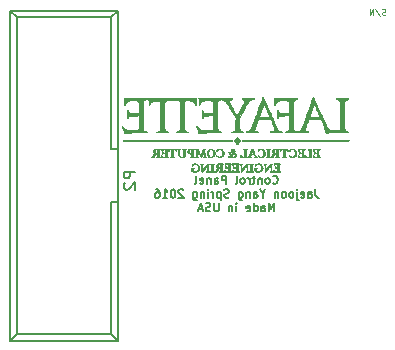
<source format=gbr>
G04 #@! TF.FileFunction,Legend,Bot*
%FSLAX46Y46*%
G04 Gerber Fmt 4.6, Leading zero omitted, Abs format (unit mm)*
G04 Created by KiCad (PCBNEW (2015-08-05 BZR 6055, Git fa29c62)-product) date 3/31/2016 4:17:10 PM*
%MOMM*%
G01*
G04 APERTURE LIST*
%ADD10C,0.100000*%
%ADD11C,0.125000*%
%ADD12C,0.175000*%
%ADD13C,0.150000*%
G04 APERTURE END LIST*
D10*
D11*
X142271667Y-41223381D02*
X142200238Y-41247190D01*
X142081191Y-41247190D01*
X142033572Y-41223381D01*
X142009762Y-41199571D01*
X141985953Y-41151952D01*
X141985953Y-41104333D01*
X142009762Y-41056714D01*
X142033572Y-41032905D01*
X142081191Y-41009095D01*
X142176429Y-40985286D01*
X142224048Y-40961476D01*
X142247857Y-40937667D01*
X142271667Y-40890048D01*
X142271667Y-40842429D01*
X142247857Y-40794810D01*
X142224048Y-40771000D01*
X142176429Y-40747190D01*
X142057381Y-40747190D01*
X141985953Y-40771000D01*
X141414525Y-40723381D02*
X141843096Y-41366238D01*
X141247857Y-41247190D02*
X141247857Y-40747190D01*
X140962143Y-41247190D01*
X140962143Y-40747190D01*
D12*
X132733665Y-55483000D02*
X132766999Y-55516333D01*
X132866999Y-55549667D01*
X132933665Y-55549667D01*
X133033665Y-55516333D01*
X133100332Y-55449667D01*
X133133665Y-55383000D01*
X133166999Y-55249667D01*
X133166999Y-55149667D01*
X133133665Y-55016333D01*
X133100332Y-54949667D01*
X133033665Y-54883000D01*
X132933665Y-54849667D01*
X132866999Y-54849667D01*
X132766999Y-54883000D01*
X132733665Y-54916333D01*
X132333665Y-55549667D02*
X132400332Y-55516333D01*
X132433665Y-55483000D01*
X132466999Y-55416333D01*
X132466999Y-55216333D01*
X132433665Y-55149667D01*
X132400332Y-55116333D01*
X132333665Y-55083000D01*
X132233665Y-55083000D01*
X132166999Y-55116333D01*
X132133665Y-55149667D01*
X132100332Y-55216333D01*
X132100332Y-55416333D01*
X132133665Y-55483000D01*
X132166999Y-55516333D01*
X132233665Y-55549667D01*
X132333665Y-55549667D01*
X131800332Y-55083000D02*
X131800332Y-55549667D01*
X131800332Y-55149667D02*
X131766999Y-55116333D01*
X131700332Y-55083000D01*
X131600332Y-55083000D01*
X131533666Y-55116333D01*
X131500332Y-55183000D01*
X131500332Y-55549667D01*
X131266999Y-55083000D02*
X131000333Y-55083000D01*
X131166999Y-54849667D02*
X131166999Y-55449667D01*
X131133666Y-55516333D01*
X131066999Y-55549667D01*
X131000333Y-55549667D01*
X130766999Y-55549667D02*
X130766999Y-55083000D01*
X130766999Y-55216333D02*
X130733666Y-55149667D01*
X130700333Y-55116333D01*
X130633666Y-55083000D01*
X130566999Y-55083000D01*
X130233666Y-55549667D02*
X130300333Y-55516333D01*
X130333666Y-55483000D01*
X130367000Y-55416333D01*
X130367000Y-55216333D01*
X130333666Y-55149667D01*
X130300333Y-55116333D01*
X130233666Y-55083000D01*
X130133666Y-55083000D01*
X130067000Y-55116333D01*
X130033666Y-55149667D01*
X130000333Y-55216333D01*
X130000333Y-55416333D01*
X130033666Y-55483000D01*
X130067000Y-55516333D01*
X130133666Y-55549667D01*
X130233666Y-55549667D01*
X129600333Y-55549667D02*
X129667000Y-55516333D01*
X129700333Y-55449667D01*
X129700333Y-54849667D01*
X128800333Y-55549667D02*
X128800333Y-54849667D01*
X128533667Y-54849667D01*
X128467000Y-54883000D01*
X128433667Y-54916333D01*
X128400333Y-54983000D01*
X128400333Y-55083000D01*
X128433667Y-55149667D01*
X128467000Y-55183000D01*
X128533667Y-55216333D01*
X128800333Y-55216333D01*
X127800333Y-55549667D02*
X127800333Y-55183000D01*
X127833667Y-55116333D01*
X127900333Y-55083000D01*
X128033667Y-55083000D01*
X128100333Y-55116333D01*
X127800333Y-55516333D02*
X127867000Y-55549667D01*
X128033667Y-55549667D01*
X128100333Y-55516333D01*
X128133667Y-55449667D01*
X128133667Y-55383000D01*
X128100333Y-55316333D01*
X128033667Y-55283000D01*
X127867000Y-55283000D01*
X127800333Y-55249667D01*
X127467000Y-55083000D02*
X127467000Y-55549667D01*
X127467000Y-55149667D02*
X127433667Y-55116333D01*
X127367000Y-55083000D01*
X127267000Y-55083000D01*
X127200334Y-55116333D01*
X127167000Y-55183000D01*
X127167000Y-55549667D01*
X126567001Y-55516333D02*
X126633667Y-55549667D01*
X126767001Y-55549667D01*
X126833667Y-55516333D01*
X126867001Y-55449667D01*
X126867001Y-55183000D01*
X126833667Y-55116333D01*
X126767001Y-55083000D01*
X126633667Y-55083000D01*
X126567001Y-55116333D01*
X126533667Y-55183000D01*
X126533667Y-55249667D01*
X126867001Y-55316333D01*
X126133667Y-55549667D02*
X126200334Y-55516333D01*
X126233667Y-55449667D01*
X126233667Y-54849667D01*
X136350331Y-56004667D02*
X136350331Y-56504667D01*
X136383665Y-56604667D01*
X136450331Y-56671333D01*
X136550331Y-56704667D01*
X136616998Y-56704667D01*
X135716998Y-56704667D02*
X135716998Y-56338000D01*
X135750332Y-56271333D01*
X135816998Y-56238000D01*
X135950332Y-56238000D01*
X136016998Y-56271333D01*
X135716998Y-56671333D02*
X135783665Y-56704667D01*
X135950332Y-56704667D01*
X136016998Y-56671333D01*
X136050332Y-56604667D01*
X136050332Y-56538000D01*
X136016998Y-56471333D01*
X135950332Y-56438000D01*
X135783665Y-56438000D01*
X135716998Y-56404667D01*
X135116999Y-56671333D02*
X135183665Y-56704667D01*
X135316999Y-56704667D01*
X135383665Y-56671333D01*
X135416999Y-56604667D01*
X135416999Y-56338000D01*
X135383665Y-56271333D01*
X135316999Y-56238000D01*
X135183665Y-56238000D01*
X135116999Y-56271333D01*
X135083665Y-56338000D01*
X135083665Y-56404667D01*
X135416999Y-56471333D01*
X134783665Y-56238000D02*
X134783665Y-56838000D01*
X134816999Y-56904667D01*
X134883665Y-56938000D01*
X134916999Y-56938000D01*
X134783665Y-56004667D02*
X134816999Y-56038000D01*
X134783665Y-56071333D01*
X134750332Y-56038000D01*
X134783665Y-56004667D01*
X134783665Y-56071333D01*
X134350332Y-56704667D02*
X134416999Y-56671333D01*
X134450332Y-56638000D01*
X134483666Y-56571333D01*
X134483666Y-56371333D01*
X134450332Y-56304667D01*
X134416999Y-56271333D01*
X134350332Y-56238000D01*
X134250332Y-56238000D01*
X134183666Y-56271333D01*
X134150332Y-56304667D01*
X134116999Y-56371333D01*
X134116999Y-56571333D01*
X134150332Y-56638000D01*
X134183666Y-56671333D01*
X134250332Y-56704667D01*
X134350332Y-56704667D01*
X133716999Y-56704667D02*
X133783666Y-56671333D01*
X133816999Y-56638000D01*
X133850333Y-56571333D01*
X133850333Y-56371333D01*
X133816999Y-56304667D01*
X133783666Y-56271333D01*
X133716999Y-56238000D01*
X133616999Y-56238000D01*
X133550333Y-56271333D01*
X133516999Y-56304667D01*
X133483666Y-56371333D01*
X133483666Y-56571333D01*
X133516999Y-56638000D01*
X133550333Y-56671333D01*
X133616999Y-56704667D01*
X133716999Y-56704667D01*
X133183666Y-56238000D02*
X133183666Y-56704667D01*
X133183666Y-56304667D02*
X133150333Y-56271333D01*
X133083666Y-56238000D01*
X132983666Y-56238000D01*
X132917000Y-56271333D01*
X132883666Y-56338000D01*
X132883666Y-56704667D01*
X131883667Y-56371333D02*
X131883667Y-56704667D01*
X132117000Y-56004667D02*
X131883667Y-56371333D01*
X131650334Y-56004667D01*
X131117000Y-56704667D02*
X131117000Y-56338000D01*
X131150334Y-56271333D01*
X131217000Y-56238000D01*
X131350334Y-56238000D01*
X131417000Y-56271333D01*
X131117000Y-56671333D02*
X131183667Y-56704667D01*
X131350334Y-56704667D01*
X131417000Y-56671333D01*
X131450334Y-56604667D01*
X131450334Y-56538000D01*
X131417000Y-56471333D01*
X131350334Y-56438000D01*
X131183667Y-56438000D01*
X131117000Y-56404667D01*
X130783667Y-56238000D02*
X130783667Y-56704667D01*
X130783667Y-56304667D02*
X130750334Y-56271333D01*
X130683667Y-56238000D01*
X130583667Y-56238000D01*
X130517001Y-56271333D01*
X130483667Y-56338000D01*
X130483667Y-56704667D01*
X129850334Y-56238000D02*
X129850334Y-56804667D01*
X129883668Y-56871333D01*
X129917001Y-56904667D01*
X129983668Y-56938000D01*
X130083668Y-56938000D01*
X130150334Y-56904667D01*
X129850334Y-56671333D02*
X129917001Y-56704667D01*
X130050334Y-56704667D01*
X130117001Y-56671333D01*
X130150334Y-56638000D01*
X130183668Y-56571333D01*
X130183668Y-56371333D01*
X130150334Y-56304667D01*
X130117001Y-56271333D01*
X130050334Y-56238000D01*
X129917001Y-56238000D01*
X129850334Y-56271333D01*
X129017002Y-56671333D02*
X128917002Y-56704667D01*
X128750335Y-56704667D01*
X128683668Y-56671333D01*
X128650335Y-56638000D01*
X128617002Y-56571333D01*
X128617002Y-56504667D01*
X128650335Y-56438000D01*
X128683668Y-56404667D01*
X128750335Y-56371333D01*
X128883668Y-56338000D01*
X128950335Y-56304667D01*
X128983668Y-56271333D01*
X129017002Y-56204667D01*
X129017002Y-56138000D01*
X128983668Y-56071333D01*
X128950335Y-56038000D01*
X128883668Y-56004667D01*
X128717002Y-56004667D01*
X128617002Y-56038000D01*
X128317001Y-56238000D02*
X128317001Y-56938000D01*
X128317001Y-56271333D02*
X128250335Y-56238000D01*
X128117001Y-56238000D01*
X128050335Y-56271333D01*
X128017001Y-56304667D01*
X127983668Y-56371333D01*
X127983668Y-56571333D01*
X128017001Y-56638000D01*
X128050335Y-56671333D01*
X128117001Y-56704667D01*
X128250335Y-56704667D01*
X128317001Y-56671333D01*
X127683668Y-56704667D02*
X127683668Y-56238000D01*
X127683668Y-56371333D02*
X127650335Y-56304667D01*
X127617002Y-56271333D01*
X127550335Y-56238000D01*
X127483668Y-56238000D01*
X127250335Y-56704667D02*
X127250335Y-56238000D01*
X127250335Y-56004667D02*
X127283669Y-56038000D01*
X127250335Y-56071333D01*
X127217002Y-56038000D01*
X127250335Y-56004667D01*
X127250335Y-56071333D01*
X126917002Y-56238000D02*
X126917002Y-56704667D01*
X126917002Y-56304667D02*
X126883669Y-56271333D01*
X126817002Y-56238000D01*
X126717002Y-56238000D01*
X126650336Y-56271333D01*
X126617002Y-56338000D01*
X126617002Y-56704667D01*
X125983669Y-56238000D02*
X125983669Y-56804667D01*
X126017003Y-56871333D01*
X126050336Y-56904667D01*
X126117003Y-56938000D01*
X126217003Y-56938000D01*
X126283669Y-56904667D01*
X125983669Y-56671333D02*
X126050336Y-56704667D01*
X126183669Y-56704667D01*
X126250336Y-56671333D01*
X126283669Y-56638000D01*
X126317003Y-56571333D01*
X126317003Y-56371333D01*
X126283669Y-56304667D01*
X126250336Y-56271333D01*
X126183669Y-56238000D01*
X126050336Y-56238000D01*
X125983669Y-56271333D01*
X125150337Y-56071333D02*
X125117003Y-56038000D01*
X125050337Y-56004667D01*
X124883670Y-56004667D01*
X124817003Y-56038000D01*
X124783670Y-56071333D01*
X124750337Y-56138000D01*
X124750337Y-56204667D01*
X124783670Y-56304667D01*
X125183670Y-56704667D01*
X124750337Y-56704667D01*
X124317003Y-56004667D02*
X124250336Y-56004667D01*
X124183670Y-56038000D01*
X124150336Y-56071333D01*
X124117003Y-56138000D01*
X124083670Y-56271333D01*
X124083670Y-56438000D01*
X124117003Y-56571333D01*
X124150336Y-56638000D01*
X124183670Y-56671333D01*
X124250336Y-56704667D01*
X124317003Y-56704667D01*
X124383670Y-56671333D01*
X124417003Y-56638000D01*
X124450336Y-56571333D01*
X124483670Y-56438000D01*
X124483670Y-56271333D01*
X124450336Y-56138000D01*
X124417003Y-56071333D01*
X124383670Y-56038000D01*
X124317003Y-56004667D01*
X123417003Y-56704667D02*
X123817003Y-56704667D01*
X123617003Y-56704667D02*
X123617003Y-56004667D01*
X123683669Y-56104667D01*
X123750336Y-56171333D01*
X123817003Y-56204667D01*
X122817002Y-56004667D02*
X122950336Y-56004667D01*
X123017002Y-56038000D01*
X123050336Y-56071333D01*
X123117002Y-56171333D01*
X123150336Y-56304667D01*
X123150336Y-56571333D01*
X123117002Y-56638000D01*
X123083669Y-56671333D01*
X123017002Y-56704667D01*
X122883669Y-56704667D01*
X122817002Y-56671333D01*
X122783669Y-56638000D01*
X122750336Y-56571333D01*
X122750336Y-56404667D01*
X122783669Y-56338000D01*
X122817002Y-56304667D01*
X122883669Y-56271333D01*
X123017002Y-56271333D01*
X123083669Y-56304667D01*
X123117002Y-56338000D01*
X123150336Y-56404667D01*
X132850332Y-57859667D02*
X132850332Y-57159667D01*
X132616999Y-57659667D01*
X132383666Y-57159667D01*
X132383666Y-57859667D01*
X131750332Y-57859667D02*
X131750332Y-57493000D01*
X131783666Y-57426333D01*
X131850332Y-57393000D01*
X131983666Y-57393000D01*
X132050332Y-57426333D01*
X131750332Y-57826333D02*
X131816999Y-57859667D01*
X131983666Y-57859667D01*
X132050332Y-57826333D01*
X132083666Y-57759667D01*
X132083666Y-57693000D01*
X132050332Y-57626333D01*
X131983666Y-57593000D01*
X131816999Y-57593000D01*
X131750332Y-57559667D01*
X131116999Y-57859667D02*
X131116999Y-57159667D01*
X131116999Y-57826333D02*
X131183666Y-57859667D01*
X131316999Y-57859667D01*
X131383666Y-57826333D01*
X131416999Y-57793000D01*
X131450333Y-57726333D01*
X131450333Y-57526333D01*
X131416999Y-57459667D01*
X131383666Y-57426333D01*
X131316999Y-57393000D01*
X131183666Y-57393000D01*
X131116999Y-57426333D01*
X130517000Y-57826333D02*
X130583666Y-57859667D01*
X130717000Y-57859667D01*
X130783666Y-57826333D01*
X130817000Y-57759667D01*
X130817000Y-57493000D01*
X130783666Y-57426333D01*
X130717000Y-57393000D01*
X130583666Y-57393000D01*
X130517000Y-57426333D01*
X130483666Y-57493000D01*
X130483666Y-57559667D01*
X130817000Y-57626333D01*
X129650333Y-57859667D02*
X129650333Y-57393000D01*
X129650333Y-57159667D02*
X129683667Y-57193000D01*
X129650333Y-57226333D01*
X129617000Y-57193000D01*
X129650333Y-57159667D01*
X129650333Y-57226333D01*
X129317000Y-57393000D02*
X129317000Y-57859667D01*
X129317000Y-57459667D02*
X129283667Y-57426333D01*
X129217000Y-57393000D01*
X129117000Y-57393000D01*
X129050334Y-57426333D01*
X129017000Y-57493000D01*
X129017000Y-57859667D01*
X128150334Y-57159667D02*
X128150334Y-57726333D01*
X128117001Y-57793000D01*
X128083668Y-57826333D01*
X128017001Y-57859667D01*
X127883668Y-57859667D01*
X127817001Y-57826333D01*
X127783668Y-57793000D01*
X127750334Y-57726333D01*
X127750334Y-57159667D01*
X127450335Y-57826333D02*
X127350335Y-57859667D01*
X127183668Y-57859667D01*
X127117001Y-57826333D01*
X127083668Y-57793000D01*
X127050335Y-57726333D01*
X127050335Y-57659667D01*
X127083668Y-57593000D01*
X127117001Y-57559667D01*
X127183668Y-57526333D01*
X127317001Y-57493000D01*
X127383668Y-57459667D01*
X127417001Y-57426333D01*
X127450335Y-57359667D01*
X127450335Y-57293000D01*
X127417001Y-57226333D01*
X127383668Y-57193000D01*
X127317001Y-57159667D01*
X127150335Y-57159667D01*
X127050335Y-57193000D01*
X126783668Y-57659667D02*
X126450334Y-57659667D01*
X126850334Y-57859667D02*
X126617001Y-57159667D01*
X126383668Y-57859667D01*
D13*
X110512000Y-40894000D02*
X110512000Y-68834000D01*
X111062000Y-41434000D02*
X111062000Y-68274000D01*
X119612000Y-40894000D02*
X119612000Y-68834000D01*
X119062000Y-41434000D02*
X119062000Y-52614000D01*
X119062000Y-57114000D02*
X119062000Y-68274000D01*
X119062000Y-52614000D02*
X119612000Y-52614000D01*
X119062000Y-57114000D02*
X119612000Y-57114000D01*
X110512000Y-40894000D02*
X119612000Y-40894000D01*
X111062000Y-41434000D02*
X119062000Y-41434000D01*
X110512000Y-68834000D02*
X119612000Y-68834000D01*
X111062000Y-68274000D02*
X119062000Y-68274000D01*
X110512000Y-40894000D02*
X111062000Y-41434000D01*
X110512000Y-68834000D02*
X111062000Y-68274000D01*
X119612000Y-40894000D02*
X119062000Y-41434000D01*
X119612000Y-68834000D02*
X119062000Y-68274000D01*
D10*
G36*
X131957228Y-53841650D02*
X131971781Y-53854186D01*
X131985803Y-53858596D01*
X132002532Y-53862881D01*
X132015569Y-53871126D01*
X132025371Y-53886216D01*
X132032395Y-53911039D01*
X132037100Y-53948478D01*
X132039941Y-54001419D01*
X132041378Y-54072749D01*
X132041867Y-54165351D01*
X132041900Y-54212377D01*
X132042362Y-54304093D01*
X132043676Y-54383310D01*
X132045734Y-54447185D01*
X132048429Y-54492872D01*
X132051654Y-54517530D01*
X132053562Y-54521100D01*
X132075248Y-54525289D01*
X132082920Y-54527890D01*
X132097288Y-54520462D01*
X132126589Y-54493328D01*
X132170359Y-54446984D01*
X132228133Y-54381925D01*
X132299446Y-54298647D01*
X132309384Y-54286868D01*
X132366689Y-54219544D01*
X132419227Y-54159152D01*
X132464637Y-54108295D01*
X132500562Y-54069580D01*
X132524642Y-54045611D01*
X132534025Y-54038777D01*
X132540254Y-54044976D01*
X132544749Y-54065624D01*
X132547717Y-54103419D01*
X132549365Y-54161060D01*
X132549899Y-54241246D01*
X132549900Y-54246081D01*
X132549633Y-54324281D01*
X132548560Y-54381055D01*
X132546279Y-54420373D01*
X132542387Y-54446206D01*
X132536480Y-54462525D01*
X132528154Y-54473301D01*
X132526675Y-54474681D01*
X132500210Y-54491231D01*
X132482225Y-54495700D01*
X132463973Y-54501938D01*
X132461000Y-54508400D01*
X132472989Y-54514485D01*
X132506177Y-54518826D01*
X132556393Y-54520959D01*
X132575300Y-54521100D01*
X132630068Y-54519767D01*
X132669136Y-54516080D01*
X132688334Y-54510500D01*
X132689600Y-54508400D01*
X132679004Y-54497957D01*
X132665108Y-54495700D01*
X132645187Y-54494215D01*
X132629842Y-54487821D01*
X132618482Y-54473607D01*
X132610513Y-54448660D01*
X132605343Y-54410069D01*
X132602379Y-54354924D01*
X132601029Y-54280312D01*
X132600701Y-54183323D01*
X132600700Y-54179261D01*
X132600834Y-54084686D01*
X132601699Y-54012237D01*
X132603991Y-53958640D01*
X132608407Y-53920621D01*
X132615645Y-53894905D01*
X132626399Y-53878220D01*
X132641367Y-53867290D01*
X132661246Y-53858842D01*
X132669499Y-53855864D01*
X132687651Y-53845762D01*
X132683843Y-53837693D01*
X132661487Y-53832573D01*
X132624001Y-53831318D01*
X132586545Y-53833602D01*
X132502539Y-53841650D01*
X132310126Y-54067075D01*
X132255104Y-54130934D01*
X132205147Y-54187772D01*
X132162710Y-54234887D01*
X132130249Y-54269579D01*
X132110220Y-54289144D01*
X132105206Y-54292500D01*
X132100322Y-54280210D01*
X132096521Y-54244947D01*
X132093952Y-54189121D01*
X132092765Y-54115143D01*
X132092700Y-54090855D01*
X132093045Y-54010798D01*
X132094670Y-53952465D01*
X132098464Y-53912183D01*
X132105316Y-53886280D01*
X132116113Y-53871082D01*
X132131744Y-53862916D01*
X132148798Y-53858891D01*
X132171054Y-53849352D01*
X132177373Y-53841650D01*
X132167580Y-53835322D01*
X132135283Y-53831008D01*
X132083323Y-53829038D01*
X132067300Y-53828950D01*
X132010790Y-53830272D01*
X131973219Y-53834020D01*
X131957429Y-53839866D01*
X131957228Y-53841650D01*
X131957228Y-53841650D01*
X131957228Y-53841650D01*
G37*
X131957228Y-53841650D02*
X131971781Y-53854186D01*
X131985803Y-53858596D01*
X132002532Y-53862881D01*
X132015569Y-53871126D01*
X132025371Y-53886216D01*
X132032395Y-53911039D01*
X132037100Y-53948478D01*
X132039941Y-54001419D01*
X132041378Y-54072749D01*
X132041867Y-54165351D01*
X132041900Y-54212377D01*
X132042362Y-54304093D01*
X132043676Y-54383310D01*
X132045734Y-54447185D01*
X132048429Y-54492872D01*
X132051654Y-54517530D01*
X132053562Y-54521100D01*
X132075248Y-54525289D01*
X132082920Y-54527890D01*
X132097288Y-54520462D01*
X132126589Y-54493328D01*
X132170359Y-54446984D01*
X132228133Y-54381925D01*
X132299446Y-54298647D01*
X132309384Y-54286868D01*
X132366689Y-54219544D01*
X132419227Y-54159152D01*
X132464637Y-54108295D01*
X132500562Y-54069580D01*
X132524642Y-54045611D01*
X132534025Y-54038777D01*
X132540254Y-54044976D01*
X132544749Y-54065624D01*
X132547717Y-54103419D01*
X132549365Y-54161060D01*
X132549899Y-54241246D01*
X132549900Y-54246081D01*
X132549633Y-54324281D01*
X132548560Y-54381055D01*
X132546279Y-54420373D01*
X132542387Y-54446206D01*
X132536480Y-54462525D01*
X132528154Y-54473301D01*
X132526675Y-54474681D01*
X132500210Y-54491231D01*
X132482225Y-54495700D01*
X132463973Y-54501938D01*
X132461000Y-54508400D01*
X132472989Y-54514485D01*
X132506177Y-54518826D01*
X132556393Y-54520959D01*
X132575300Y-54521100D01*
X132630068Y-54519767D01*
X132669136Y-54516080D01*
X132688334Y-54510500D01*
X132689600Y-54508400D01*
X132679004Y-54497957D01*
X132665108Y-54495700D01*
X132645187Y-54494215D01*
X132629842Y-54487821D01*
X132618482Y-54473607D01*
X132610513Y-54448660D01*
X132605343Y-54410069D01*
X132602379Y-54354924D01*
X132601029Y-54280312D01*
X132600701Y-54183323D01*
X132600700Y-54179261D01*
X132600834Y-54084686D01*
X132601699Y-54012237D01*
X132603991Y-53958640D01*
X132608407Y-53920621D01*
X132615645Y-53894905D01*
X132626399Y-53878220D01*
X132641367Y-53867290D01*
X132661246Y-53858842D01*
X132669499Y-53855864D01*
X132687651Y-53845762D01*
X132683843Y-53837693D01*
X132661487Y-53832573D01*
X132624001Y-53831318D01*
X132586545Y-53833602D01*
X132502539Y-53841650D01*
X132310126Y-54067075D01*
X132255104Y-54130934D01*
X132205147Y-54187772D01*
X132162710Y-54234887D01*
X132130249Y-54269579D01*
X132110220Y-54289144D01*
X132105206Y-54292500D01*
X132100322Y-54280210D01*
X132096521Y-54244947D01*
X132093952Y-54189121D01*
X132092765Y-54115143D01*
X132092700Y-54090855D01*
X132093045Y-54010798D01*
X132094670Y-53952465D01*
X132098464Y-53912183D01*
X132105316Y-53886280D01*
X132116113Y-53871082D01*
X132131744Y-53862916D01*
X132148798Y-53858891D01*
X132171054Y-53849352D01*
X132177373Y-53841650D01*
X132167580Y-53835322D01*
X132135283Y-53831008D01*
X132083323Y-53829038D01*
X132067300Y-53828950D01*
X132010790Y-53830272D01*
X131973219Y-53834020D01*
X131957429Y-53839866D01*
X131957228Y-53841650D01*
X131957228Y-53841650D01*
G36*
X131143481Y-54217557D02*
X131156891Y-54231892D01*
X131162425Y-54236093D01*
X131174654Y-54250847D01*
X131181897Y-54276811D01*
X131185374Y-54319712D01*
X131186049Y-54346957D01*
X131187846Y-54394820D01*
X131191289Y-54433249D01*
X131195672Y-54454706D01*
X131196219Y-54455768D01*
X131213755Y-54467486D01*
X131249753Y-54481615D01*
X131297636Y-54496291D01*
X131350826Y-54509653D01*
X131402748Y-54519838D01*
X131438650Y-54524421D01*
X131489792Y-54525581D01*
X131547907Y-54522554D01*
X131574660Y-54519574D01*
X131666901Y-54496147D01*
X131743973Y-54453209D01*
X131784082Y-54417437D01*
X131827460Y-54360832D01*
X131853820Y-54296653D01*
X131865300Y-54218740D01*
X131866199Y-54180727D01*
X131854604Y-54083254D01*
X131821883Y-53998357D01*
X131769920Y-53927855D01*
X131700597Y-53873565D01*
X131615799Y-53837307D01*
X131517408Y-53820898D01*
X131492672Y-53820120D01*
X131441789Y-53821775D01*
X131384815Y-53826753D01*
X131328269Y-53834093D01*
X131278668Y-53842833D01*
X131242531Y-53852011D01*
X131227466Y-53859240D01*
X131222032Y-53875090D01*
X131215852Y-53908565D01*
X131210961Y-53946425D01*
X131207254Y-53990895D01*
X131208596Y-54015404D01*
X131215597Y-54025001D01*
X131220579Y-54025800D01*
X131237493Y-54015191D01*
X131253745Y-53989474D01*
X131254525Y-53987641D01*
X131290250Y-53932545D01*
X131343300Y-53889850D01*
X131407858Y-53861496D01*
X131478102Y-53849423D01*
X131548214Y-53855569D01*
X131597359Y-53873378D01*
X131649007Y-53913211D01*
X131688019Y-53970511D01*
X131714152Y-54040577D01*
X131727165Y-54118706D01*
X131726818Y-54200196D01*
X131712869Y-54280344D01*
X131685078Y-54354450D01*
X131643202Y-54417810D01*
X131626183Y-54435625D01*
X131572861Y-54471037D01*
X131508153Y-54491390D01*
X131440718Y-54495320D01*
X131379212Y-54481461D01*
X131368170Y-54476323D01*
X131349582Y-54465597D01*
X131338454Y-54453032D01*
X131332873Y-54432437D01*
X131330926Y-54397621D01*
X131330700Y-54355025D01*
X131330700Y-54253103D01*
X131375150Y-54234531D01*
X131403800Y-54220344D01*
X131418906Y-54208541D01*
X131419600Y-54206604D01*
X131407756Y-54202845D01*
X131375640Y-54199807D01*
X131328379Y-54197834D01*
X131279900Y-54197250D01*
X131213058Y-54198169D01*
X131169450Y-54201394D01*
X131146962Y-54207624D01*
X131143481Y-54217557D01*
X131143481Y-54217557D01*
X131143481Y-54217557D01*
G37*
X131143481Y-54217557D02*
X131156891Y-54231892D01*
X131162425Y-54236093D01*
X131174654Y-54250847D01*
X131181897Y-54276811D01*
X131185374Y-54319712D01*
X131186049Y-54346957D01*
X131187846Y-54394820D01*
X131191289Y-54433249D01*
X131195672Y-54454706D01*
X131196219Y-54455768D01*
X131213755Y-54467486D01*
X131249753Y-54481615D01*
X131297636Y-54496291D01*
X131350826Y-54509653D01*
X131402748Y-54519838D01*
X131438650Y-54524421D01*
X131489792Y-54525581D01*
X131547907Y-54522554D01*
X131574660Y-54519574D01*
X131666901Y-54496147D01*
X131743973Y-54453209D01*
X131784082Y-54417437D01*
X131827460Y-54360832D01*
X131853820Y-54296653D01*
X131865300Y-54218740D01*
X131866199Y-54180727D01*
X131854604Y-54083254D01*
X131821883Y-53998357D01*
X131769920Y-53927855D01*
X131700597Y-53873565D01*
X131615799Y-53837307D01*
X131517408Y-53820898D01*
X131492672Y-53820120D01*
X131441789Y-53821775D01*
X131384815Y-53826753D01*
X131328269Y-53834093D01*
X131278668Y-53842833D01*
X131242531Y-53852011D01*
X131227466Y-53859240D01*
X131222032Y-53875090D01*
X131215852Y-53908565D01*
X131210961Y-53946425D01*
X131207254Y-53990895D01*
X131208596Y-54015404D01*
X131215597Y-54025001D01*
X131220579Y-54025800D01*
X131237493Y-54015191D01*
X131253745Y-53989474D01*
X131254525Y-53987641D01*
X131290250Y-53932545D01*
X131343300Y-53889850D01*
X131407858Y-53861496D01*
X131478102Y-53849423D01*
X131548214Y-53855569D01*
X131597359Y-53873378D01*
X131649007Y-53913211D01*
X131688019Y-53970511D01*
X131714152Y-54040577D01*
X131727165Y-54118706D01*
X131726818Y-54200196D01*
X131712869Y-54280344D01*
X131685078Y-54354450D01*
X131643202Y-54417810D01*
X131626183Y-54435625D01*
X131572861Y-54471037D01*
X131508153Y-54491390D01*
X131440718Y-54495320D01*
X131379212Y-54481461D01*
X131368170Y-54476323D01*
X131349582Y-54465597D01*
X131338454Y-54453032D01*
X131332873Y-54432437D01*
X131330926Y-54397621D01*
X131330700Y-54355025D01*
X131330700Y-54253103D01*
X131375150Y-54234531D01*
X131403800Y-54220344D01*
X131418906Y-54208541D01*
X131419600Y-54206604D01*
X131407756Y-54202845D01*
X131375640Y-54199807D01*
X131328379Y-54197834D01*
X131279900Y-54197250D01*
X131213058Y-54198169D01*
X131169450Y-54201394D01*
X131146962Y-54207624D01*
X131143481Y-54217557D01*
X131143481Y-54217557D01*
G36*
X129925228Y-53841650D02*
X129939781Y-53854186D01*
X129953803Y-53858596D01*
X129970532Y-53862881D01*
X129983569Y-53871126D01*
X129993371Y-53886216D01*
X130000395Y-53911039D01*
X130005100Y-53948478D01*
X130007941Y-54001419D01*
X130009378Y-54072749D01*
X130009867Y-54165351D01*
X130009900Y-54212377D01*
X130010362Y-54304093D01*
X130011676Y-54383310D01*
X130013734Y-54447185D01*
X130016429Y-54492872D01*
X130019654Y-54517530D01*
X130021562Y-54521100D01*
X130043248Y-54525289D01*
X130050920Y-54527890D01*
X130065288Y-54520462D01*
X130094589Y-54493328D01*
X130138359Y-54446984D01*
X130196133Y-54381925D01*
X130267446Y-54298647D01*
X130277384Y-54286868D01*
X130334689Y-54219544D01*
X130387227Y-54159152D01*
X130432637Y-54108295D01*
X130468562Y-54069580D01*
X130492642Y-54045611D01*
X130502025Y-54038777D01*
X130508254Y-54044976D01*
X130512749Y-54065624D01*
X130515717Y-54103419D01*
X130517365Y-54161060D01*
X130517899Y-54241246D01*
X130517900Y-54246081D01*
X130517633Y-54324281D01*
X130516560Y-54381055D01*
X130514279Y-54420373D01*
X130510387Y-54446206D01*
X130504480Y-54462525D01*
X130496154Y-54473301D01*
X130494675Y-54474681D01*
X130468210Y-54491231D01*
X130450225Y-54495700D01*
X130431973Y-54501938D01*
X130429000Y-54508400D01*
X130440989Y-54514485D01*
X130474177Y-54518826D01*
X130524393Y-54520959D01*
X130543300Y-54521100D01*
X130598068Y-54519767D01*
X130637136Y-54516080D01*
X130656334Y-54510500D01*
X130657600Y-54508400D01*
X130647004Y-54497957D01*
X130633108Y-54495700D01*
X130613187Y-54494215D01*
X130597842Y-54487821D01*
X130586482Y-54473607D01*
X130578513Y-54448660D01*
X130573343Y-54410069D01*
X130570379Y-54354924D01*
X130569029Y-54280312D01*
X130568701Y-54183323D01*
X130568700Y-54179261D01*
X130568834Y-54084686D01*
X130569699Y-54012237D01*
X130571991Y-53958640D01*
X130576407Y-53920621D01*
X130583645Y-53894905D01*
X130594399Y-53878220D01*
X130609367Y-53867290D01*
X130629246Y-53858842D01*
X130637499Y-53855864D01*
X130655651Y-53845762D01*
X130651843Y-53837693D01*
X130629487Y-53832573D01*
X130592001Y-53831318D01*
X130554545Y-53833602D01*
X130470539Y-53841650D01*
X130278126Y-54067075D01*
X130223104Y-54130934D01*
X130173147Y-54187772D01*
X130130710Y-54234887D01*
X130098249Y-54269579D01*
X130078220Y-54289144D01*
X130073206Y-54292500D01*
X130068322Y-54280210D01*
X130064521Y-54244947D01*
X130061952Y-54189121D01*
X130060765Y-54115143D01*
X130060700Y-54090855D01*
X130061045Y-54010798D01*
X130062670Y-53952465D01*
X130066464Y-53912183D01*
X130073316Y-53886280D01*
X130084113Y-53871082D01*
X130099744Y-53862916D01*
X130116798Y-53858891D01*
X130139054Y-53849352D01*
X130145373Y-53841650D01*
X130135580Y-53835322D01*
X130103283Y-53831008D01*
X130051323Y-53829038D01*
X130035300Y-53828950D01*
X129978790Y-53830272D01*
X129941219Y-53834020D01*
X129925429Y-53839866D01*
X129925228Y-53841650D01*
X129925228Y-53841650D01*
X129925228Y-53841650D01*
G37*
X129925228Y-53841650D02*
X129939781Y-53854186D01*
X129953803Y-53858596D01*
X129970532Y-53862881D01*
X129983569Y-53871126D01*
X129993371Y-53886216D01*
X130000395Y-53911039D01*
X130005100Y-53948478D01*
X130007941Y-54001419D01*
X130009378Y-54072749D01*
X130009867Y-54165351D01*
X130009900Y-54212377D01*
X130010362Y-54304093D01*
X130011676Y-54383310D01*
X130013734Y-54447185D01*
X130016429Y-54492872D01*
X130019654Y-54517530D01*
X130021562Y-54521100D01*
X130043248Y-54525289D01*
X130050920Y-54527890D01*
X130065288Y-54520462D01*
X130094589Y-54493328D01*
X130138359Y-54446984D01*
X130196133Y-54381925D01*
X130267446Y-54298647D01*
X130277384Y-54286868D01*
X130334689Y-54219544D01*
X130387227Y-54159152D01*
X130432637Y-54108295D01*
X130468562Y-54069580D01*
X130492642Y-54045611D01*
X130502025Y-54038777D01*
X130508254Y-54044976D01*
X130512749Y-54065624D01*
X130515717Y-54103419D01*
X130517365Y-54161060D01*
X130517899Y-54241246D01*
X130517900Y-54246081D01*
X130517633Y-54324281D01*
X130516560Y-54381055D01*
X130514279Y-54420373D01*
X130510387Y-54446206D01*
X130504480Y-54462525D01*
X130496154Y-54473301D01*
X130494675Y-54474681D01*
X130468210Y-54491231D01*
X130450225Y-54495700D01*
X130431973Y-54501938D01*
X130429000Y-54508400D01*
X130440989Y-54514485D01*
X130474177Y-54518826D01*
X130524393Y-54520959D01*
X130543300Y-54521100D01*
X130598068Y-54519767D01*
X130637136Y-54516080D01*
X130656334Y-54510500D01*
X130657600Y-54508400D01*
X130647004Y-54497957D01*
X130633108Y-54495700D01*
X130613187Y-54494215D01*
X130597842Y-54487821D01*
X130586482Y-54473607D01*
X130578513Y-54448660D01*
X130573343Y-54410069D01*
X130570379Y-54354924D01*
X130569029Y-54280312D01*
X130568701Y-54183323D01*
X130568700Y-54179261D01*
X130568834Y-54084686D01*
X130569699Y-54012237D01*
X130571991Y-53958640D01*
X130576407Y-53920621D01*
X130583645Y-53894905D01*
X130594399Y-53878220D01*
X130609367Y-53867290D01*
X130629246Y-53858842D01*
X130637499Y-53855864D01*
X130655651Y-53845762D01*
X130651843Y-53837693D01*
X130629487Y-53832573D01*
X130592001Y-53831318D01*
X130554545Y-53833602D01*
X130470539Y-53841650D01*
X130278126Y-54067075D01*
X130223104Y-54130934D01*
X130173147Y-54187772D01*
X130130710Y-54234887D01*
X130098249Y-54269579D01*
X130078220Y-54289144D01*
X130073206Y-54292500D01*
X130068322Y-54280210D01*
X130064521Y-54244947D01*
X130061952Y-54189121D01*
X130060765Y-54115143D01*
X130060700Y-54090855D01*
X130061045Y-54010798D01*
X130062670Y-53952465D01*
X130066464Y-53912183D01*
X130073316Y-53886280D01*
X130084113Y-53871082D01*
X130099744Y-53862916D01*
X130116798Y-53858891D01*
X130139054Y-53849352D01*
X130145373Y-53841650D01*
X130135580Y-53835322D01*
X130103283Y-53831008D01*
X130051323Y-53829038D01*
X130035300Y-53828950D01*
X129978790Y-53830272D01*
X129941219Y-53834020D01*
X129925429Y-53839866D01*
X129925228Y-53841650D01*
X129925228Y-53841650D01*
G36*
X127803593Y-54512978D02*
X127825189Y-54522545D01*
X127839788Y-54525862D01*
X127877673Y-54531828D01*
X127906584Y-54530409D01*
X127935801Y-54523009D01*
X127968211Y-54507583D01*
X128002052Y-54478741D01*
X128040075Y-54433520D01*
X128079500Y-54376899D01*
X128079500Y-54013100D01*
X128087961Y-53943339D01*
X128112997Y-53892169D01*
X128154087Y-53860213D01*
X128210712Y-53848096D01*
X128217015Y-53848000D01*
X128245287Y-53851319D01*
X128265367Y-53863714D01*
X128278812Y-53888842D01*
X128287180Y-53930361D01*
X128292027Y-53991927D01*
X128293490Y-54027582D01*
X128298210Y-54165500D01*
X128233903Y-54165500D01*
X128189518Y-54162712D01*
X128151009Y-54155657D01*
X128138649Y-54151399D01*
X128105232Y-54124289D01*
X128085785Y-54078763D01*
X128079500Y-54013100D01*
X128079500Y-54376899D01*
X128085032Y-54368955D01*
X128099360Y-54346814D01*
X128137614Y-54288230D01*
X128166678Y-54248112D01*
X128190238Y-54223032D01*
X128211979Y-54209561D01*
X128235590Y-54204273D01*
X128253378Y-54203600D01*
X128295400Y-54203600D01*
X128293898Y-54302025D01*
X128291837Y-54372251D01*
X128287259Y-54421410D01*
X128278810Y-54453807D01*
X128265131Y-54473748D01*
X128244868Y-54485537D01*
X128235075Y-54488801D01*
X128204034Y-54500022D01*
X128196301Y-54508719D01*
X128212332Y-54515018D01*
X128252581Y-54519044D01*
X128317506Y-54520921D01*
X128352550Y-54521100D01*
X128412688Y-54520356D01*
X128462373Y-54518327D01*
X128496798Y-54515312D01*
X128511153Y-54511612D01*
X128511300Y-54511184D01*
X128500724Y-54500353D01*
X128475080Y-54487608D01*
X128473200Y-54486887D01*
X128435100Y-54472506D01*
X128435100Y-54171850D01*
X128435100Y-53871193D01*
X128473200Y-53856812D01*
X128499479Y-53844141D01*
X128511254Y-53833022D01*
X128511300Y-53832515D01*
X128499427Y-53828433D01*
X128467114Y-53824684D01*
X128419322Y-53821687D01*
X128362075Y-53819882D01*
X128258911Y-53818704D01*
X128177636Y-53819779D01*
X128114793Y-53823721D01*
X128066924Y-53831146D01*
X128030570Y-53842669D01*
X128002275Y-53858904D01*
X127978581Y-53880466D01*
X127970648Y-53889488D01*
X127952307Y-53914104D01*
X127942983Y-53938031D01*
X127940570Y-53970347D01*
X127942394Y-54011395D01*
X127946404Y-54057274D01*
X127954029Y-54087259D01*
X127969549Y-54110848D01*
X127997244Y-54137538D01*
X128000571Y-54140498D01*
X128053521Y-54187486D01*
X127962848Y-54330774D01*
X127918922Y-54397801D01*
X127884450Y-54444652D01*
X127857421Y-54473816D01*
X127836138Y-54487666D01*
X127807273Y-54501659D01*
X127803593Y-54512978D01*
X127803593Y-54512978D01*
X127803593Y-54512978D01*
G37*
X127803593Y-54512978D02*
X127825189Y-54522545D01*
X127839788Y-54525862D01*
X127877673Y-54531828D01*
X127906584Y-54530409D01*
X127935801Y-54523009D01*
X127968211Y-54507583D01*
X128002052Y-54478741D01*
X128040075Y-54433520D01*
X128079500Y-54376899D01*
X128079500Y-54013100D01*
X128087961Y-53943339D01*
X128112997Y-53892169D01*
X128154087Y-53860213D01*
X128210712Y-53848096D01*
X128217015Y-53848000D01*
X128245287Y-53851319D01*
X128265367Y-53863714D01*
X128278812Y-53888842D01*
X128287180Y-53930361D01*
X128292027Y-53991927D01*
X128293490Y-54027582D01*
X128298210Y-54165500D01*
X128233903Y-54165500D01*
X128189518Y-54162712D01*
X128151009Y-54155657D01*
X128138649Y-54151399D01*
X128105232Y-54124289D01*
X128085785Y-54078763D01*
X128079500Y-54013100D01*
X128079500Y-54376899D01*
X128085032Y-54368955D01*
X128099360Y-54346814D01*
X128137614Y-54288230D01*
X128166678Y-54248112D01*
X128190238Y-54223032D01*
X128211979Y-54209561D01*
X128235590Y-54204273D01*
X128253378Y-54203600D01*
X128295400Y-54203600D01*
X128293898Y-54302025D01*
X128291837Y-54372251D01*
X128287259Y-54421410D01*
X128278810Y-54453807D01*
X128265131Y-54473748D01*
X128244868Y-54485537D01*
X128235075Y-54488801D01*
X128204034Y-54500022D01*
X128196301Y-54508719D01*
X128212332Y-54515018D01*
X128252581Y-54519044D01*
X128317506Y-54520921D01*
X128352550Y-54521100D01*
X128412688Y-54520356D01*
X128462373Y-54518327D01*
X128496798Y-54515312D01*
X128511153Y-54511612D01*
X128511300Y-54511184D01*
X128500724Y-54500353D01*
X128475080Y-54487608D01*
X128473200Y-54486887D01*
X128435100Y-54472506D01*
X128435100Y-54171850D01*
X128435100Y-53871193D01*
X128473200Y-53856812D01*
X128499479Y-53844141D01*
X128511254Y-53833022D01*
X128511300Y-53832515D01*
X128499427Y-53828433D01*
X128467114Y-53824684D01*
X128419322Y-53821687D01*
X128362075Y-53819882D01*
X128258911Y-53818704D01*
X128177636Y-53819779D01*
X128114793Y-53823721D01*
X128066924Y-53831146D01*
X128030570Y-53842669D01*
X128002275Y-53858904D01*
X127978581Y-53880466D01*
X127970648Y-53889488D01*
X127952307Y-53914104D01*
X127942983Y-53938031D01*
X127940570Y-53970347D01*
X127942394Y-54011395D01*
X127946404Y-54057274D01*
X127954029Y-54087259D01*
X127969549Y-54110848D01*
X127997244Y-54137538D01*
X128000571Y-54140498D01*
X128053521Y-54187486D01*
X127962848Y-54330774D01*
X127918922Y-54397801D01*
X127884450Y-54444652D01*
X127857421Y-54473816D01*
X127836138Y-54487666D01*
X127807273Y-54501659D01*
X127803593Y-54512978D01*
X127803593Y-54512978D01*
G36*
X126610528Y-53841650D02*
X126625081Y-53854186D01*
X126639103Y-53858596D01*
X126655832Y-53862881D01*
X126668869Y-53871126D01*
X126678671Y-53886216D01*
X126685695Y-53911039D01*
X126690400Y-53948478D01*
X126693241Y-54001419D01*
X126694678Y-54072749D01*
X126695167Y-54165351D01*
X126695200Y-54212377D01*
X126695662Y-54304093D01*
X126696976Y-54383310D01*
X126699034Y-54447185D01*
X126701729Y-54492872D01*
X126704954Y-54517530D01*
X126706862Y-54521100D01*
X126728548Y-54525289D01*
X126736220Y-54527890D01*
X126750588Y-54520462D01*
X126779889Y-54493328D01*
X126823659Y-54446984D01*
X126881433Y-54381925D01*
X126952746Y-54298647D01*
X126962684Y-54286868D01*
X127019989Y-54219544D01*
X127072527Y-54159152D01*
X127117937Y-54108295D01*
X127153862Y-54069580D01*
X127177942Y-54045611D01*
X127187325Y-54038777D01*
X127193554Y-54044976D01*
X127198049Y-54065624D01*
X127201017Y-54103419D01*
X127202665Y-54161060D01*
X127203199Y-54241246D01*
X127203200Y-54246081D01*
X127202933Y-54324281D01*
X127201860Y-54381055D01*
X127199579Y-54420373D01*
X127195687Y-54446206D01*
X127189780Y-54462525D01*
X127181454Y-54473301D01*
X127179975Y-54474681D01*
X127153510Y-54491231D01*
X127135525Y-54495700D01*
X127117273Y-54501938D01*
X127114300Y-54508400D01*
X127126289Y-54514485D01*
X127159477Y-54518826D01*
X127209693Y-54520959D01*
X127228600Y-54521100D01*
X127283368Y-54519767D01*
X127322436Y-54516080D01*
X127341634Y-54510500D01*
X127342900Y-54508400D01*
X127332304Y-54497957D01*
X127318408Y-54495700D01*
X127298487Y-54494215D01*
X127283142Y-54487821D01*
X127271782Y-54473607D01*
X127263813Y-54448660D01*
X127258643Y-54410069D01*
X127255679Y-54354924D01*
X127254329Y-54280312D01*
X127254001Y-54183323D01*
X127254000Y-54179261D01*
X127254134Y-54084686D01*
X127254999Y-54012237D01*
X127257291Y-53958640D01*
X127261707Y-53920621D01*
X127268945Y-53894905D01*
X127279699Y-53878220D01*
X127294667Y-53867290D01*
X127314546Y-53858842D01*
X127322799Y-53855864D01*
X127340951Y-53845762D01*
X127337143Y-53837693D01*
X127314787Y-53832573D01*
X127277301Y-53831318D01*
X127239845Y-53833602D01*
X127155839Y-53841650D01*
X126963426Y-54067075D01*
X126908404Y-54130934D01*
X126858447Y-54187772D01*
X126816010Y-54234887D01*
X126783549Y-54269579D01*
X126763520Y-54289144D01*
X126758506Y-54292500D01*
X126753622Y-54280210D01*
X126749821Y-54244947D01*
X126747252Y-54189121D01*
X126746065Y-54115143D01*
X126746000Y-54090855D01*
X126746345Y-54010798D01*
X126747970Y-53952465D01*
X126751764Y-53912183D01*
X126758616Y-53886280D01*
X126769413Y-53871082D01*
X126785044Y-53862916D01*
X126802098Y-53858891D01*
X126824354Y-53849352D01*
X126830673Y-53841650D01*
X126820880Y-53835322D01*
X126788583Y-53831008D01*
X126736623Y-53829038D01*
X126720600Y-53828950D01*
X126664090Y-53830272D01*
X126626519Y-53834020D01*
X126610729Y-53839866D01*
X126610528Y-53841650D01*
X126610528Y-53841650D01*
X126610528Y-53841650D01*
G37*
X126610528Y-53841650D02*
X126625081Y-53854186D01*
X126639103Y-53858596D01*
X126655832Y-53862881D01*
X126668869Y-53871126D01*
X126678671Y-53886216D01*
X126685695Y-53911039D01*
X126690400Y-53948478D01*
X126693241Y-54001419D01*
X126694678Y-54072749D01*
X126695167Y-54165351D01*
X126695200Y-54212377D01*
X126695662Y-54304093D01*
X126696976Y-54383310D01*
X126699034Y-54447185D01*
X126701729Y-54492872D01*
X126704954Y-54517530D01*
X126706862Y-54521100D01*
X126728548Y-54525289D01*
X126736220Y-54527890D01*
X126750588Y-54520462D01*
X126779889Y-54493328D01*
X126823659Y-54446984D01*
X126881433Y-54381925D01*
X126952746Y-54298647D01*
X126962684Y-54286868D01*
X127019989Y-54219544D01*
X127072527Y-54159152D01*
X127117937Y-54108295D01*
X127153862Y-54069580D01*
X127177942Y-54045611D01*
X127187325Y-54038777D01*
X127193554Y-54044976D01*
X127198049Y-54065624D01*
X127201017Y-54103419D01*
X127202665Y-54161060D01*
X127203199Y-54241246D01*
X127203200Y-54246081D01*
X127202933Y-54324281D01*
X127201860Y-54381055D01*
X127199579Y-54420373D01*
X127195687Y-54446206D01*
X127189780Y-54462525D01*
X127181454Y-54473301D01*
X127179975Y-54474681D01*
X127153510Y-54491231D01*
X127135525Y-54495700D01*
X127117273Y-54501938D01*
X127114300Y-54508400D01*
X127126289Y-54514485D01*
X127159477Y-54518826D01*
X127209693Y-54520959D01*
X127228600Y-54521100D01*
X127283368Y-54519767D01*
X127322436Y-54516080D01*
X127341634Y-54510500D01*
X127342900Y-54508400D01*
X127332304Y-54497957D01*
X127318408Y-54495700D01*
X127298487Y-54494215D01*
X127283142Y-54487821D01*
X127271782Y-54473607D01*
X127263813Y-54448660D01*
X127258643Y-54410069D01*
X127255679Y-54354924D01*
X127254329Y-54280312D01*
X127254001Y-54183323D01*
X127254000Y-54179261D01*
X127254134Y-54084686D01*
X127254999Y-54012237D01*
X127257291Y-53958640D01*
X127261707Y-53920621D01*
X127268945Y-53894905D01*
X127279699Y-53878220D01*
X127294667Y-53867290D01*
X127314546Y-53858842D01*
X127322799Y-53855864D01*
X127340951Y-53845762D01*
X127337143Y-53837693D01*
X127314787Y-53832573D01*
X127277301Y-53831318D01*
X127239845Y-53833602D01*
X127155839Y-53841650D01*
X126963426Y-54067075D01*
X126908404Y-54130934D01*
X126858447Y-54187772D01*
X126816010Y-54234887D01*
X126783549Y-54269579D01*
X126763520Y-54289144D01*
X126758506Y-54292500D01*
X126753622Y-54280210D01*
X126749821Y-54244947D01*
X126747252Y-54189121D01*
X126746065Y-54115143D01*
X126746000Y-54090855D01*
X126746345Y-54010798D01*
X126747970Y-53952465D01*
X126751764Y-53912183D01*
X126758616Y-53886280D01*
X126769413Y-53871082D01*
X126785044Y-53862916D01*
X126802098Y-53858891D01*
X126824354Y-53849352D01*
X126830673Y-53841650D01*
X126820880Y-53835322D01*
X126788583Y-53831008D01*
X126736623Y-53829038D01*
X126720600Y-53828950D01*
X126664090Y-53830272D01*
X126626519Y-53834020D01*
X126610729Y-53839866D01*
X126610528Y-53841650D01*
X126610528Y-53841650D01*
G36*
X125796781Y-54217557D02*
X125810191Y-54231892D01*
X125815725Y-54236093D01*
X125827954Y-54250847D01*
X125835197Y-54276811D01*
X125838674Y-54319712D01*
X125839349Y-54346957D01*
X125841146Y-54394820D01*
X125844589Y-54433249D01*
X125848972Y-54454706D01*
X125849519Y-54455768D01*
X125867055Y-54467486D01*
X125903053Y-54481615D01*
X125950936Y-54496291D01*
X126004126Y-54509653D01*
X126056048Y-54519838D01*
X126091950Y-54524421D01*
X126143092Y-54525581D01*
X126201207Y-54522554D01*
X126227960Y-54519574D01*
X126320201Y-54496147D01*
X126397273Y-54453209D01*
X126437382Y-54417437D01*
X126480760Y-54360832D01*
X126507120Y-54296653D01*
X126518600Y-54218740D01*
X126519499Y-54180727D01*
X126507904Y-54083254D01*
X126475183Y-53998357D01*
X126423220Y-53927855D01*
X126353897Y-53873565D01*
X126269099Y-53837307D01*
X126170708Y-53820898D01*
X126145972Y-53820120D01*
X126095089Y-53821775D01*
X126038115Y-53826753D01*
X125981569Y-53834093D01*
X125931968Y-53842833D01*
X125895831Y-53852011D01*
X125880766Y-53859240D01*
X125875332Y-53875090D01*
X125869152Y-53908565D01*
X125864261Y-53946425D01*
X125860554Y-53990895D01*
X125861896Y-54015404D01*
X125868897Y-54025001D01*
X125873879Y-54025800D01*
X125890793Y-54015191D01*
X125907045Y-53989474D01*
X125907825Y-53987641D01*
X125943550Y-53932545D01*
X125996600Y-53889850D01*
X126061158Y-53861496D01*
X126131402Y-53849423D01*
X126201514Y-53855569D01*
X126250659Y-53873378D01*
X126302307Y-53913211D01*
X126341319Y-53970511D01*
X126367452Y-54040577D01*
X126380465Y-54118706D01*
X126380118Y-54200196D01*
X126366169Y-54280344D01*
X126338378Y-54354450D01*
X126296502Y-54417810D01*
X126279483Y-54435625D01*
X126226161Y-54471037D01*
X126161453Y-54491390D01*
X126094018Y-54495320D01*
X126032512Y-54481461D01*
X126021470Y-54476323D01*
X126002882Y-54465597D01*
X125991754Y-54453032D01*
X125986173Y-54432437D01*
X125984226Y-54397621D01*
X125984000Y-54355025D01*
X125984000Y-54253103D01*
X126028450Y-54234531D01*
X126057100Y-54220344D01*
X126072206Y-54208541D01*
X126072900Y-54206604D01*
X126061056Y-54202845D01*
X126028940Y-54199807D01*
X125981679Y-54197834D01*
X125933200Y-54197250D01*
X125866358Y-54198169D01*
X125822750Y-54201394D01*
X125800262Y-54207624D01*
X125796781Y-54217557D01*
X125796781Y-54217557D01*
X125796781Y-54217557D01*
G37*
X125796781Y-54217557D02*
X125810191Y-54231892D01*
X125815725Y-54236093D01*
X125827954Y-54250847D01*
X125835197Y-54276811D01*
X125838674Y-54319712D01*
X125839349Y-54346957D01*
X125841146Y-54394820D01*
X125844589Y-54433249D01*
X125848972Y-54454706D01*
X125849519Y-54455768D01*
X125867055Y-54467486D01*
X125903053Y-54481615D01*
X125950936Y-54496291D01*
X126004126Y-54509653D01*
X126056048Y-54519838D01*
X126091950Y-54524421D01*
X126143092Y-54525581D01*
X126201207Y-54522554D01*
X126227960Y-54519574D01*
X126320201Y-54496147D01*
X126397273Y-54453209D01*
X126437382Y-54417437D01*
X126480760Y-54360832D01*
X126507120Y-54296653D01*
X126518600Y-54218740D01*
X126519499Y-54180727D01*
X126507904Y-54083254D01*
X126475183Y-53998357D01*
X126423220Y-53927855D01*
X126353897Y-53873565D01*
X126269099Y-53837307D01*
X126170708Y-53820898D01*
X126145972Y-53820120D01*
X126095089Y-53821775D01*
X126038115Y-53826753D01*
X125981569Y-53834093D01*
X125931968Y-53842833D01*
X125895831Y-53852011D01*
X125880766Y-53859240D01*
X125875332Y-53875090D01*
X125869152Y-53908565D01*
X125864261Y-53946425D01*
X125860554Y-53990895D01*
X125861896Y-54015404D01*
X125868897Y-54025001D01*
X125873879Y-54025800D01*
X125890793Y-54015191D01*
X125907045Y-53989474D01*
X125907825Y-53987641D01*
X125943550Y-53932545D01*
X125996600Y-53889850D01*
X126061158Y-53861496D01*
X126131402Y-53849423D01*
X126201514Y-53855569D01*
X126250659Y-53873378D01*
X126302307Y-53913211D01*
X126341319Y-53970511D01*
X126367452Y-54040577D01*
X126380465Y-54118706D01*
X126380118Y-54200196D01*
X126366169Y-54280344D01*
X126338378Y-54354450D01*
X126296502Y-54417810D01*
X126279483Y-54435625D01*
X126226161Y-54471037D01*
X126161453Y-54491390D01*
X126094018Y-54495320D01*
X126032512Y-54481461D01*
X126021470Y-54476323D01*
X126002882Y-54465597D01*
X125991754Y-54453032D01*
X125986173Y-54432437D01*
X125984226Y-54397621D01*
X125984000Y-54355025D01*
X125984000Y-54253103D01*
X126028450Y-54234531D01*
X126057100Y-54220344D01*
X126072206Y-54208541D01*
X126072900Y-54206604D01*
X126061056Y-54202845D01*
X126028940Y-54199807D01*
X125981679Y-54197834D01*
X125933200Y-54197250D01*
X125866358Y-54198169D01*
X125822750Y-54201394D01*
X125800262Y-54207624D01*
X125796781Y-54217557D01*
X125796781Y-54217557D01*
G36*
X132765800Y-54368074D02*
X132768404Y-54394675D01*
X132775025Y-54434475D01*
X132779553Y-54456974D01*
X132793305Y-54521100D01*
X133071653Y-54521100D01*
X133152657Y-54520662D01*
X133224386Y-54519436D01*
X133283206Y-54517554D01*
X133325488Y-54515148D01*
X133347598Y-54512347D01*
X133350000Y-54511026D01*
X133339159Y-54501047D01*
X133312662Y-54490006D01*
X133308725Y-54488801D01*
X133267450Y-54476650D01*
X133264033Y-54186143D01*
X133263088Y-54086852D01*
X133263207Y-54010073D01*
X133264884Y-53952924D01*
X133268611Y-53912524D01*
X133274884Y-53885991D01*
X133284195Y-53870443D01*
X133297039Y-53863000D01*
X133313910Y-53860778D01*
X133319806Y-53860700D01*
X133344173Y-53853790D01*
X133350000Y-53841650D01*
X133346956Y-53835219D01*
X133335803Y-53830385D01*
X133313514Y-53826933D01*
X133277059Y-53824647D01*
X133223410Y-53823309D01*
X133149538Y-53822703D01*
X133083300Y-53822600D01*
X132816600Y-53822600D01*
X132816600Y-53898800D01*
X132819957Y-53946460D01*
X132829126Y-53972175D01*
X132842758Y-53974951D01*
X132859501Y-53953791D01*
X132867610Y-53936394D01*
X132890069Y-53897899D01*
X132922196Y-53874303D01*
X132969334Y-53862894D01*
X133016591Y-53860700D01*
X133060775Y-53861544D01*
X133086378Y-53865674D01*
X133100204Y-53875490D01*
X133109015Y-53893276D01*
X133114972Y-53921495D01*
X133119361Y-53966207D01*
X133121358Y-54018515D01*
X133121400Y-54027025D01*
X133120327Y-54082969D01*
X133114245Y-54117576D01*
X133098866Y-54134897D01*
X133069898Y-54138985D01*
X133023051Y-54133891D01*
X133010265Y-54131993D01*
X132966793Y-54123682D01*
X132941080Y-54112667D01*
X132925513Y-54095043D01*
X132920828Y-54086125D01*
X132904088Y-54058293D01*
X132891891Y-54054669D01*
X132884060Y-54075512D01*
X132880422Y-54121082D01*
X132880100Y-54146450D01*
X132881477Y-54191977D01*
X132885116Y-54225657D01*
X132890288Y-54241283D01*
X132891340Y-54241700D01*
X132905621Y-54232142D01*
X132923383Y-54209950D01*
X132936838Y-54193083D01*
X132954094Y-54183524D01*
X132982151Y-54179241D01*
X133028009Y-54178203D01*
X133032793Y-54178200D01*
X133121400Y-54178200D01*
X133121400Y-54298023D01*
X133120108Y-54354548D01*
X133116651Y-54404688D01*
X133111656Y-54440717D01*
X133109015Y-54450423D01*
X133101087Y-54467068D01*
X133088993Y-54476800D01*
X133066641Y-54481464D01*
X133027937Y-54482908D01*
X133001507Y-54483000D01*
X132951233Y-54482153D01*
X132918049Y-54478055D01*
X132893663Y-54468367D01*
X132869783Y-54450751D01*
X132861379Y-54443485D01*
X132832361Y-54413073D01*
X132812423Y-54383155D01*
X132808761Y-54373635D01*
X132796283Y-54350508D01*
X132779894Y-54344040D01*
X132767742Y-54355285D01*
X132765800Y-54368074D01*
X132765800Y-54368074D01*
X132765800Y-54368074D01*
G37*
X132765800Y-54368074D02*
X132768404Y-54394675D01*
X132775025Y-54434475D01*
X132779553Y-54456974D01*
X132793305Y-54521100D01*
X133071653Y-54521100D01*
X133152657Y-54520662D01*
X133224386Y-54519436D01*
X133283206Y-54517554D01*
X133325488Y-54515148D01*
X133347598Y-54512347D01*
X133350000Y-54511026D01*
X133339159Y-54501047D01*
X133312662Y-54490006D01*
X133308725Y-54488801D01*
X133267450Y-54476650D01*
X133264033Y-54186143D01*
X133263088Y-54086852D01*
X133263207Y-54010073D01*
X133264884Y-53952924D01*
X133268611Y-53912524D01*
X133274884Y-53885991D01*
X133284195Y-53870443D01*
X133297039Y-53863000D01*
X133313910Y-53860778D01*
X133319806Y-53860700D01*
X133344173Y-53853790D01*
X133350000Y-53841650D01*
X133346956Y-53835219D01*
X133335803Y-53830385D01*
X133313514Y-53826933D01*
X133277059Y-53824647D01*
X133223410Y-53823309D01*
X133149538Y-53822703D01*
X133083300Y-53822600D01*
X132816600Y-53822600D01*
X132816600Y-53898800D01*
X132819957Y-53946460D01*
X132829126Y-53972175D01*
X132842758Y-53974951D01*
X132859501Y-53953791D01*
X132867610Y-53936394D01*
X132890069Y-53897899D01*
X132922196Y-53874303D01*
X132969334Y-53862894D01*
X133016591Y-53860700D01*
X133060775Y-53861544D01*
X133086378Y-53865674D01*
X133100204Y-53875490D01*
X133109015Y-53893276D01*
X133114972Y-53921495D01*
X133119361Y-53966207D01*
X133121358Y-54018515D01*
X133121400Y-54027025D01*
X133120327Y-54082969D01*
X133114245Y-54117576D01*
X133098866Y-54134897D01*
X133069898Y-54138985D01*
X133023051Y-54133891D01*
X133010265Y-54131993D01*
X132966793Y-54123682D01*
X132941080Y-54112667D01*
X132925513Y-54095043D01*
X132920828Y-54086125D01*
X132904088Y-54058293D01*
X132891891Y-54054669D01*
X132884060Y-54075512D01*
X132880422Y-54121082D01*
X132880100Y-54146450D01*
X132881477Y-54191977D01*
X132885116Y-54225657D01*
X132890288Y-54241283D01*
X132891340Y-54241700D01*
X132905621Y-54232142D01*
X132923383Y-54209950D01*
X132936838Y-54193083D01*
X132954094Y-54183524D01*
X132982151Y-54179241D01*
X133028009Y-54178203D01*
X133032793Y-54178200D01*
X133121400Y-54178200D01*
X133121400Y-54298023D01*
X133120108Y-54354548D01*
X133116651Y-54404688D01*
X133111656Y-54440717D01*
X133109015Y-54450423D01*
X133101087Y-54467068D01*
X133088993Y-54476800D01*
X133066641Y-54481464D01*
X133027937Y-54482908D01*
X133001507Y-54483000D01*
X132951233Y-54482153D01*
X132918049Y-54478055D01*
X132893663Y-54468367D01*
X132869783Y-54450751D01*
X132861379Y-54443485D01*
X132832361Y-54413073D01*
X132812423Y-54383155D01*
X132808761Y-54373635D01*
X132796283Y-54350508D01*
X132779894Y-54344040D01*
X132767742Y-54355285D01*
X132765800Y-54368074D01*
X132765800Y-54368074D01*
G36*
X130736315Y-54508744D02*
X130752430Y-54515038D01*
X130792714Y-54519054D01*
X130857643Y-54520923D01*
X130892550Y-54521100D01*
X130952688Y-54520356D01*
X131002373Y-54518327D01*
X131036798Y-54515312D01*
X131051153Y-54511612D01*
X131051300Y-54511184D01*
X131040724Y-54500353D01*
X131015080Y-54487608D01*
X131013200Y-54486887D01*
X130975100Y-54472506D01*
X130975100Y-54180858D01*
X130975248Y-54084081D01*
X130976039Y-54009637D01*
X130977992Y-53954458D01*
X130981629Y-53915478D01*
X130987470Y-53889630D01*
X130996036Y-53873847D01*
X131007847Y-53865061D01*
X131023424Y-53860206D01*
X131029746Y-53858891D01*
X131048658Y-53850263D01*
X131051978Y-53843831D01*
X131039818Y-53839681D01*
X131007093Y-53835941D01*
X130958639Y-53832997D01*
X130899293Y-53831233D01*
X130892549Y-53831131D01*
X130821214Y-53831118D01*
X130770856Y-53833241D01*
X130743072Y-53837392D01*
X130737962Y-53841650D01*
X130752434Y-53853579D01*
X130768798Y-53858287D01*
X130788621Y-53863039D01*
X130803633Y-53872815D01*
X130814573Y-53890856D01*
X130822184Y-53920402D01*
X130827205Y-53964696D01*
X130830377Y-54026977D01*
X130832442Y-54110486D01*
X130832935Y-54138844D01*
X130834123Y-54240478D01*
X130833615Y-54319709D01*
X130830915Y-54379504D01*
X130825531Y-54422830D01*
X130816968Y-54452656D01*
X130804732Y-54471948D01*
X130788329Y-54483675D01*
X130774683Y-54488801D01*
X130743892Y-54500042D01*
X130736315Y-54508744D01*
X130736315Y-54508744D01*
X130736315Y-54508744D01*
G37*
X130736315Y-54508744D02*
X130752430Y-54515038D01*
X130792714Y-54519054D01*
X130857643Y-54520923D01*
X130892550Y-54521100D01*
X130952688Y-54520356D01*
X131002373Y-54518327D01*
X131036798Y-54515312D01*
X131051153Y-54511612D01*
X131051300Y-54511184D01*
X131040724Y-54500353D01*
X131015080Y-54487608D01*
X131013200Y-54486887D01*
X130975100Y-54472506D01*
X130975100Y-54180858D01*
X130975248Y-54084081D01*
X130976039Y-54009637D01*
X130977992Y-53954458D01*
X130981629Y-53915478D01*
X130987470Y-53889630D01*
X130996036Y-53873847D01*
X131007847Y-53865061D01*
X131023424Y-53860206D01*
X131029746Y-53858891D01*
X131048658Y-53850263D01*
X131051978Y-53843831D01*
X131039818Y-53839681D01*
X131007093Y-53835941D01*
X130958639Y-53832997D01*
X130899293Y-53831233D01*
X130892549Y-53831131D01*
X130821214Y-53831118D01*
X130770856Y-53833241D01*
X130743072Y-53837392D01*
X130737962Y-53841650D01*
X130752434Y-53853579D01*
X130768798Y-53858287D01*
X130788621Y-53863039D01*
X130803633Y-53872815D01*
X130814573Y-53890856D01*
X130822184Y-53920402D01*
X130827205Y-53964696D01*
X130830377Y-54026977D01*
X130832442Y-54110486D01*
X130832935Y-54138844D01*
X130834123Y-54240478D01*
X130833615Y-54319709D01*
X130830915Y-54379504D01*
X130825531Y-54422830D01*
X130816968Y-54452656D01*
X130804732Y-54471948D01*
X130788329Y-54483675D01*
X130774683Y-54488801D01*
X130743892Y-54500042D01*
X130736315Y-54508744D01*
X130736315Y-54508744D01*
G36*
X129260600Y-54368074D02*
X129263204Y-54394675D01*
X129269825Y-54434475D01*
X129274353Y-54456974D01*
X129288105Y-54521100D01*
X129566453Y-54521100D01*
X129647457Y-54520662D01*
X129719186Y-54519436D01*
X129778006Y-54517554D01*
X129820288Y-54515148D01*
X129842398Y-54512347D01*
X129844800Y-54511026D01*
X129833959Y-54501047D01*
X129807462Y-54490006D01*
X129803525Y-54488801D01*
X129762250Y-54476650D01*
X129758833Y-54186143D01*
X129757888Y-54086852D01*
X129758007Y-54010073D01*
X129759684Y-53952924D01*
X129763411Y-53912524D01*
X129769684Y-53885991D01*
X129778995Y-53870443D01*
X129791839Y-53863000D01*
X129808710Y-53860778D01*
X129814606Y-53860700D01*
X129838973Y-53853790D01*
X129844800Y-53841650D01*
X129841756Y-53835219D01*
X129830603Y-53830385D01*
X129808314Y-53826933D01*
X129771859Y-53824647D01*
X129718210Y-53823309D01*
X129644338Y-53822703D01*
X129578100Y-53822600D01*
X129311400Y-53822600D01*
X129311400Y-53898800D01*
X129314757Y-53946460D01*
X129323926Y-53972175D01*
X129337558Y-53974951D01*
X129354301Y-53953791D01*
X129362410Y-53936394D01*
X129384869Y-53897899D01*
X129416996Y-53874303D01*
X129464134Y-53862894D01*
X129511391Y-53860700D01*
X129555575Y-53861544D01*
X129581178Y-53865674D01*
X129595004Y-53875490D01*
X129603815Y-53893276D01*
X129609772Y-53921495D01*
X129614161Y-53966207D01*
X129616158Y-54018515D01*
X129616200Y-54027025D01*
X129615127Y-54082969D01*
X129609045Y-54117576D01*
X129593666Y-54134897D01*
X129564698Y-54138985D01*
X129517851Y-54133891D01*
X129505065Y-54131993D01*
X129461593Y-54123682D01*
X129435880Y-54112667D01*
X129420313Y-54095043D01*
X129415628Y-54086125D01*
X129398888Y-54058293D01*
X129386691Y-54054669D01*
X129378860Y-54075512D01*
X129375222Y-54121082D01*
X129374900Y-54146450D01*
X129376277Y-54191977D01*
X129379916Y-54225657D01*
X129385088Y-54241283D01*
X129386140Y-54241700D01*
X129400421Y-54232142D01*
X129418183Y-54209950D01*
X129431638Y-54193083D01*
X129448894Y-54183524D01*
X129476951Y-54179241D01*
X129522809Y-54178203D01*
X129527593Y-54178200D01*
X129616200Y-54178200D01*
X129616200Y-54298023D01*
X129614908Y-54354548D01*
X129611451Y-54404688D01*
X129606456Y-54440717D01*
X129603815Y-54450423D01*
X129595887Y-54467068D01*
X129583793Y-54476800D01*
X129561441Y-54481464D01*
X129522737Y-54482908D01*
X129496307Y-54483000D01*
X129446033Y-54482153D01*
X129412849Y-54478055D01*
X129388463Y-54468367D01*
X129364583Y-54450751D01*
X129356179Y-54443485D01*
X129327161Y-54413073D01*
X129307223Y-54383155D01*
X129303561Y-54373635D01*
X129291083Y-54350508D01*
X129274694Y-54344040D01*
X129262542Y-54355285D01*
X129260600Y-54368074D01*
X129260600Y-54368074D01*
X129260600Y-54368074D01*
G37*
X129260600Y-54368074D02*
X129263204Y-54394675D01*
X129269825Y-54434475D01*
X129274353Y-54456974D01*
X129288105Y-54521100D01*
X129566453Y-54521100D01*
X129647457Y-54520662D01*
X129719186Y-54519436D01*
X129778006Y-54517554D01*
X129820288Y-54515148D01*
X129842398Y-54512347D01*
X129844800Y-54511026D01*
X129833959Y-54501047D01*
X129807462Y-54490006D01*
X129803525Y-54488801D01*
X129762250Y-54476650D01*
X129758833Y-54186143D01*
X129757888Y-54086852D01*
X129758007Y-54010073D01*
X129759684Y-53952924D01*
X129763411Y-53912524D01*
X129769684Y-53885991D01*
X129778995Y-53870443D01*
X129791839Y-53863000D01*
X129808710Y-53860778D01*
X129814606Y-53860700D01*
X129838973Y-53853790D01*
X129844800Y-53841650D01*
X129841756Y-53835219D01*
X129830603Y-53830385D01*
X129808314Y-53826933D01*
X129771859Y-53824647D01*
X129718210Y-53823309D01*
X129644338Y-53822703D01*
X129578100Y-53822600D01*
X129311400Y-53822600D01*
X129311400Y-53898800D01*
X129314757Y-53946460D01*
X129323926Y-53972175D01*
X129337558Y-53974951D01*
X129354301Y-53953791D01*
X129362410Y-53936394D01*
X129384869Y-53897899D01*
X129416996Y-53874303D01*
X129464134Y-53862894D01*
X129511391Y-53860700D01*
X129555575Y-53861544D01*
X129581178Y-53865674D01*
X129595004Y-53875490D01*
X129603815Y-53893276D01*
X129609772Y-53921495D01*
X129614161Y-53966207D01*
X129616158Y-54018515D01*
X129616200Y-54027025D01*
X129615127Y-54082969D01*
X129609045Y-54117576D01*
X129593666Y-54134897D01*
X129564698Y-54138985D01*
X129517851Y-54133891D01*
X129505065Y-54131993D01*
X129461593Y-54123682D01*
X129435880Y-54112667D01*
X129420313Y-54095043D01*
X129415628Y-54086125D01*
X129398888Y-54058293D01*
X129386691Y-54054669D01*
X129378860Y-54075512D01*
X129375222Y-54121082D01*
X129374900Y-54146450D01*
X129376277Y-54191977D01*
X129379916Y-54225657D01*
X129385088Y-54241283D01*
X129386140Y-54241700D01*
X129400421Y-54232142D01*
X129418183Y-54209950D01*
X129431638Y-54193083D01*
X129448894Y-54183524D01*
X129476951Y-54179241D01*
X129522809Y-54178203D01*
X129527593Y-54178200D01*
X129616200Y-54178200D01*
X129616200Y-54298023D01*
X129614908Y-54354548D01*
X129611451Y-54404688D01*
X129606456Y-54440717D01*
X129603815Y-54450423D01*
X129595887Y-54467068D01*
X129583793Y-54476800D01*
X129561441Y-54481464D01*
X129522737Y-54482908D01*
X129496307Y-54483000D01*
X129446033Y-54482153D01*
X129412849Y-54478055D01*
X129388463Y-54468367D01*
X129364583Y-54450751D01*
X129356179Y-54443485D01*
X129327161Y-54413073D01*
X129307223Y-54383155D01*
X129303561Y-54373635D01*
X129291083Y-54350508D01*
X129274694Y-54344040D01*
X129262542Y-54355285D01*
X129260600Y-54368074D01*
X129260600Y-54368074D01*
G36*
X128612900Y-54368074D02*
X128615504Y-54394675D01*
X128622125Y-54434475D01*
X128626653Y-54456974D01*
X128640405Y-54521100D01*
X128918753Y-54521100D01*
X128999757Y-54520662D01*
X129071486Y-54519436D01*
X129130306Y-54517554D01*
X129172588Y-54515148D01*
X129194698Y-54512347D01*
X129197100Y-54511026D01*
X129186259Y-54501047D01*
X129159762Y-54490006D01*
X129155825Y-54488801D01*
X129114550Y-54476650D01*
X129111133Y-54186143D01*
X129110188Y-54086852D01*
X129110307Y-54010073D01*
X129111984Y-53952924D01*
X129115711Y-53912524D01*
X129121984Y-53885991D01*
X129131295Y-53870443D01*
X129144139Y-53863000D01*
X129161010Y-53860778D01*
X129166906Y-53860700D01*
X129191273Y-53853790D01*
X129197100Y-53841650D01*
X129194056Y-53835219D01*
X129182903Y-53830385D01*
X129160614Y-53826933D01*
X129124159Y-53824647D01*
X129070510Y-53823309D01*
X128996638Y-53822703D01*
X128930400Y-53822600D01*
X128663700Y-53822600D01*
X128663700Y-53898800D01*
X128667057Y-53946460D01*
X128676226Y-53972175D01*
X128689858Y-53974951D01*
X128706601Y-53953791D01*
X128714710Y-53936394D01*
X128737169Y-53897899D01*
X128769296Y-53874303D01*
X128816434Y-53862894D01*
X128863691Y-53860700D01*
X128907875Y-53861544D01*
X128933478Y-53865674D01*
X128947304Y-53875490D01*
X128956115Y-53893276D01*
X128962072Y-53921495D01*
X128966461Y-53966207D01*
X128968458Y-54018515D01*
X128968500Y-54027025D01*
X128967427Y-54082969D01*
X128961345Y-54117576D01*
X128945966Y-54134897D01*
X128916998Y-54138985D01*
X128870151Y-54133891D01*
X128857365Y-54131993D01*
X128813893Y-54123682D01*
X128788180Y-54112667D01*
X128772613Y-54095043D01*
X128767928Y-54086125D01*
X128751188Y-54058293D01*
X128738991Y-54054669D01*
X128731160Y-54075512D01*
X128727522Y-54121082D01*
X128727200Y-54146450D01*
X128728577Y-54191977D01*
X128732216Y-54225657D01*
X128737388Y-54241283D01*
X128738440Y-54241700D01*
X128752721Y-54232142D01*
X128770483Y-54209950D01*
X128783938Y-54193083D01*
X128801194Y-54183524D01*
X128829251Y-54179241D01*
X128875109Y-54178203D01*
X128879893Y-54178200D01*
X128968500Y-54178200D01*
X128968500Y-54298023D01*
X128967208Y-54354548D01*
X128963751Y-54404688D01*
X128958756Y-54440717D01*
X128956115Y-54450423D01*
X128948187Y-54467068D01*
X128936093Y-54476800D01*
X128913741Y-54481464D01*
X128875037Y-54482908D01*
X128848607Y-54483000D01*
X128798333Y-54482153D01*
X128765149Y-54478055D01*
X128740763Y-54468367D01*
X128716883Y-54450751D01*
X128708479Y-54443485D01*
X128679461Y-54413073D01*
X128659523Y-54383155D01*
X128655861Y-54373635D01*
X128643383Y-54350508D01*
X128626994Y-54344040D01*
X128614842Y-54355285D01*
X128612900Y-54368074D01*
X128612900Y-54368074D01*
X128612900Y-54368074D01*
G37*
X128612900Y-54368074D02*
X128615504Y-54394675D01*
X128622125Y-54434475D01*
X128626653Y-54456974D01*
X128640405Y-54521100D01*
X128918753Y-54521100D01*
X128999757Y-54520662D01*
X129071486Y-54519436D01*
X129130306Y-54517554D01*
X129172588Y-54515148D01*
X129194698Y-54512347D01*
X129197100Y-54511026D01*
X129186259Y-54501047D01*
X129159762Y-54490006D01*
X129155825Y-54488801D01*
X129114550Y-54476650D01*
X129111133Y-54186143D01*
X129110188Y-54086852D01*
X129110307Y-54010073D01*
X129111984Y-53952924D01*
X129115711Y-53912524D01*
X129121984Y-53885991D01*
X129131295Y-53870443D01*
X129144139Y-53863000D01*
X129161010Y-53860778D01*
X129166906Y-53860700D01*
X129191273Y-53853790D01*
X129197100Y-53841650D01*
X129194056Y-53835219D01*
X129182903Y-53830385D01*
X129160614Y-53826933D01*
X129124159Y-53824647D01*
X129070510Y-53823309D01*
X128996638Y-53822703D01*
X128930400Y-53822600D01*
X128663700Y-53822600D01*
X128663700Y-53898800D01*
X128667057Y-53946460D01*
X128676226Y-53972175D01*
X128689858Y-53974951D01*
X128706601Y-53953791D01*
X128714710Y-53936394D01*
X128737169Y-53897899D01*
X128769296Y-53874303D01*
X128816434Y-53862894D01*
X128863691Y-53860700D01*
X128907875Y-53861544D01*
X128933478Y-53865674D01*
X128947304Y-53875490D01*
X128956115Y-53893276D01*
X128962072Y-53921495D01*
X128966461Y-53966207D01*
X128968458Y-54018515D01*
X128968500Y-54027025D01*
X128967427Y-54082969D01*
X128961345Y-54117576D01*
X128945966Y-54134897D01*
X128916998Y-54138985D01*
X128870151Y-54133891D01*
X128857365Y-54131993D01*
X128813893Y-54123682D01*
X128788180Y-54112667D01*
X128772613Y-54095043D01*
X128767928Y-54086125D01*
X128751188Y-54058293D01*
X128738991Y-54054669D01*
X128731160Y-54075512D01*
X128727522Y-54121082D01*
X128727200Y-54146450D01*
X128728577Y-54191977D01*
X128732216Y-54225657D01*
X128737388Y-54241283D01*
X128738440Y-54241700D01*
X128752721Y-54232142D01*
X128770483Y-54209950D01*
X128783938Y-54193083D01*
X128801194Y-54183524D01*
X128829251Y-54179241D01*
X128875109Y-54178203D01*
X128879893Y-54178200D01*
X128968500Y-54178200D01*
X128968500Y-54298023D01*
X128967208Y-54354548D01*
X128963751Y-54404688D01*
X128958756Y-54440717D01*
X128956115Y-54450423D01*
X128948187Y-54467068D01*
X128936093Y-54476800D01*
X128913741Y-54481464D01*
X128875037Y-54482908D01*
X128848607Y-54483000D01*
X128798333Y-54482153D01*
X128765149Y-54478055D01*
X128740763Y-54468367D01*
X128716883Y-54450751D01*
X128708479Y-54443485D01*
X128679461Y-54413073D01*
X128659523Y-54383155D01*
X128655861Y-54373635D01*
X128643383Y-54350508D01*
X128626994Y-54344040D01*
X128614842Y-54355285D01*
X128612900Y-54368074D01*
X128612900Y-54368074D01*
G36*
X127421615Y-54508744D02*
X127437730Y-54515038D01*
X127478014Y-54519054D01*
X127542943Y-54520923D01*
X127577850Y-54521100D01*
X127637988Y-54520356D01*
X127687673Y-54518327D01*
X127722098Y-54515312D01*
X127736453Y-54511612D01*
X127736600Y-54511184D01*
X127726024Y-54500353D01*
X127700380Y-54487608D01*
X127698500Y-54486887D01*
X127660400Y-54472506D01*
X127660400Y-54180858D01*
X127660548Y-54084081D01*
X127661339Y-54009637D01*
X127663292Y-53954458D01*
X127666929Y-53915478D01*
X127672770Y-53889630D01*
X127681336Y-53873847D01*
X127693147Y-53865061D01*
X127708724Y-53860206D01*
X127715046Y-53858891D01*
X127733958Y-53850263D01*
X127737278Y-53843831D01*
X127725118Y-53839681D01*
X127692393Y-53835941D01*
X127643939Y-53832997D01*
X127584593Y-53831233D01*
X127577849Y-53831131D01*
X127506514Y-53831118D01*
X127456156Y-53833241D01*
X127428372Y-53837392D01*
X127423262Y-53841650D01*
X127437734Y-53853579D01*
X127454098Y-53858287D01*
X127473921Y-53863039D01*
X127488933Y-53872815D01*
X127499873Y-53890856D01*
X127507484Y-53920402D01*
X127512505Y-53964696D01*
X127515677Y-54026977D01*
X127517742Y-54110486D01*
X127518235Y-54138844D01*
X127519423Y-54240478D01*
X127518915Y-54319709D01*
X127516215Y-54379504D01*
X127510831Y-54422830D01*
X127502268Y-54452656D01*
X127490032Y-54471948D01*
X127473629Y-54483675D01*
X127459983Y-54488801D01*
X127429192Y-54500042D01*
X127421615Y-54508744D01*
X127421615Y-54508744D01*
X127421615Y-54508744D01*
G37*
X127421615Y-54508744D02*
X127437730Y-54515038D01*
X127478014Y-54519054D01*
X127542943Y-54520923D01*
X127577850Y-54521100D01*
X127637988Y-54520356D01*
X127687673Y-54518327D01*
X127722098Y-54515312D01*
X127736453Y-54511612D01*
X127736600Y-54511184D01*
X127726024Y-54500353D01*
X127700380Y-54487608D01*
X127698500Y-54486887D01*
X127660400Y-54472506D01*
X127660400Y-54180858D01*
X127660548Y-54084081D01*
X127661339Y-54009637D01*
X127663292Y-53954458D01*
X127666929Y-53915478D01*
X127672770Y-53889630D01*
X127681336Y-53873847D01*
X127693147Y-53865061D01*
X127708724Y-53860206D01*
X127715046Y-53858891D01*
X127733958Y-53850263D01*
X127737278Y-53843831D01*
X127725118Y-53839681D01*
X127692393Y-53835941D01*
X127643939Y-53832997D01*
X127584593Y-53831233D01*
X127577849Y-53831131D01*
X127506514Y-53831118D01*
X127456156Y-53833241D01*
X127428372Y-53837392D01*
X127423262Y-53841650D01*
X127437734Y-53853579D01*
X127454098Y-53858287D01*
X127473921Y-53863039D01*
X127488933Y-53872815D01*
X127499873Y-53890856D01*
X127507484Y-53920402D01*
X127512505Y-53964696D01*
X127515677Y-54026977D01*
X127517742Y-54110486D01*
X127518235Y-54138844D01*
X127519423Y-54240478D01*
X127518915Y-54319709D01*
X127516215Y-54379504D01*
X127510831Y-54422830D01*
X127502268Y-54452656D01*
X127490032Y-54471948D01*
X127473629Y-54483675D01*
X127459983Y-54488801D01*
X127429192Y-54500042D01*
X127421615Y-54508744D01*
X127421615Y-54508744D01*
G36*
X134110283Y-53159381D02*
X134124148Y-53179796D01*
X134150880Y-53205843D01*
X134218919Y-53255701D01*
X134291922Y-53284772D01*
X134374724Y-53294352D01*
X134457560Y-53287974D01*
X134549222Y-53265261D01*
X134621950Y-53225770D01*
X134676551Y-53168709D01*
X134713830Y-53093286D01*
X134731874Y-53018238D01*
X134737700Y-52914763D01*
X134722183Y-52823129D01*
X134687087Y-52744635D01*
X134634179Y-52680583D01*
X134565225Y-52632272D01*
X134481990Y-52601004D01*
X134386242Y-52588078D01*
X134279745Y-52594794D01*
X134185514Y-52615907D01*
X134153333Y-52628707D01*
X134137601Y-52648205D01*
X134130683Y-52676886D01*
X134123561Y-52719167D01*
X134116801Y-52757271D01*
X134116486Y-52758975D01*
X134115823Y-52786621D01*
X134125833Y-52794384D01*
X134143263Y-52783621D01*
X134164862Y-52755691D01*
X134177303Y-52733575D01*
X134219079Y-52677379D01*
X134275489Y-52638499D01*
X134341020Y-52618781D01*
X134410159Y-52620074D01*
X134464219Y-52637409D01*
X134516270Y-52675330D01*
X134555404Y-52730475D01*
X134581735Y-52798266D01*
X134595381Y-52874126D01*
X134596457Y-52953478D01*
X134585079Y-53031745D01*
X134561363Y-53104350D01*
X134525425Y-53166716D01*
X134477382Y-53214265D01*
X134449174Y-53230903D01*
X134386561Y-53247495D01*
X134316683Y-53244455D01*
X134246375Y-53223274D01*
X134182475Y-53185447D01*
X134162672Y-53168343D01*
X134134172Y-53148343D01*
X134114424Y-53148002D01*
X134110283Y-53159381D01*
X134110283Y-53159381D01*
X134110283Y-53159381D01*
G37*
X134110283Y-53159381D02*
X134124148Y-53179796D01*
X134150880Y-53205843D01*
X134218919Y-53255701D01*
X134291922Y-53284772D01*
X134374724Y-53294352D01*
X134457560Y-53287974D01*
X134549222Y-53265261D01*
X134621950Y-53225770D01*
X134676551Y-53168709D01*
X134713830Y-53093286D01*
X134731874Y-53018238D01*
X134737700Y-52914763D01*
X134722183Y-52823129D01*
X134687087Y-52744635D01*
X134634179Y-52680583D01*
X134565225Y-52632272D01*
X134481990Y-52601004D01*
X134386242Y-52588078D01*
X134279745Y-52594794D01*
X134185514Y-52615907D01*
X134153333Y-52628707D01*
X134137601Y-52648205D01*
X134130683Y-52676886D01*
X134123561Y-52719167D01*
X134116801Y-52757271D01*
X134116486Y-52758975D01*
X134115823Y-52786621D01*
X134125833Y-52794384D01*
X134143263Y-52783621D01*
X134164862Y-52755691D01*
X134177303Y-52733575D01*
X134219079Y-52677379D01*
X134275489Y-52638499D01*
X134341020Y-52618781D01*
X134410159Y-52620074D01*
X134464219Y-52637409D01*
X134516270Y-52675330D01*
X134555404Y-52730475D01*
X134581735Y-52798266D01*
X134595381Y-52874126D01*
X134596457Y-52953478D01*
X134585079Y-53031745D01*
X134561363Y-53104350D01*
X134525425Y-53166716D01*
X134477382Y-53214265D01*
X134449174Y-53230903D01*
X134386561Y-53247495D01*
X134316683Y-53244455D01*
X134246375Y-53223274D01*
X134182475Y-53185447D01*
X134162672Y-53168343D01*
X134134172Y-53148343D01*
X134114424Y-53148002D01*
X134110283Y-53159381D01*
X134110283Y-53159381D01*
G36*
X132540693Y-53281078D02*
X132562289Y-53290645D01*
X132576888Y-53293962D01*
X132614773Y-53299928D01*
X132643684Y-53298509D01*
X132672901Y-53291109D01*
X132705311Y-53275683D01*
X132739152Y-53246841D01*
X132777175Y-53201620D01*
X132816600Y-53144999D01*
X132816600Y-52781200D01*
X132825061Y-52711439D01*
X132850097Y-52660269D01*
X132891187Y-52628313D01*
X132947812Y-52616196D01*
X132954115Y-52616100D01*
X132982387Y-52619419D01*
X133002467Y-52631814D01*
X133015912Y-52656942D01*
X133024280Y-52698461D01*
X133029127Y-52760027D01*
X133030590Y-52795682D01*
X133035310Y-52933600D01*
X132971003Y-52933600D01*
X132926618Y-52930812D01*
X132888109Y-52923757D01*
X132875749Y-52919499D01*
X132842332Y-52892389D01*
X132822885Y-52846863D01*
X132816600Y-52781200D01*
X132816600Y-53144999D01*
X132822132Y-53137055D01*
X132836460Y-53114914D01*
X132874714Y-53056330D01*
X132903778Y-53016212D01*
X132927338Y-52991132D01*
X132949079Y-52977661D01*
X132972690Y-52972373D01*
X132990478Y-52971700D01*
X133032500Y-52971700D01*
X133030998Y-53070125D01*
X133028937Y-53140351D01*
X133024359Y-53189510D01*
X133015910Y-53221907D01*
X133002231Y-53241848D01*
X132981968Y-53253637D01*
X132972175Y-53256901D01*
X132941134Y-53268122D01*
X132933401Y-53276819D01*
X132949432Y-53283118D01*
X132989681Y-53287144D01*
X133054606Y-53289021D01*
X133089650Y-53289200D01*
X133149788Y-53288456D01*
X133199473Y-53286427D01*
X133233898Y-53283412D01*
X133248253Y-53279712D01*
X133248400Y-53279284D01*
X133237824Y-53268453D01*
X133212180Y-53255708D01*
X133210300Y-53254987D01*
X133172200Y-53240606D01*
X133172200Y-52939950D01*
X133172200Y-52639293D01*
X133210300Y-52624912D01*
X133236579Y-52612241D01*
X133248354Y-52601122D01*
X133248400Y-52600615D01*
X133236527Y-52596533D01*
X133204214Y-52592784D01*
X133156422Y-52589787D01*
X133099175Y-52587982D01*
X132996011Y-52586804D01*
X132914736Y-52587879D01*
X132851893Y-52591821D01*
X132804024Y-52599246D01*
X132767670Y-52610769D01*
X132739375Y-52627004D01*
X132715681Y-52648566D01*
X132707748Y-52657588D01*
X132689407Y-52682204D01*
X132680083Y-52706131D01*
X132677670Y-52738447D01*
X132679494Y-52779495D01*
X132683504Y-52825374D01*
X132691129Y-52855359D01*
X132706649Y-52878948D01*
X132734344Y-52905638D01*
X132737671Y-52908598D01*
X132790621Y-52955586D01*
X132699948Y-53098874D01*
X132656022Y-53165901D01*
X132621550Y-53212752D01*
X132594521Y-53241916D01*
X132573238Y-53255766D01*
X132544373Y-53269759D01*
X132540693Y-53281078D01*
X132540693Y-53281078D01*
X132540693Y-53281078D01*
G37*
X132540693Y-53281078D02*
X132562289Y-53290645D01*
X132576888Y-53293962D01*
X132614773Y-53299928D01*
X132643684Y-53298509D01*
X132672901Y-53291109D01*
X132705311Y-53275683D01*
X132739152Y-53246841D01*
X132777175Y-53201620D01*
X132816600Y-53144999D01*
X132816600Y-52781200D01*
X132825061Y-52711439D01*
X132850097Y-52660269D01*
X132891187Y-52628313D01*
X132947812Y-52616196D01*
X132954115Y-52616100D01*
X132982387Y-52619419D01*
X133002467Y-52631814D01*
X133015912Y-52656942D01*
X133024280Y-52698461D01*
X133029127Y-52760027D01*
X133030590Y-52795682D01*
X133035310Y-52933600D01*
X132971003Y-52933600D01*
X132926618Y-52930812D01*
X132888109Y-52923757D01*
X132875749Y-52919499D01*
X132842332Y-52892389D01*
X132822885Y-52846863D01*
X132816600Y-52781200D01*
X132816600Y-53144999D01*
X132822132Y-53137055D01*
X132836460Y-53114914D01*
X132874714Y-53056330D01*
X132903778Y-53016212D01*
X132927338Y-52991132D01*
X132949079Y-52977661D01*
X132972690Y-52972373D01*
X132990478Y-52971700D01*
X133032500Y-52971700D01*
X133030998Y-53070125D01*
X133028937Y-53140351D01*
X133024359Y-53189510D01*
X133015910Y-53221907D01*
X133002231Y-53241848D01*
X132981968Y-53253637D01*
X132972175Y-53256901D01*
X132941134Y-53268122D01*
X132933401Y-53276819D01*
X132949432Y-53283118D01*
X132989681Y-53287144D01*
X133054606Y-53289021D01*
X133089650Y-53289200D01*
X133149788Y-53288456D01*
X133199473Y-53286427D01*
X133233898Y-53283412D01*
X133248253Y-53279712D01*
X133248400Y-53279284D01*
X133237824Y-53268453D01*
X133212180Y-53255708D01*
X133210300Y-53254987D01*
X133172200Y-53240606D01*
X133172200Y-52939950D01*
X133172200Y-52639293D01*
X133210300Y-52624912D01*
X133236579Y-52612241D01*
X133248354Y-52601122D01*
X133248400Y-52600615D01*
X133236527Y-52596533D01*
X133204214Y-52592784D01*
X133156422Y-52589787D01*
X133099175Y-52587982D01*
X132996011Y-52586804D01*
X132914736Y-52587879D01*
X132851893Y-52591821D01*
X132804024Y-52599246D01*
X132767670Y-52610769D01*
X132739375Y-52627004D01*
X132715681Y-52648566D01*
X132707748Y-52657588D01*
X132689407Y-52682204D01*
X132680083Y-52706131D01*
X132677670Y-52738447D01*
X132679494Y-52779495D01*
X132683504Y-52825374D01*
X132691129Y-52855359D01*
X132706649Y-52878948D01*
X132734344Y-52905638D01*
X132737671Y-52908598D01*
X132790621Y-52955586D01*
X132699948Y-53098874D01*
X132656022Y-53165901D01*
X132621550Y-53212752D01*
X132594521Y-53241916D01*
X132573238Y-53255766D01*
X132544373Y-53269759D01*
X132540693Y-53281078D01*
X132540693Y-53281078D01*
G36*
X131455983Y-53159381D02*
X131469848Y-53179796D01*
X131496580Y-53205843D01*
X131564619Y-53255701D01*
X131637622Y-53284772D01*
X131720424Y-53294352D01*
X131803260Y-53287974D01*
X131894922Y-53265261D01*
X131967650Y-53225770D01*
X132022251Y-53168709D01*
X132059530Y-53093286D01*
X132077574Y-53018238D01*
X132083400Y-52914763D01*
X132067883Y-52823129D01*
X132032787Y-52744635D01*
X131979879Y-52680583D01*
X131910925Y-52632272D01*
X131827690Y-52601004D01*
X131731942Y-52588078D01*
X131625445Y-52594794D01*
X131531214Y-52615907D01*
X131499033Y-52628707D01*
X131483301Y-52648205D01*
X131476383Y-52676886D01*
X131469261Y-52719167D01*
X131462501Y-52757271D01*
X131462186Y-52758975D01*
X131461523Y-52786621D01*
X131471533Y-52794384D01*
X131488963Y-52783621D01*
X131510562Y-52755691D01*
X131523003Y-52733575D01*
X131564779Y-52677379D01*
X131621189Y-52638499D01*
X131686720Y-52618781D01*
X131755859Y-52620074D01*
X131809919Y-52637409D01*
X131861970Y-52675330D01*
X131901104Y-52730475D01*
X131927435Y-52798266D01*
X131941081Y-52874126D01*
X131942157Y-52953478D01*
X131930779Y-53031745D01*
X131907063Y-53104350D01*
X131871125Y-53166716D01*
X131823082Y-53214265D01*
X131794874Y-53230903D01*
X131732261Y-53247495D01*
X131662383Y-53244455D01*
X131592075Y-53223274D01*
X131528175Y-53185447D01*
X131508372Y-53168343D01*
X131479872Y-53148343D01*
X131460124Y-53148002D01*
X131455983Y-53159381D01*
X131455983Y-53159381D01*
X131455983Y-53159381D01*
G37*
X131455983Y-53159381D02*
X131469848Y-53179796D01*
X131496580Y-53205843D01*
X131564619Y-53255701D01*
X131637622Y-53284772D01*
X131720424Y-53294352D01*
X131803260Y-53287974D01*
X131894922Y-53265261D01*
X131967650Y-53225770D01*
X132022251Y-53168709D01*
X132059530Y-53093286D01*
X132077574Y-53018238D01*
X132083400Y-52914763D01*
X132067883Y-52823129D01*
X132032787Y-52744635D01*
X131979879Y-52680583D01*
X131910925Y-52632272D01*
X131827690Y-52601004D01*
X131731942Y-52588078D01*
X131625445Y-52594794D01*
X131531214Y-52615907D01*
X131499033Y-52628707D01*
X131483301Y-52648205D01*
X131476383Y-52676886D01*
X131469261Y-52719167D01*
X131462501Y-52757271D01*
X131462186Y-52758975D01*
X131461523Y-52786621D01*
X131471533Y-52794384D01*
X131488963Y-52783621D01*
X131510562Y-52755691D01*
X131523003Y-52733575D01*
X131564779Y-52677379D01*
X131621189Y-52638499D01*
X131686720Y-52618781D01*
X131755859Y-52620074D01*
X131809919Y-52637409D01*
X131861970Y-52675330D01*
X131901104Y-52730475D01*
X131927435Y-52798266D01*
X131941081Y-52874126D01*
X131942157Y-52953478D01*
X131930779Y-53031745D01*
X131907063Y-53104350D01*
X131871125Y-53166716D01*
X131823082Y-53214265D01*
X131794874Y-53230903D01*
X131732261Y-53247495D01*
X131662383Y-53244455D01*
X131592075Y-53223274D01*
X131528175Y-53185447D01*
X131508372Y-53168343D01*
X131479872Y-53148343D01*
X131460124Y-53148002D01*
X131455983Y-53159381D01*
X131455983Y-53159381D01*
G36*
X128932573Y-52834484D02*
X128949663Y-52846921D01*
X128958835Y-52851213D01*
X128976122Y-52866168D01*
X129002559Y-52897340D01*
X129034439Y-52939364D01*
X129068050Y-52986877D01*
X129099683Y-53034515D01*
X129125630Y-53076914D01*
X129142181Y-53108711D01*
X129146198Y-53122139D01*
X129138978Y-53143443D01*
X129121282Y-53174387D01*
X129099295Y-53205438D01*
X129079203Y-53227065D01*
X129077062Y-53228680D01*
X129045641Y-53237937D01*
X129011373Y-53231634D01*
X128993454Y-53218811D01*
X128974801Y-53206882D01*
X128964259Y-53212161D01*
X128961018Y-53230154D01*
X128976308Y-53252298D01*
X129005011Y-53273477D01*
X129040254Y-53288105D01*
X129099650Y-53292429D01*
X129156624Y-53275173D01*
X129196512Y-53245376D01*
X129225787Y-53214214D01*
X129265254Y-53244317D01*
X129265254Y-53194108D01*
X129268438Y-53175179D01*
X129283443Y-53142232D01*
X129306781Y-53100620D01*
X129334965Y-53055695D01*
X129364508Y-53012810D01*
X129391921Y-52977318D01*
X129413718Y-52954572D01*
X129424847Y-52949164D01*
X129443606Y-52961388D01*
X129466733Y-52987261D01*
X129472879Y-52995891D01*
X129496427Y-53050505D01*
X129501559Y-53111084D01*
X129489390Y-53170202D01*
X129461033Y-53220437D01*
X129435647Y-53243979D01*
X129396023Y-53261539D01*
X129354003Y-53257567D01*
X129314149Y-53238279D01*
X129285019Y-53216975D01*
X129266737Y-53197094D01*
X129265254Y-53194108D01*
X129265254Y-53244317D01*
X129265673Y-53244637D01*
X129295854Y-53262108D01*
X129336864Y-53279356D01*
X129379289Y-53293124D01*
X129413715Y-53300156D01*
X129425700Y-53299999D01*
X129441068Y-53297348D01*
X129472131Y-53292208D01*
X129486284Y-53289897D01*
X129551497Y-53268919D01*
X129599093Y-53230672D01*
X129625846Y-53181842D01*
X129634102Y-53120241D01*
X129618200Y-53060836D01*
X129579381Y-53005784D01*
X129518886Y-52957244D01*
X129485854Y-52938572D01*
X129457755Y-52923916D01*
X129441584Y-52914790D01*
X129440624Y-52914100D01*
X129444566Y-52902500D01*
X129459193Y-52876852D01*
X129470931Y-52858498D01*
X129499825Y-52796032D01*
X129504947Y-52735801D01*
X129487897Y-52681271D01*
X129450274Y-52635909D01*
X129393676Y-52603183D01*
X129347239Y-52590286D01*
X129283761Y-52587622D01*
X129229188Y-52602272D01*
X129187706Y-52631701D01*
X129163499Y-52673372D01*
X129159000Y-52704387D01*
X129166402Y-52751685D01*
X129190923Y-52791188D01*
X129236041Y-52827791D01*
X129247900Y-52835093D01*
X129247900Y-52709361D01*
X129256136Y-52666034D01*
X129277383Y-52633828D01*
X129306446Y-52616367D01*
X129338136Y-52617277D01*
X129359660Y-52631340D01*
X129371141Y-52657552D01*
X129374331Y-52698810D01*
X129369578Y-52746276D01*
X129357230Y-52791109D01*
X129352974Y-52800919D01*
X129331047Y-52846901D01*
X129289474Y-52801537D01*
X129260272Y-52762541D01*
X129248683Y-52724908D01*
X129247900Y-52709361D01*
X129247900Y-52835093D01*
X129254836Y-52839364D01*
X129286810Y-52859101D01*
X129307317Y-52873678D01*
X129311400Y-52878180D01*
X129304762Y-52893957D01*
X129287483Y-52923145D01*
X129263518Y-52960010D01*
X129236822Y-52998816D01*
X129211350Y-53033829D01*
X129191056Y-53059315D01*
X129179896Y-53069538D01*
X129179456Y-53069508D01*
X129166102Y-53056420D01*
X129145583Y-53027280D01*
X129121843Y-52988875D01*
X129098827Y-52947994D01*
X129080481Y-52911424D01*
X129070751Y-52885955D01*
X129070100Y-52881353D01*
X129080724Y-52859918D01*
X129095500Y-52851050D01*
X129118852Y-52840186D01*
X129118587Y-52830826D01*
X129096480Y-52823777D01*
X129054304Y-52819845D01*
X129025650Y-52819300D01*
X128970075Y-52820908D01*
X128939213Y-52825892D01*
X128932573Y-52834484D01*
X128932573Y-52834484D01*
X128932573Y-52834484D01*
G37*
X128932573Y-52834484D02*
X128949663Y-52846921D01*
X128958835Y-52851213D01*
X128976122Y-52866168D01*
X129002559Y-52897340D01*
X129034439Y-52939364D01*
X129068050Y-52986877D01*
X129099683Y-53034515D01*
X129125630Y-53076914D01*
X129142181Y-53108711D01*
X129146198Y-53122139D01*
X129138978Y-53143443D01*
X129121282Y-53174387D01*
X129099295Y-53205438D01*
X129079203Y-53227065D01*
X129077062Y-53228680D01*
X129045641Y-53237937D01*
X129011373Y-53231634D01*
X128993454Y-53218811D01*
X128974801Y-53206882D01*
X128964259Y-53212161D01*
X128961018Y-53230154D01*
X128976308Y-53252298D01*
X129005011Y-53273477D01*
X129040254Y-53288105D01*
X129099650Y-53292429D01*
X129156624Y-53275173D01*
X129196512Y-53245376D01*
X129225787Y-53214214D01*
X129265254Y-53244317D01*
X129265254Y-53194108D01*
X129268438Y-53175179D01*
X129283443Y-53142232D01*
X129306781Y-53100620D01*
X129334965Y-53055695D01*
X129364508Y-53012810D01*
X129391921Y-52977318D01*
X129413718Y-52954572D01*
X129424847Y-52949164D01*
X129443606Y-52961388D01*
X129466733Y-52987261D01*
X129472879Y-52995891D01*
X129496427Y-53050505D01*
X129501559Y-53111084D01*
X129489390Y-53170202D01*
X129461033Y-53220437D01*
X129435647Y-53243979D01*
X129396023Y-53261539D01*
X129354003Y-53257567D01*
X129314149Y-53238279D01*
X129285019Y-53216975D01*
X129266737Y-53197094D01*
X129265254Y-53194108D01*
X129265254Y-53244317D01*
X129265673Y-53244637D01*
X129295854Y-53262108D01*
X129336864Y-53279356D01*
X129379289Y-53293124D01*
X129413715Y-53300156D01*
X129425700Y-53299999D01*
X129441068Y-53297348D01*
X129472131Y-53292208D01*
X129486284Y-53289897D01*
X129551497Y-53268919D01*
X129599093Y-53230672D01*
X129625846Y-53181842D01*
X129634102Y-53120241D01*
X129618200Y-53060836D01*
X129579381Y-53005784D01*
X129518886Y-52957244D01*
X129485854Y-52938572D01*
X129457755Y-52923916D01*
X129441584Y-52914790D01*
X129440624Y-52914100D01*
X129444566Y-52902500D01*
X129459193Y-52876852D01*
X129470931Y-52858498D01*
X129499825Y-52796032D01*
X129504947Y-52735801D01*
X129487897Y-52681271D01*
X129450274Y-52635909D01*
X129393676Y-52603183D01*
X129347239Y-52590286D01*
X129283761Y-52587622D01*
X129229188Y-52602272D01*
X129187706Y-52631701D01*
X129163499Y-52673372D01*
X129159000Y-52704387D01*
X129166402Y-52751685D01*
X129190923Y-52791188D01*
X129236041Y-52827791D01*
X129247900Y-52835093D01*
X129247900Y-52709361D01*
X129256136Y-52666034D01*
X129277383Y-52633828D01*
X129306446Y-52616367D01*
X129338136Y-52617277D01*
X129359660Y-52631340D01*
X129371141Y-52657552D01*
X129374331Y-52698810D01*
X129369578Y-52746276D01*
X129357230Y-52791109D01*
X129352974Y-52800919D01*
X129331047Y-52846901D01*
X129289474Y-52801537D01*
X129260272Y-52762541D01*
X129248683Y-52724908D01*
X129247900Y-52709361D01*
X129247900Y-52835093D01*
X129254836Y-52839364D01*
X129286810Y-52859101D01*
X129307317Y-52873678D01*
X129311400Y-52878180D01*
X129304762Y-52893957D01*
X129287483Y-52923145D01*
X129263518Y-52960010D01*
X129236822Y-52998816D01*
X129211350Y-53033829D01*
X129191056Y-53059315D01*
X129179896Y-53069538D01*
X129179456Y-53069508D01*
X129166102Y-53056420D01*
X129145583Y-53027280D01*
X129121843Y-52988875D01*
X129098827Y-52947994D01*
X129080481Y-52911424D01*
X129070751Y-52885955D01*
X129070100Y-52881353D01*
X129080724Y-52859918D01*
X129095500Y-52851050D01*
X129118852Y-52840186D01*
X129118587Y-52830826D01*
X129096480Y-52823777D01*
X129054304Y-52819845D01*
X129025650Y-52819300D01*
X128970075Y-52820908D01*
X128939213Y-52825892D01*
X128932573Y-52834484D01*
X128932573Y-52834484D01*
G36*
X127950783Y-53159381D02*
X127964648Y-53179796D01*
X127991380Y-53205843D01*
X128059419Y-53255701D01*
X128132422Y-53284772D01*
X128215224Y-53294352D01*
X128298060Y-53287974D01*
X128389722Y-53265261D01*
X128462450Y-53225770D01*
X128517051Y-53168709D01*
X128554330Y-53093286D01*
X128572374Y-53018238D01*
X128578200Y-52914763D01*
X128562683Y-52823129D01*
X128527587Y-52744635D01*
X128474679Y-52680583D01*
X128405725Y-52632272D01*
X128322490Y-52601004D01*
X128226742Y-52588078D01*
X128120245Y-52594794D01*
X128026014Y-52615907D01*
X127993833Y-52628707D01*
X127978101Y-52648205D01*
X127971183Y-52676886D01*
X127964061Y-52719167D01*
X127957301Y-52757271D01*
X127956986Y-52758975D01*
X127956323Y-52786621D01*
X127966333Y-52794384D01*
X127983763Y-52783621D01*
X128005362Y-52755691D01*
X128017803Y-52733575D01*
X128059579Y-52677379D01*
X128115989Y-52638499D01*
X128181520Y-52618781D01*
X128250659Y-52620074D01*
X128304719Y-52637409D01*
X128356770Y-52675330D01*
X128395904Y-52730475D01*
X128422235Y-52798266D01*
X128435881Y-52874126D01*
X128436957Y-52953478D01*
X128425579Y-53031745D01*
X128401863Y-53104350D01*
X128365925Y-53166716D01*
X128317882Y-53214265D01*
X128289674Y-53230903D01*
X128227061Y-53247495D01*
X128157183Y-53244455D01*
X128086875Y-53223274D01*
X128022975Y-53185447D01*
X128003172Y-53168343D01*
X127974672Y-53148343D01*
X127954924Y-53148002D01*
X127950783Y-53159381D01*
X127950783Y-53159381D01*
X127950783Y-53159381D01*
G37*
X127950783Y-53159381D02*
X127964648Y-53179796D01*
X127991380Y-53205843D01*
X128059419Y-53255701D01*
X128132422Y-53284772D01*
X128215224Y-53294352D01*
X128298060Y-53287974D01*
X128389722Y-53265261D01*
X128462450Y-53225770D01*
X128517051Y-53168709D01*
X128554330Y-53093286D01*
X128572374Y-53018238D01*
X128578200Y-52914763D01*
X128562683Y-52823129D01*
X128527587Y-52744635D01*
X128474679Y-52680583D01*
X128405725Y-52632272D01*
X128322490Y-52601004D01*
X128226742Y-52588078D01*
X128120245Y-52594794D01*
X128026014Y-52615907D01*
X127993833Y-52628707D01*
X127978101Y-52648205D01*
X127971183Y-52676886D01*
X127964061Y-52719167D01*
X127957301Y-52757271D01*
X127956986Y-52758975D01*
X127956323Y-52786621D01*
X127966333Y-52794384D01*
X127983763Y-52783621D01*
X128005362Y-52755691D01*
X128017803Y-52733575D01*
X128059579Y-52677379D01*
X128115989Y-52638499D01*
X128181520Y-52618781D01*
X128250659Y-52620074D01*
X128304719Y-52637409D01*
X128356770Y-52675330D01*
X128395904Y-52730475D01*
X128422235Y-52798266D01*
X128435881Y-52874126D01*
X128436957Y-52953478D01*
X128425579Y-53031745D01*
X128401863Y-53104350D01*
X128365925Y-53166716D01*
X128317882Y-53214265D01*
X128289674Y-53230903D01*
X128227061Y-53247495D01*
X128157183Y-53244455D01*
X128086875Y-53223274D01*
X128022975Y-53185447D01*
X128003172Y-53168343D01*
X127974672Y-53148343D01*
X127954924Y-53148002D01*
X127950783Y-53159381D01*
X127950783Y-53159381D01*
G36*
X127137816Y-52929955D02*
X127143493Y-53015993D01*
X127164606Y-53093794D01*
X127169562Y-53105142D01*
X127217768Y-53180365D01*
X127279400Y-53235464D01*
X127279400Y-52959042D01*
X127284967Y-52858177D01*
X127302257Y-52777238D01*
X127332152Y-52713180D01*
X127361357Y-52676438D01*
X127415126Y-52636140D01*
X127472324Y-52618891D01*
X127528998Y-52623437D01*
X127581192Y-52648523D01*
X127624951Y-52692896D01*
X127656320Y-52755301D01*
X127661215Y-52771508D01*
X127671797Y-52832735D01*
X127675926Y-52906763D01*
X127673779Y-52983565D01*
X127665530Y-53053119D01*
X127655541Y-53094213D01*
X127623703Y-53161906D01*
X127580519Y-53213722D01*
X127529673Y-53248008D01*
X127474846Y-53263110D01*
X127419720Y-53257376D01*
X127367977Y-53229154D01*
X127363456Y-53225318D01*
X127323967Y-53178678D01*
X127297502Y-53117971D01*
X127283034Y-53039940D01*
X127279400Y-52959042D01*
X127279400Y-53235464D01*
X127282353Y-53238105D01*
X127359753Y-53276607D01*
X127446403Y-53294117D01*
X127538737Y-53288880D01*
X127541735Y-53288320D01*
X127626440Y-53260368D01*
X127701331Y-53212752D01*
X127761434Y-53149395D01*
X127796750Y-53087129D01*
X127812252Y-53026400D01*
X127816280Y-52953130D01*
X127809243Y-52877228D01*
X127791549Y-52808603D01*
X127784582Y-52791696D01*
X127734788Y-52708978D01*
X127671169Y-52647305D01*
X127594563Y-52607229D01*
X127505808Y-52589300D01*
X127475209Y-52588329D01*
X127380966Y-52600114D01*
X127298766Y-52633617D01*
X127230350Y-52687785D01*
X127177461Y-52761566D01*
X127172438Y-52771291D01*
X127147492Y-52845210D01*
X127137816Y-52929955D01*
X127137816Y-52929955D01*
X127137816Y-52929955D01*
G37*
X127137816Y-52929955D02*
X127143493Y-53015993D01*
X127164606Y-53093794D01*
X127169562Y-53105142D01*
X127217768Y-53180365D01*
X127279400Y-53235464D01*
X127279400Y-52959042D01*
X127284967Y-52858177D01*
X127302257Y-52777238D01*
X127332152Y-52713180D01*
X127361357Y-52676438D01*
X127415126Y-52636140D01*
X127472324Y-52618891D01*
X127528998Y-52623437D01*
X127581192Y-52648523D01*
X127624951Y-52692896D01*
X127656320Y-52755301D01*
X127661215Y-52771508D01*
X127671797Y-52832735D01*
X127675926Y-52906763D01*
X127673779Y-52983565D01*
X127665530Y-53053119D01*
X127655541Y-53094213D01*
X127623703Y-53161906D01*
X127580519Y-53213722D01*
X127529673Y-53248008D01*
X127474846Y-53263110D01*
X127419720Y-53257376D01*
X127367977Y-53229154D01*
X127363456Y-53225318D01*
X127323967Y-53178678D01*
X127297502Y-53117971D01*
X127283034Y-53039940D01*
X127279400Y-52959042D01*
X127279400Y-53235464D01*
X127282353Y-53238105D01*
X127359753Y-53276607D01*
X127446403Y-53294117D01*
X127538737Y-53288880D01*
X127541735Y-53288320D01*
X127626440Y-53260368D01*
X127701331Y-53212752D01*
X127761434Y-53149395D01*
X127796750Y-53087129D01*
X127812252Y-53026400D01*
X127816280Y-52953130D01*
X127809243Y-52877228D01*
X127791549Y-52808603D01*
X127784582Y-52791696D01*
X127734788Y-52708978D01*
X127671169Y-52647305D01*
X127594563Y-52607229D01*
X127505808Y-52589300D01*
X127475209Y-52588329D01*
X127380966Y-52600114D01*
X127298766Y-52633617D01*
X127230350Y-52687785D01*
X127177461Y-52761566D01*
X127172438Y-52771291D01*
X127147492Y-52845210D01*
X127137816Y-52929955D01*
X127137816Y-52929955D01*
G36*
X126122865Y-53275363D02*
X126138524Y-53281556D01*
X126175406Y-53286132D01*
X126232121Y-53288734D01*
X126276100Y-53289200D01*
X126342998Y-53288183D01*
X126392493Y-53285294D01*
X126421682Y-53280774D01*
X126428500Y-53276500D01*
X126417935Y-53265966D01*
X126404656Y-53263800D01*
X126387201Y-53262235D01*
X126374198Y-53255551D01*
X126365264Y-53240755D01*
X126360019Y-53214861D01*
X126358080Y-53174877D01*
X126359067Y-53117814D01*
X126362598Y-53040684D01*
X126366752Y-52966740D01*
X126371659Y-52888380D01*
X126376629Y-52819413D01*
X126381339Y-52763571D01*
X126385465Y-52724588D01*
X126388686Y-52706197D01*
X126389378Y-52705245D01*
X126396202Y-52716490D01*
X126411404Y-52747931D01*
X126433527Y-52796346D01*
X126461116Y-52858514D01*
X126492714Y-52931212D01*
X126515020Y-52983305D01*
X126557228Y-53081887D01*
X126590919Y-53159066D01*
X126617167Y-53216957D01*
X126637044Y-53257678D01*
X126651625Y-53283343D01*
X126661983Y-53296070D01*
X126669190Y-53297975D01*
X126672763Y-53294298D01*
X126679316Y-53279624D01*
X126693848Y-53244928D01*
X126714898Y-53193769D01*
X126741005Y-53129706D01*
X126770709Y-53056298D01*
X126784323Y-53022500D01*
X126815231Y-52946208D01*
X126843361Y-52877814D01*
X126867221Y-52820858D01*
X126885322Y-52778883D01*
X126896171Y-52755431D01*
X126898245Y-52751911D01*
X126904373Y-52757023D01*
X126910498Y-52786219D01*
X126916652Y-52839799D01*
X126922865Y-52918060D01*
X126929169Y-53021302D01*
X126931766Y-53070503D01*
X126940339Y-53239157D01*
X126900320Y-53254263D01*
X126869931Y-53268236D01*
X126863353Y-53278473D01*
X126880979Y-53285196D01*
X126923200Y-53288627D01*
X126961900Y-53289200D01*
X127012215Y-53287714D01*
X127047573Y-53283659D01*
X127063162Y-53277636D01*
X127063500Y-53276500D01*
X127053365Y-53264903D01*
X127046419Y-53263800D01*
X127027970Y-53260532D01*
X127012938Y-53248833D01*
X127000488Y-53225855D01*
X126989786Y-53188751D01*
X126979998Y-53134675D01*
X126970291Y-53060779D01*
X126960454Y-52970299D01*
X126950389Y-52869555D01*
X126943466Y-52791185D01*
X126939830Y-52732342D01*
X126939627Y-52690178D01*
X126943003Y-52661843D01*
X126950102Y-52644491D01*
X126961071Y-52635274D01*
X126976054Y-52631343D01*
X126977775Y-52631131D01*
X127003515Y-52622515D01*
X127012700Y-52609303D01*
X127008144Y-52600650D01*
X126991500Y-52596397D01*
X126958309Y-52596110D01*
X126907925Y-52599075D01*
X126858602Y-52603470D01*
X126819478Y-52608501D01*
X126797117Y-52613269D01*
X126794617Y-52614552D01*
X126787241Y-52628488D01*
X126772364Y-52661906D01*
X126751756Y-52710640D01*
X126727192Y-52770529D01*
X126710149Y-52812950D01*
X126675886Y-52898618D01*
X126649608Y-52963441D01*
X126630055Y-53010230D01*
X126615967Y-53041797D01*
X126606084Y-53060954D01*
X126599146Y-53070513D01*
X126593894Y-53073287D01*
X126593498Y-53073300D01*
X126586110Y-53062163D01*
X126570563Y-53031090D01*
X126548477Y-52983586D01*
X126521474Y-52923154D01*
X126491176Y-52853300D01*
X126484797Y-52838350D01*
X126384820Y-52603400D01*
X126319348Y-52603400D01*
X126272193Y-52601809D01*
X126228706Y-52597788D01*
X126214188Y-52595462D01*
X126186057Y-52592580D01*
X126175330Y-52600849D01*
X126174500Y-52608162D01*
X126184992Y-52625442D01*
X126198345Y-52628800D01*
X126215797Y-52630312D01*
X126228790Y-52636809D01*
X126237646Y-52651230D01*
X126242684Y-52676512D01*
X126244225Y-52715595D01*
X126242588Y-52771416D01*
X126238094Y-52846916D01*
X126231765Y-52935567D01*
X126225498Y-53017110D01*
X126219371Y-53090994D01*
X126213758Y-53153130D01*
X126209036Y-53199429D01*
X126205578Y-53225803D01*
X126204791Y-53229396D01*
X126188330Y-53248094D01*
X126160779Y-53259559D01*
X126129820Y-53267912D01*
X126122865Y-53275363D01*
X126122865Y-53275363D01*
X126122865Y-53275363D01*
G37*
X126122865Y-53275363D02*
X126138524Y-53281556D01*
X126175406Y-53286132D01*
X126232121Y-53288734D01*
X126276100Y-53289200D01*
X126342998Y-53288183D01*
X126392493Y-53285294D01*
X126421682Y-53280774D01*
X126428500Y-53276500D01*
X126417935Y-53265966D01*
X126404656Y-53263800D01*
X126387201Y-53262235D01*
X126374198Y-53255551D01*
X126365264Y-53240755D01*
X126360019Y-53214861D01*
X126358080Y-53174877D01*
X126359067Y-53117814D01*
X126362598Y-53040684D01*
X126366752Y-52966740D01*
X126371659Y-52888380D01*
X126376629Y-52819413D01*
X126381339Y-52763571D01*
X126385465Y-52724588D01*
X126388686Y-52706197D01*
X126389378Y-52705245D01*
X126396202Y-52716490D01*
X126411404Y-52747931D01*
X126433527Y-52796346D01*
X126461116Y-52858514D01*
X126492714Y-52931212D01*
X126515020Y-52983305D01*
X126557228Y-53081887D01*
X126590919Y-53159066D01*
X126617167Y-53216957D01*
X126637044Y-53257678D01*
X126651625Y-53283343D01*
X126661983Y-53296070D01*
X126669190Y-53297975D01*
X126672763Y-53294298D01*
X126679316Y-53279624D01*
X126693848Y-53244928D01*
X126714898Y-53193769D01*
X126741005Y-53129706D01*
X126770709Y-53056298D01*
X126784323Y-53022500D01*
X126815231Y-52946208D01*
X126843361Y-52877814D01*
X126867221Y-52820858D01*
X126885322Y-52778883D01*
X126896171Y-52755431D01*
X126898245Y-52751911D01*
X126904373Y-52757023D01*
X126910498Y-52786219D01*
X126916652Y-52839799D01*
X126922865Y-52918060D01*
X126929169Y-53021302D01*
X126931766Y-53070503D01*
X126940339Y-53239157D01*
X126900320Y-53254263D01*
X126869931Y-53268236D01*
X126863353Y-53278473D01*
X126880979Y-53285196D01*
X126923200Y-53288627D01*
X126961900Y-53289200D01*
X127012215Y-53287714D01*
X127047573Y-53283659D01*
X127063162Y-53277636D01*
X127063500Y-53276500D01*
X127053365Y-53264903D01*
X127046419Y-53263800D01*
X127027970Y-53260532D01*
X127012938Y-53248833D01*
X127000488Y-53225855D01*
X126989786Y-53188751D01*
X126979998Y-53134675D01*
X126970291Y-53060779D01*
X126960454Y-52970299D01*
X126950389Y-52869555D01*
X126943466Y-52791185D01*
X126939830Y-52732342D01*
X126939627Y-52690178D01*
X126943003Y-52661843D01*
X126950102Y-52644491D01*
X126961071Y-52635274D01*
X126976054Y-52631343D01*
X126977775Y-52631131D01*
X127003515Y-52622515D01*
X127012700Y-52609303D01*
X127008144Y-52600650D01*
X126991500Y-52596397D01*
X126958309Y-52596110D01*
X126907925Y-52599075D01*
X126858602Y-52603470D01*
X126819478Y-52608501D01*
X126797117Y-52613269D01*
X126794617Y-52614552D01*
X126787241Y-52628488D01*
X126772364Y-52661906D01*
X126751756Y-52710640D01*
X126727192Y-52770529D01*
X126710149Y-52812950D01*
X126675886Y-52898618D01*
X126649608Y-52963441D01*
X126630055Y-53010230D01*
X126615967Y-53041797D01*
X126606084Y-53060954D01*
X126599146Y-53070513D01*
X126593894Y-53073287D01*
X126593498Y-53073300D01*
X126586110Y-53062163D01*
X126570563Y-53031090D01*
X126548477Y-52983586D01*
X126521474Y-52923154D01*
X126491176Y-52853300D01*
X126484797Y-52838350D01*
X126384820Y-52603400D01*
X126319348Y-52603400D01*
X126272193Y-52601809D01*
X126228706Y-52597788D01*
X126214188Y-52595462D01*
X126186057Y-52592580D01*
X126175330Y-52600849D01*
X126174500Y-52608162D01*
X126184992Y-52625442D01*
X126198345Y-52628800D01*
X126215797Y-52630312D01*
X126228790Y-52636809D01*
X126237646Y-52651230D01*
X126242684Y-52676512D01*
X126244225Y-52715595D01*
X126242588Y-52771416D01*
X126238094Y-52846916D01*
X126231765Y-52935567D01*
X126225498Y-53017110D01*
X126219371Y-53090994D01*
X126213758Y-53153130D01*
X126209036Y-53199429D01*
X126205578Y-53225803D01*
X126204791Y-53229396D01*
X126188330Y-53248094D01*
X126160779Y-53259559D01*
X126129820Y-53267912D01*
X126122865Y-53275363D01*
X126122865Y-53275363D01*
G36*
X124637788Y-52612925D02*
X124648382Y-52625884D01*
X124662754Y-52628800D01*
X124689144Y-52638997D01*
X124699550Y-52651025D01*
X124703756Y-52670683D01*
X124707898Y-52711031D01*
X124711648Y-52767361D01*
X124714674Y-52834963D01*
X124716247Y-52889150D01*
X124718867Y-52978363D01*
X124722924Y-53046679D01*
X124729528Y-53098601D01*
X124739791Y-53138630D01*
X124754826Y-53171267D01*
X124775744Y-53201013D01*
X124800095Y-53228581D01*
X124848095Y-53262966D01*
X124913883Y-53285506D01*
X124992238Y-53295104D01*
X125077934Y-53290665D01*
X125088650Y-53289108D01*
X125153162Y-53275978D01*
X125199369Y-53258283D01*
X125234317Y-53233052D01*
X125243380Y-53223872D01*
X125262584Y-53200439D01*
X125277335Y-53174367D01*
X125288367Y-53141822D01*
X125296412Y-53098972D01*
X125302204Y-53041982D01*
X125306476Y-52967020D01*
X125309754Y-52876992D01*
X125312443Y-52793336D01*
X125314889Y-52731605D01*
X125317606Y-52688337D01*
X125321110Y-52660068D01*
X125325915Y-52643334D01*
X125332537Y-52634673D01*
X125341490Y-52630622D01*
X125346575Y-52629342D01*
X125372959Y-52620698D01*
X125375285Y-52613233D01*
X125354877Y-52607252D01*
X125313061Y-52603059D01*
X125251164Y-52600958D01*
X125222000Y-52600772D01*
X125163122Y-52601617D01*
X125114749Y-52603921D01*
X125081806Y-52607333D01*
X125069217Y-52611504D01*
X125069206Y-52611611D01*
X125079760Y-52621175D01*
X125100026Y-52626378D01*
X125121926Y-52630822D01*
X125138274Y-52640088D01*
X125149873Y-52657493D01*
X125157527Y-52686357D01*
X125162037Y-52729997D01*
X125164206Y-52791731D01*
X125164838Y-52874878D01*
X125164850Y-52894327D01*
X125164607Y-52976173D01*
X125163598Y-53036879D01*
X125161411Y-53080705D01*
X125157629Y-53111908D01*
X125151839Y-53134747D01*
X125143626Y-53153480D01*
X125138764Y-53162156D01*
X125094145Y-53218312D01*
X125039511Y-53251246D01*
X124973984Y-53261436D01*
X124957949Y-53260667D01*
X124889527Y-53246140D01*
X124837870Y-53213786D01*
X124799956Y-53161709D01*
X124799745Y-53161297D01*
X124791571Y-53141660D01*
X124785626Y-53116897D01*
X124781579Y-53082935D01*
X124779100Y-53035700D01*
X124777857Y-52971117D01*
X124777520Y-52887530D01*
X124777754Y-52801653D01*
X124779005Y-52737759D01*
X124782069Y-52692432D01*
X124787742Y-52662257D01*
X124796823Y-52643817D01*
X124810107Y-52633696D01*
X124828391Y-52628479D01*
X124838329Y-52626841D01*
X124864792Y-52620574D01*
X124868246Y-52613980D01*
X124851058Y-52607813D01*
X124815596Y-52602823D01*
X124764228Y-52599764D01*
X124752098Y-52599447D01*
X124693745Y-52599269D01*
X124657529Y-52601935D01*
X124640310Y-52607818D01*
X124637788Y-52612925D01*
X124637788Y-52612925D01*
X124637788Y-52612925D01*
G37*
X124637788Y-52612925D02*
X124648382Y-52625884D01*
X124662754Y-52628800D01*
X124689144Y-52638997D01*
X124699550Y-52651025D01*
X124703756Y-52670683D01*
X124707898Y-52711031D01*
X124711648Y-52767361D01*
X124714674Y-52834963D01*
X124716247Y-52889150D01*
X124718867Y-52978363D01*
X124722924Y-53046679D01*
X124729528Y-53098601D01*
X124739791Y-53138630D01*
X124754826Y-53171267D01*
X124775744Y-53201013D01*
X124800095Y-53228581D01*
X124848095Y-53262966D01*
X124913883Y-53285506D01*
X124992238Y-53295104D01*
X125077934Y-53290665D01*
X125088650Y-53289108D01*
X125153162Y-53275978D01*
X125199369Y-53258283D01*
X125234317Y-53233052D01*
X125243380Y-53223872D01*
X125262584Y-53200439D01*
X125277335Y-53174367D01*
X125288367Y-53141822D01*
X125296412Y-53098972D01*
X125302204Y-53041982D01*
X125306476Y-52967020D01*
X125309754Y-52876992D01*
X125312443Y-52793336D01*
X125314889Y-52731605D01*
X125317606Y-52688337D01*
X125321110Y-52660068D01*
X125325915Y-52643334D01*
X125332537Y-52634673D01*
X125341490Y-52630622D01*
X125346575Y-52629342D01*
X125372959Y-52620698D01*
X125375285Y-52613233D01*
X125354877Y-52607252D01*
X125313061Y-52603059D01*
X125251164Y-52600958D01*
X125222000Y-52600772D01*
X125163122Y-52601617D01*
X125114749Y-52603921D01*
X125081806Y-52607333D01*
X125069217Y-52611504D01*
X125069206Y-52611611D01*
X125079760Y-52621175D01*
X125100026Y-52626378D01*
X125121926Y-52630822D01*
X125138274Y-52640088D01*
X125149873Y-52657493D01*
X125157527Y-52686357D01*
X125162037Y-52729997D01*
X125164206Y-52791731D01*
X125164838Y-52874878D01*
X125164850Y-52894327D01*
X125164607Y-52976173D01*
X125163598Y-53036879D01*
X125161411Y-53080705D01*
X125157629Y-53111908D01*
X125151839Y-53134747D01*
X125143626Y-53153480D01*
X125138764Y-53162156D01*
X125094145Y-53218312D01*
X125039511Y-53251246D01*
X124973984Y-53261436D01*
X124957949Y-53260667D01*
X124889527Y-53246140D01*
X124837870Y-53213786D01*
X124799956Y-53161709D01*
X124799745Y-53161297D01*
X124791571Y-53141660D01*
X124785626Y-53116897D01*
X124781579Y-53082935D01*
X124779100Y-53035700D01*
X124777857Y-52971117D01*
X124777520Y-52887530D01*
X124777754Y-52801653D01*
X124779005Y-52737759D01*
X124782069Y-52692432D01*
X124787742Y-52662257D01*
X124796823Y-52643817D01*
X124810107Y-52633696D01*
X124828391Y-52628479D01*
X124838329Y-52626841D01*
X124864792Y-52620574D01*
X124868246Y-52613980D01*
X124851058Y-52607813D01*
X124815596Y-52602823D01*
X124764228Y-52599764D01*
X124752098Y-52599447D01*
X124693745Y-52599269D01*
X124657529Y-52601935D01*
X124640310Y-52607818D01*
X124637788Y-52612925D01*
X124637788Y-52612925D01*
G36*
X122444193Y-53281078D02*
X122465789Y-53290645D01*
X122480388Y-53293962D01*
X122518273Y-53299928D01*
X122547184Y-53298509D01*
X122576401Y-53291109D01*
X122608811Y-53275683D01*
X122642652Y-53246841D01*
X122680675Y-53201620D01*
X122720100Y-53144999D01*
X122720100Y-52781200D01*
X122728561Y-52711439D01*
X122753597Y-52660269D01*
X122794687Y-52628313D01*
X122851312Y-52616196D01*
X122857615Y-52616100D01*
X122885887Y-52619419D01*
X122905967Y-52631814D01*
X122919412Y-52656942D01*
X122927780Y-52698461D01*
X122932627Y-52760027D01*
X122934090Y-52795682D01*
X122938810Y-52933600D01*
X122874503Y-52933600D01*
X122830118Y-52930812D01*
X122791609Y-52923757D01*
X122779249Y-52919499D01*
X122745832Y-52892389D01*
X122726385Y-52846863D01*
X122720100Y-52781200D01*
X122720100Y-53144999D01*
X122725632Y-53137055D01*
X122739960Y-53114914D01*
X122778214Y-53056330D01*
X122807278Y-53016212D01*
X122830838Y-52991132D01*
X122852579Y-52977661D01*
X122876190Y-52972373D01*
X122893978Y-52971700D01*
X122936000Y-52971700D01*
X122934498Y-53070125D01*
X122932437Y-53140351D01*
X122927859Y-53189510D01*
X122919410Y-53221907D01*
X122905731Y-53241848D01*
X122885468Y-53253637D01*
X122875675Y-53256901D01*
X122844634Y-53268122D01*
X122836901Y-53276819D01*
X122852932Y-53283118D01*
X122893181Y-53287144D01*
X122958106Y-53289021D01*
X122993150Y-53289200D01*
X123053288Y-53288456D01*
X123102973Y-53286427D01*
X123137398Y-53283412D01*
X123151753Y-53279712D01*
X123151900Y-53279284D01*
X123141324Y-53268453D01*
X123115680Y-53255708D01*
X123113800Y-53254987D01*
X123075700Y-53240606D01*
X123075700Y-52939950D01*
X123075700Y-52639293D01*
X123113800Y-52624912D01*
X123140079Y-52612241D01*
X123151854Y-52601122D01*
X123151900Y-52600615D01*
X123140027Y-52596533D01*
X123107714Y-52592784D01*
X123059922Y-52589787D01*
X123002675Y-52587982D01*
X122899511Y-52586804D01*
X122818236Y-52587879D01*
X122755393Y-52591821D01*
X122707524Y-52599246D01*
X122671170Y-52610769D01*
X122642875Y-52627004D01*
X122619181Y-52648566D01*
X122611248Y-52657588D01*
X122592907Y-52682204D01*
X122583583Y-52706131D01*
X122581170Y-52738447D01*
X122582994Y-52779495D01*
X122587004Y-52825374D01*
X122594629Y-52855359D01*
X122610149Y-52878948D01*
X122637844Y-52905638D01*
X122641171Y-52908598D01*
X122694121Y-52955586D01*
X122603448Y-53098874D01*
X122559522Y-53165901D01*
X122525050Y-53212752D01*
X122498021Y-53241916D01*
X122476738Y-53255766D01*
X122447873Y-53269759D01*
X122444193Y-53281078D01*
X122444193Y-53281078D01*
X122444193Y-53281078D01*
G37*
X122444193Y-53281078D02*
X122465789Y-53290645D01*
X122480388Y-53293962D01*
X122518273Y-53299928D01*
X122547184Y-53298509D01*
X122576401Y-53291109D01*
X122608811Y-53275683D01*
X122642652Y-53246841D01*
X122680675Y-53201620D01*
X122720100Y-53144999D01*
X122720100Y-52781200D01*
X122728561Y-52711439D01*
X122753597Y-52660269D01*
X122794687Y-52628313D01*
X122851312Y-52616196D01*
X122857615Y-52616100D01*
X122885887Y-52619419D01*
X122905967Y-52631814D01*
X122919412Y-52656942D01*
X122927780Y-52698461D01*
X122932627Y-52760027D01*
X122934090Y-52795682D01*
X122938810Y-52933600D01*
X122874503Y-52933600D01*
X122830118Y-52930812D01*
X122791609Y-52923757D01*
X122779249Y-52919499D01*
X122745832Y-52892389D01*
X122726385Y-52846863D01*
X122720100Y-52781200D01*
X122720100Y-53144999D01*
X122725632Y-53137055D01*
X122739960Y-53114914D01*
X122778214Y-53056330D01*
X122807278Y-53016212D01*
X122830838Y-52991132D01*
X122852579Y-52977661D01*
X122876190Y-52972373D01*
X122893978Y-52971700D01*
X122936000Y-52971700D01*
X122934498Y-53070125D01*
X122932437Y-53140351D01*
X122927859Y-53189510D01*
X122919410Y-53221907D01*
X122905731Y-53241848D01*
X122885468Y-53253637D01*
X122875675Y-53256901D01*
X122844634Y-53268122D01*
X122836901Y-53276819D01*
X122852932Y-53283118D01*
X122893181Y-53287144D01*
X122958106Y-53289021D01*
X122993150Y-53289200D01*
X123053288Y-53288456D01*
X123102973Y-53286427D01*
X123137398Y-53283412D01*
X123151753Y-53279712D01*
X123151900Y-53279284D01*
X123141324Y-53268453D01*
X123115680Y-53255708D01*
X123113800Y-53254987D01*
X123075700Y-53240606D01*
X123075700Y-52939950D01*
X123075700Y-52639293D01*
X123113800Y-52624912D01*
X123140079Y-52612241D01*
X123151854Y-52601122D01*
X123151900Y-52600615D01*
X123140027Y-52596533D01*
X123107714Y-52592784D01*
X123059922Y-52589787D01*
X123002675Y-52587982D01*
X122899511Y-52586804D01*
X122818236Y-52587879D01*
X122755393Y-52591821D01*
X122707524Y-52599246D01*
X122671170Y-52610769D01*
X122642875Y-52627004D01*
X122619181Y-52648566D01*
X122611248Y-52657588D01*
X122592907Y-52682204D01*
X122583583Y-52706131D01*
X122581170Y-52738447D01*
X122582994Y-52779495D01*
X122587004Y-52825374D01*
X122594629Y-52855359D01*
X122610149Y-52878948D01*
X122637844Y-52905638D01*
X122641171Y-52908598D01*
X122694121Y-52955586D01*
X122603448Y-53098874D01*
X122559522Y-53165901D01*
X122525050Y-53212752D01*
X122498021Y-53241916D01*
X122476738Y-53255766D01*
X122447873Y-53269759D01*
X122444193Y-53281078D01*
X122444193Y-53281078D01*
G36*
X136105900Y-53136174D02*
X136108504Y-53162775D01*
X136115125Y-53202575D01*
X136119653Y-53225074D01*
X136133405Y-53289200D01*
X136411753Y-53289200D01*
X136492757Y-53288762D01*
X136564486Y-53287536D01*
X136623306Y-53285654D01*
X136665588Y-53283248D01*
X136687698Y-53280447D01*
X136690100Y-53279126D01*
X136679259Y-53269147D01*
X136652762Y-53258106D01*
X136648825Y-53256901D01*
X136607550Y-53244750D01*
X136604133Y-52954243D01*
X136603188Y-52854952D01*
X136603307Y-52778173D01*
X136604984Y-52721024D01*
X136608711Y-52680624D01*
X136614984Y-52654091D01*
X136624295Y-52638543D01*
X136637139Y-52631100D01*
X136654010Y-52628878D01*
X136659906Y-52628800D01*
X136684273Y-52621890D01*
X136690100Y-52609750D01*
X136687056Y-52603319D01*
X136675903Y-52598485D01*
X136653614Y-52595033D01*
X136617159Y-52592747D01*
X136563510Y-52591409D01*
X136489638Y-52590803D01*
X136423400Y-52590700D01*
X136156700Y-52590700D01*
X136156700Y-52666900D01*
X136160057Y-52714560D01*
X136169226Y-52740275D01*
X136182858Y-52743051D01*
X136199601Y-52721891D01*
X136207710Y-52704494D01*
X136230169Y-52665999D01*
X136262296Y-52642403D01*
X136309434Y-52630994D01*
X136356691Y-52628800D01*
X136400875Y-52629644D01*
X136426478Y-52633774D01*
X136440304Y-52643590D01*
X136449115Y-52661376D01*
X136455072Y-52689595D01*
X136459461Y-52734307D01*
X136461458Y-52786615D01*
X136461500Y-52795125D01*
X136460427Y-52851069D01*
X136454345Y-52885676D01*
X136438966Y-52902997D01*
X136409998Y-52907085D01*
X136363151Y-52901991D01*
X136350365Y-52900093D01*
X136306893Y-52891782D01*
X136281180Y-52880767D01*
X136265613Y-52863143D01*
X136260928Y-52854225D01*
X136244188Y-52826393D01*
X136231991Y-52822769D01*
X136224160Y-52843612D01*
X136220522Y-52889182D01*
X136220200Y-52914550D01*
X136221577Y-52960077D01*
X136225216Y-52993757D01*
X136230388Y-53009383D01*
X136231440Y-53009800D01*
X136245721Y-53000242D01*
X136263483Y-52978050D01*
X136276938Y-52961183D01*
X136294194Y-52951624D01*
X136322251Y-52947341D01*
X136368109Y-52946303D01*
X136372893Y-52946300D01*
X136461500Y-52946300D01*
X136461500Y-53066123D01*
X136460208Y-53122648D01*
X136456751Y-53172788D01*
X136451756Y-53208817D01*
X136449115Y-53218523D01*
X136441187Y-53235168D01*
X136429093Y-53244900D01*
X136406741Y-53249564D01*
X136368037Y-53251008D01*
X136341607Y-53251100D01*
X136291333Y-53250253D01*
X136258149Y-53246155D01*
X136233763Y-53236467D01*
X136209883Y-53218851D01*
X136201479Y-53211585D01*
X136172461Y-53181173D01*
X136152523Y-53151255D01*
X136148861Y-53141735D01*
X136136383Y-53118608D01*
X136119994Y-53112140D01*
X136107842Y-53123385D01*
X136105900Y-53136174D01*
X136105900Y-53136174D01*
X136105900Y-53136174D01*
G37*
X136105900Y-53136174D02*
X136108504Y-53162775D01*
X136115125Y-53202575D01*
X136119653Y-53225074D01*
X136133405Y-53289200D01*
X136411753Y-53289200D01*
X136492757Y-53288762D01*
X136564486Y-53287536D01*
X136623306Y-53285654D01*
X136665588Y-53283248D01*
X136687698Y-53280447D01*
X136690100Y-53279126D01*
X136679259Y-53269147D01*
X136652762Y-53258106D01*
X136648825Y-53256901D01*
X136607550Y-53244750D01*
X136604133Y-52954243D01*
X136603188Y-52854952D01*
X136603307Y-52778173D01*
X136604984Y-52721024D01*
X136608711Y-52680624D01*
X136614984Y-52654091D01*
X136624295Y-52638543D01*
X136637139Y-52631100D01*
X136654010Y-52628878D01*
X136659906Y-52628800D01*
X136684273Y-52621890D01*
X136690100Y-52609750D01*
X136687056Y-52603319D01*
X136675903Y-52598485D01*
X136653614Y-52595033D01*
X136617159Y-52592747D01*
X136563510Y-52591409D01*
X136489638Y-52590803D01*
X136423400Y-52590700D01*
X136156700Y-52590700D01*
X136156700Y-52666900D01*
X136160057Y-52714560D01*
X136169226Y-52740275D01*
X136182858Y-52743051D01*
X136199601Y-52721891D01*
X136207710Y-52704494D01*
X136230169Y-52665999D01*
X136262296Y-52642403D01*
X136309434Y-52630994D01*
X136356691Y-52628800D01*
X136400875Y-52629644D01*
X136426478Y-52633774D01*
X136440304Y-52643590D01*
X136449115Y-52661376D01*
X136455072Y-52689595D01*
X136459461Y-52734307D01*
X136461458Y-52786615D01*
X136461500Y-52795125D01*
X136460427Y-52851069D01*
X136454345Y-52885676D01*
X136438966Y-52902997D01*
X136409998Y-52907085D01*
X136363151Y-52901991D01*
X136350365Y-52900093D01*
X136306893Y-52891782D01*
X136281180Y-52880767D01*
X136265613Y-52863143D01*
X136260928Y-52854225D01*
X136244188Y-52826393D01*
X136231991Y-52822769D01*
X136224160Y-52843612D01*
X136220522Y-52889182D01*
X136220200Y-52914550D01*
X136221577Y-52960077D01*
X136225216Y-52993757D01*
X136230388Y-53009383D01*
X136231440Y-53009800D01*
X136245721Y-53000242D01*
X136263483Y-52978050D01*
X136276938Y-52961183D01*
X136294194Y-52951624D01*
X136322251Y-52947341D01*
X136368109Y-52946303D01*
X136372893Y-52946300D01*
X136461500Y-52946300D01*
X136461500Y-53066123D01*
X136460208Y-53122648D01*
X136456751Y-53172788D01*
X136451756Y-53208817D01*
X136449115Y-53218523D01*
X136441187Y-53235168D01*
X136429093Y-53244900D01*
X136406741Y-53249564D01*
X136368037Y-53251008D01*
X136341607Y-53251100D01*
X136291333Y-53250253D01*
X136258149Y-53246155D01*
X136233763Y-53236467D01*
X136209883Y-53218851D01*
X136201479Y-53211585D01*
X136172461Y-53181173D01*
X136152523Y-53151255D01*
X136148861Y-53141735D01*
X136136383Y-53118608D01*
X136119994Y-53112140D01*
X136107842Y-53123385D01*
X136105900Y-53136174D01*
X136105900Y-53136174D01*
G36*
X135471924Y-53155139D02*
X135476636Y-53212219D01*
X135478977Y-53230277D01*
X135487053Y-53289200D01*
X135745677Y-53289200D01*
X135823612Y-53288737D01*
X135892135Y-53287444D01*
X135947479Y-53285467D01*
X135985876Y-53282950D01*
X136003558Y-53280036D01*
X136004300Y-53279284D01*
X135993724Y-53268453D01*
X135968080Y-53255708D01*
X135966200Y-53254987D01*
X135928100Y-53240606D01*
X135928100Y-52948958D01*
X135928248Y-52852181D01*
X135929039Y-52777737D01*
X135930992Y-52722558D01*
X135934629Y-52683578D01*
X135940470Y-52657730D01*
X135949036Y-52641947D01*
X135960847Y-52633161D01*
X135976424Y-52628306D01*
X135982746Y-52626991D01*
X136003325Y-52618427D01*
X136008146Y-52612429D01*
X135997217Y-52608422D01*
X135965548Y-52604613D01*
X135917801Y-52601396D01*
X135858634Y-52599166D01*
X135848458Y-52598928D01*
X135773153Y-52598228D01*
X135722427Y-52599930D01*
X135695570Y-52604078D01*
X135690703Y-52608948D01*
X135705413Y-52621540D01*
X135721798Y-52626387D01*
X135741621Y-52631139D01*
X135756633Y-52640915D01*
X135767573Y-52658956D01*
X135775184Y-52688502D01*
X135780205Y-52732796D01*
X135783377Y-52795077D01*
X135785442Y-52878586D01*
X135785935Y-52906944D01*
X135786611Y-52985682D01*
X135786099Y-53059076D01*
X135784523Y-53121974D01*
X135782006Y-53169224D01*
X135779072Y-53193950D01*
X135771628Y-53223809D01*
X135760710Y-53239290D01*
X135738778Y-53245824D01*
X135703253Y-53248550D01*
X135630040Y-53244537D01*
X135573756Y-53222391D01*
X135532809Y-53181362D01*
X135522191Y-53163160D01*
X135499676Y-53125053D01*
X135483653Y-53111230D01*
X135474333Y-53121368D01*
X135471924Y-53155139D01*
X135471924Y-53155139D01*
X135471924Y-53155139D01*
G37*
X135471924Y-53155139D02*
X135476636Y-53212219D01*
X135478977Y-53230277D01*
X135487053Y-53289200D01*
X135745677Y-53289200D01*
X135823612Y-53288737D01*
X135892135Y-53287444D01*
X135947479Y-53285467D01*
X135985876Y-53282950D01*
X136003558Y-53280036D01*
X136004300Y-53279284D01*
X135993724Y-53268453D01*
X135968080Y-53255708D01*
X135966200Y-53254987D01*
X135928100Y-53240606D01*
X135928100Y-52948958D01*
X135928248Y-52852181D01*
X135929039Y-52777737D01*
X135930992Y-52722558D01*
X135934629Y-52683578D01*
X135940470Y-52657730D01*
X135949036Y-52641947D01*
X135960847Y-52633161D01*
X135976424Y-52628306D01*
X135982746Y-52626991D01*
X136003325Y-52618427D01*
X136008146Y-52612429D01*
X135997217Y-52608422D01*
X135965548Y-52604613D01*
X135917801Y-52601396D01*
X135858634Y-52599166D01*
X135848458Y-52598928D01*
X135773153Y-52598228D01*
X135722427Y-52599930D01*
X135695570Y-52604078D01*
X135690703Y-52608948D01*
X135705413Y-52621540D01*
X135721798Y-52626387D01*
X135741621Y-52631139D01*
X135756633Y-52640915D01*
X135767573Y-52658956D01*
X135775184Y-52688502D01*
X135780205Y-52732796D01*
X135783377Y-52795077D01*
X135785442Y-52878586D01*
X135785935Y-52906944D01*
X135786611Y-52985682D01*
X135786099Y-53059076D01*
X135784523Y-53121974D01*
X135782006Y-53169224D01*
X135779072Y-53193950D01*
X135771628Y-53223809D01*
X135760710Y-53239290D01*
X135738778Y-53245824D01*
X135703253Y-53248550D01*
X135630040Y-53244537D01*
X135573756Y-53222391D01*
X135532809Y-53181362D01*
X135522191Y-53163160D01*
X135499676Y-53125053D01*
X135483653Y-53111230D01*
X135474333Y-53121368D01*
X135471924Y-53155139D01*
X135471924Y-53155139D01*
G36*
X134835900Y-53136174D02*
X134838504Y-53162775D01*
X134845125Y-53202575D01*
X134849653Y-53225074D01*
X134863405Y-53289200D01*
X135141753Y-53289200D01*
X135222757Y-53288762D01*
X135294486Y-53287536D01*
X135353306Y-53285654D01*
X135395588Y-53283248D01*
X135417698Y-53280447D01*
X135420100Y-53279126D01*
X135409259Y-53269147D01*
X135382762Y-53258106D01*
X135378825Y-53256901D01*
X135337550Y-53244750D01*
X135334133Y-52954243D01*
X135333188Y-52854952D01*
X135333307Y-52778173D01*
X135334984Y-52721024D01*
X135338711Y-52680624D01*
X135344984Y-52654091D01*
X135354295Y-52638543D01*
X135367139Y-52631100D01*
X135384010Y-52628878D01*
X135389906Y-52628800D01*
X135414273Y-52621890D01*
X135420100Y-52609750D01*
X135417056Y-52603319D01*
X135405903Y-52598485D01*
X135383614Y-52595033D01*
X135347159Y-52592747D01*
X135293510Y-52591409D01*
X135219638Y-52590803D01*
X135153400Y-52590700D01*
X134886700Y-52590700D01*
X134886700Y-52666900D01*
X134890057Y-52714560D01*
X134899226Y-52740275D01*
X134912858Y-52743051D01*
X134929601Y-52721891D01*
X134937710Y-52704494D01*
X134960169Y-52665999D01*
X134992296Y-52642403D01*
X135039434Y-52630994D01*
X135086691Y-52628800D01*
X135130875Y-52629644D01*
X135156478Y-52633774D01*
X135170304Y-52643590D01*
X135179115Y-52661376D01*
X135185072Y-52689595D01*
X135189461Y-52734307D01*
X135191458Y-52786615D01*
X135191500Y-52795125D01*
X135190427Y-52851069D01*
X135184345Y-52885676D01*
X135168966Y-52902997D01*
X135139998Y-52907085D01*
X135093151Y-52901991D01*
X135080365Y-52900093D01*
X135036893Y-52891782D01*
X135011180Y-52880767D01*
X134995613Y-52863143D01*
X134990928Y-52854225D01*
X134974188Y-52826393D01*
X134961991Y-52822769D01*
X134954160Y-52843612D01*
X134950522Y-52889182D01*
X134950200Y-52914550D01*
X134951577Y-52960077D01*
X134955216Y-52993757D01*
X134960388Y-53009383D01*
X134961440Y-53009800D01*
X134975721Y-53000242D01*
X134993483Y-52978050D01*
X135006938Y-52961183D01*
X135024194Y-52951624D01*
X135052251Y-52947341D01*
X135098109Y-52946303D01*
X135102893Y-52946300D01*
X135191500Y-52946300D01*
X135191500Y-53066123D01*
X135190208Y-53122648D01*
X135186751Y-53172788D01*
X135181756Y-53208817D01*
X135179115Y-53218523D01*
X135171187Y-53235168D01*
X135159093Y-53244900D01*
X135136741Y-53249564D01*
X135098037Y-53251008D01*
X135071607Y-53251100D01*
X135021333Y-53250253D01*
X134988149Y-53246155D01*
X134963763Y-53236467D01*
X134939883Y-53218851D01*
X134931479Y-53211585D01*
X134902461Y-53181173D01*
X134882523Y-53151255D01*
X134878861Y-53141735D01*
X134866383Y-53118608D01*
X134849994Y-53112140D01*
X134837842Y-53123385D01*
X134835900Y-53136174D01*
X134835900Y-53136174D01*
X134835900Y-53136174D01*
G37*
X134835900Y-53136174D02*
X134838504Y-53162775D01*
X134845125Y-53202575D01*
X134849653Y-53225074D01*
X134863405Y-53289200D01*
X135141753Y-53289200D01*
X135222757Y-53288762D01*
X135294486Y-53287536D01*
X135353306Y-53285654D01*
X135395588Y-53283248D01*
X135417698Y-53280447D01*
X135420100Y-53279126D01*
X135409259Y-53269147D01*
X135382762Y-53258106D01*
X135378825Y-53256901D01*
X135337550Y-53244750D01*
X135334133Y-52954243D01*
X135333188Y-52854952D01*
X135333307Y-52778173D01*
X135334984Y-52721024D01*
X135338711Y-52680624D01*
X135344984Y-52654091D01*
X135354295Y-52638543D01*
X135367139Y-52631100D01*
X135384010Y-52628878D01*
X135389906Y-52628800D01*
X135414273Y-52621890D01*
X135420100Y-52609750D01*
X135417056Y-52603319D01*
X135405903Y-52598485D01*
X135383614Y-52595033D01*
X135347159Y-52592747D01*
X135293510Y-52591409D01*
X135219638Y-52590803D01*
X135153400Y-52590700D01*
X134886700Y-52590700D01*
X134886700Y-52666900D01*
X134890057Y-52714560D01*
X134899226Y-52740275D01*
X134912858Y-52743051D01*
X134929601Y-52721891D01*
X134937710Y-52704494D01*
X134960169Y-52665999D01*
X134992296Y-52642403D01*
X135039434Y-52630994D01*
X135086691Y-52628800D01*
X135130875Y-52629644D01*
X135156478Y-52633774D01*
X135170304Y-52643590D01*
X135179115Y-52661376D01*
X135185072Y-52689595D01*
X135189461Y-52734307D01*
X135191458Y-52786615D01*
X135191500Y-52795125D01*
X135190427Y-52851069D01*
X135184345Y-52885676D01*
X135168966Y-52902997D01*
X135139998Y-52907085D01*
X135093151Y-52901991D01*
X135080365Y-52900093D01*
X135036893Y-52891782D01*
X135011180Y-52880767D01*
X134995613Y-52863143D01*
X134990928Y-52854225D01*
X134974188Y-52826393D01*
X134961991Y-52822769D01*
X134954160Y-52843612D01*
X134950522Y-52889182D01*
X134950200Y-52914550D01*
X134951577Y-52960077D01*
X134955216Y-52993757D01*
X134960388Y-53009383D01*
X134961440Y-53009800D01*
X134975721Y-53000242D01*
X134993483Y-52978050D01*
X135006938Y-52961183D01*
X135024194Y-52951624D01*
X135052251Y-52947341D01*
X135098109Y-52946303D01*
X135102893Y-52946300D01*
X135191500Y-52946300D01*
X135191500Y-53066123D01*
X135190208Y-53122648D01*
X135186751Y-53172788D01*
X135181756Y-53208817D01*
X135179115Y-53218523D01*
X135171187Y-53235168D01*
X135159093Y-53244900D01*
X135136741Y-53249564D01*
X135098037Y-53251008D01*
X135071607Y-53251100D01*
X135021333Y-53250253D01*
X134988149Y-53246155D01*
X134963763Y-53236467D01*
X134939883Y-53218851D01*
X134931479Y-53211585D01*
X134902461Y-53181173D01*
X134882523Y-53151255D01*
X134878861Y-53141735D01*
X134866383Y-53118608D01*
X134849994Y-53112140D01*
X134837842Y-53123385D01*
X134835900Y-53136174D01*
X134835900Y-53136174D01*
G36*
X133328102Y-52736991D02*
X133342169Y-52743100D01*
X133359947Y-52733905D01*
X133362700Y-52724758D01*
X133370486Y-52703292D01*
X133389485Y-52675346D01*
X133392023Y-52672327D01*
X133420003Y-52648462D01*
X133457476Y-52635814D01*
X133484591Y-52632160D01*
X133516774Y-52629849D01*
X133541216Y-52631909D01*
X133559052Y-52641331D01*
X133571418Y-52661103D01*
X133579447Y-52694216D01*
X133584276Y-52743659D01*
X133587040Y-52812422D01*
X133588874Y-52903494D01*
X133588932Y-52906956D01*
X133590155Y-53008614D01*
X133589654Y-53087868D01*
X133586935Y-53147683D01*
X133581503Y-53191027D01*
X133572864Y-53220864D01*
X133560524Y-53240162D01*
X133543987Y-53251886D01*
X133530583Y-53256901D01*
X133500252Y-53267884D01*
X133492229Y-53276410D01*
X133507166Y-53282635D01*
X133545713Y-53286720D01*
X133608522Y-53288821D01*
X133663267Y-53289200D01*
X133725394Y-53288582D01*
X133776344Y-53286887D01*
X133811835Y-53284352D01*
X133827583Y-53281212D01*
X133827751Y-53280117D01*
X133810269Y-53270235D01*
X133780198Y-53258608D01*
X133778010Y-53257892D01*
X133737350Y-53244750D01*
X133733933Y-52954243D01*
X133733192Y-52847746D01*
X133733799Y-52765215D01*
X133735807Y-52705249D01*
X133739265Y-52666445D01*
X133744223Y-52647404D01*
X133745013Y-52646268D01*
X133768679Y-52634205D01*
X133807476Y-52629390D01*
X133852210Y-52631768D01*
X133893684Y-52641283D01*
X133907642Y-52647251D01*
X133938364Y-52672556D01*
X133959352Y-52704401D01*
X133974423Y-52730903D01*
X133989391Y-52743022D01*
X133990376Y-52743100D01*
X133998024Y-52736329D01*
X133998949Y-52713319D01*
X133993279Y-52670020D01*
X133992767Y-52666900D01*
X133980165Y-52590700D01*
X133658733Y-52590700D01*
X133337300Y-52590700D01*
X133337127Y-52638325D01*
X133334946Y-52678460D01*
X133329866Y-52712266D01*
X133329296Y-52714525D01*
X133328102Y-52736991D01*
X133328102Y-52736991D01*
X133328102Y-52736991D01*
G37*
X133328102Y-52736991D02*
X133342169Y-52743100D01*
X133359947Y-52733905D01*
X133362700Y-52724758D01*
X133370486Y-52703292D01*
X133389485Y-52675346D01*
X133392023Y-52672327D01*
X133420003Y-52648462D01*
X133457476Y-52635814D01*
X133484591Y-52632160D01*
X133516774Y-52629849D01*
X133541216Y-52631909D01*
X133559052Y-52641331D01*
X133571418Y-52661103D01*
X133579447Y-52694216D01*
X133584276Y-52743659D01*
X133587040Y-52812422D01*
X133588874Y-52903494D01*
X133588932Y-52906956D01*
X133590155Y-53008614D01*
X133589654Y-53087868D01*
X133586935Y-53147683D01*
X133581503Y-53191027D01*
X133572864Y-53220864D01*
X133560524Y-53240162D01*
X133543987Y-53251886D01*
X133530583Y-53256901D01*
X133500252Y-53267884D01*
X133492229Y-53276410D01*
X133507166Y-53282635D01*
X133545713Y-53286720D01*
X133608522Y-53288821D01*
X133663267Y-53289200D01*
X133725394Y-53288582D01*
X133776344Y-53286887D01*
X133811835Y-53284352D01*
X133827583Y-53281212D01*
X133827751Y-53280117D01*
X133810269Y-53270235D01*
X133780198Y-53258608D01*
X133778010Y-53257892D01*
X133737350Y-53244750D01*
X133733933Y-52954243D01*
X133733192Y-52847746D01*
X133733799Y-52765215D01*
X133735807Y-52705249D01*
X133739265Y-52666445D01*
X133744223Y-52647404D01*
X133745013Y-52646268D01*
X133768679Y-52634205D01*
X133807476Y-52629390D01*
X133852210Y-52631768D01*
X133893684Y-52641283D01*
X133907642Y-52647251D01*
X133938364Y-52672556D01*
X133959352Y-52704401D01*
X133974423Y-52730903D01*
X133989391Y-52743022D01*
X133990376Y-52743100D01*
X133998024Y-52736329D01*
X133998949Y-52713319D01*
X133993279Y-52670020D01*
X133992767Y-52666900D01*
X133980165Y-52590700D01*
X133658733Y-52590700D01*
X133337300Y-52590700D01*
X133337127Y-52638325D01*
X133334946Y-52678460D01*
X133329866Y-52712266D01*
X133329296Y-52714525D01*
X133328102Y-52736991D01*
X133328102Y-52736991D01*
G36*
X132158715Y-53276844D02*
X132174830Y-53283138D01*
X132215114Y-53287154D01*
X132280043Y-53289023D01*
X132314950Y-53289200D01*
X132375088Y-53288456D01*
X132424773Y-53286427D01*
X132459198Y-53283412D01*
X132473553Y-53279712D01*
X132473700Y-53279284D01*
X132463124Y-53268453D01*
X132437480Y-53255708D01*
X132435600Y-53254987D01*
X132397500Y-53240606D01*
X132397500Y-52948958D01*
X132397648Y-52852181D01*
X132398439Y-52777737D01*
X132400392Y-52722558D01*
X132404029Y-52683578D01*
X132409870Y-52657730D01*
X132418436Y-52641947D01*
X132430247Y-52633161D01*
X132445824Y-52628306D01*
X132452146Y-52626991D01*
X132471058Y-52618363D01*
X132474378Y-52611931D01*
X132462218Y-52607781D01*
X132429493Y-52604041D01*
X132381039Y-52601097D01*
X132321693Y-52599333D01*
X132314949Y-52599231D01*
X132243614Y-52599218D01*
X132193256Y-52601341D01*
X132165472Y-52605492D01*
X132160362Y-52609750D01*
X132174834Y-52621679D01*
X132191198Y-52626387D01*
X132211021Y-52631139D01*
X132226033Y-52640915D01*
X132236973Y-52658956D01*
X132244584Y-52688502D01*
X132249605Y-52732796D01*
X132252777Y-52795077D01*
X132254842Y-52878586D01*
X132255335Y-52906944D01*
X132256523Y-53008578D01*
X132256015Y-53087809D01*
X132253315Y-53147604D01*
X132247931Y-53190930D01*
X132239368Y-53220756D01*
X132227132Y-53240048D01*
X132210729Y-53251775D01*
X132197083Y-53256901D01*
X132166292Y-53268142D01*
X132158715Y-53276844D01*
X132158715Y-53276844D01*
X132158715Y-53276844D01*
G37*
X132158715Y-53276844D02*
X132174830Y-53283138D01*
X132215114Y-53287154D01*
X132280043Y-53289023D01*
X132314950Y-53289200D01*
X132375088Y-53288456D01*
X132424773Y-53286427D01*
X132459198Y-53283412D01*
X132473553Y-53279712D01*
X132473700Y-53279284D01*
X132463124Y-53268453D01*
X132437480Y-53255708D01*
X132435600Y-53254987D01*
X132397500Y-53240606D01*
X132397500Y-52948958D01*
X132397648Y-52852181D01*
X132398439Y-52777737D01*
X132400392Y-52722558D01*
X132404029Y-52683578D01*
X132409870Y-52657730D01*
X132418436Y-52641947D01*
X132430247Y-52633161D01*
X132445824Y-52628306D01*
X132452146Y-52626991D01*
X132471058Y-52618363D01*
X132474378Y-52611931D01*
X132462218Y-52607781D01*
X132429493Y-52604041D01*
X132381039Y-52601097D01*
X132321693Y-52599333D01*
X132314949Y-52599231D01*
X132243614Y-52599218D01*
X132193256Y-52601341D01*
X132165472Y-52605492D01*
X132160362Y-52609750D01*
X132174834Y-52621679D01*
X132191198Y-52626387D01*
X132211021Y-52631139D01*
X132226033Y-52640915D01*
X132236973Y-52658956D01*
X132244584Y-52688502D01*
X132249605Y-52732796D01*
X132252777Y-52795077D01*
X132254842Y-52878586D01*
X132255335Y-52906944D01*
X132256523Y-53008578D01*
X132256015Y-53087809D01*
X132253315Y-53147604D01*
X132247931Y-53190930D01*
X132239368Y-53220756D01*
X132227132Y-53240048D01*
X132210729Y-53251775D01*
X132197083Y-53256901D01*
X132166292Y-53268142D01*
X132158715Y-53276844D01*
X132158715Y-53276844D01*
G36*
X130580439Y-53275227D02*
X130596204Y-53281334D01*
X130633597Y-53285880D01*
X130691362Y-53288572D01*
X130746500Y-53289200D01*
X130817109Y-53288257D01*
X130869875Y-53285565D01*
X130902179Y-53281323D01*
X130911600Y-53276500D01*
X130900831Y-53266511D01*
X130883025Y-53263605D01*
X130850734Y-53260776D01*
X130832636Y-53250139D01*
X130827623Y-53227655D01*
X130834583Y-53189286D01*
X130849249Y-53140666D01*
X130881408Y-53041550D01*
X130911600Y-53041550D01*
X130911600Y-52974082D01*
X130915683Y-52955538D01*
X130926378Y-52920447D01*
X130941357Y-52875427D01*
X130958292Y-52827099D01*
X130974856Y-52782082D01*
X130988719Y-52746997D01*
X130997554Y-52728462D01*
X130998325Y-52727495D01*
X131006209Y-52734559D01*
X131020419Y-52759756D01*
X131038503Y-52797385D01*
X131058009Y-52841744D01*
X131076484Y-52887130D01*
X131091476Y-52927844D01*
X131100533Y-52958183D01*
X131102100Y-52968772D01*
X131092482Y-52977633D01*
X131062148Y-52982721D01*
X131008882Y-52984398D01*
X131006850Y-52984400D01*
X130961322Y-52983136D01*
X130927642Y-52979795D01*
X130912017Y-52975047D01*
X130911600Y-52974082D01*
X130911600Y-53041550D01*
X131007305Y-53041550D01*
X131133201Y-53041550D01*
X131169544Y-53136170D01*
X131187284Y-53183564D01*
X131196245Y-53213091D01*
X131197136Y-53230451D01*
X131190660Y-53241339D01*
X131183316Y-53247295D01*
X131154429Y-53260981D01*
X131137773Y-53263800D01*
X131118492Y-53269616D01*
X131114800Y-53276500D01*
X131126834Y-53282490D01*
X131160336Y-53286793D01*
X131211404Y-53288997D01*
X131235450Y-53289200D01*
X131292359Y-53287933D01*
X131333235Y-53284406D01*
X131354178Y-53279031D01*
X131356100Y-53276500D01*
X131345944Y-53264947D01*
X131338763Y-53263800D01*
X131319979Y-53260386D01*
X131301383Y-53248566D01*
X131281575Y-53225972D01*
X131259154Y-53190237D01*
X131232720Y-53138993D01*
X131200870Y-53069872D01*
X131162206Y-52980506D01*
X131140087Y-52927986D01*
X131019550Y-52639999D01*
X130963613Y-52615195D01*
X130930257Y-52601586D01*
X130908004Y-52594723D01*
X130903320Y-52594746D01*
X130898025Y-52607403D01*
X130885406Y-52640734D01*
X130866658Y-52691485D01*
X130842976Y-52756402D01*
X130815555Y-52832231D01*
X130791104Y-52900309D01*
X130760926Y-52984100D01*
X130732919Y-53060954D01*
X130708406Y-53127310D01*
X130688713Y-53179606D01*
X130675162Y-53214282D01*
X130669731Y-53226764D01*
X130647943Y-53247586D01*
X130618810Y-53259493D01*
X130587556Y-53267849D01*
X130580439Y-53275227D01*
X130580439Y-53275227D01*
X130580439Y-53275227D01*
G37*
X130580439Y-53275227D02*
X130596204Y-53281334D01*
X130633597Y-53285880D01*
X130691362Y-53288572D01*
X130746500Y-53289200D01*
X130817109Y-53288257D01*
X130869875Y-53285565D01*
X130902179Y-53281323D01*
X130911600Y-53276500D01*
X130900831Y-53266511D01*
X130883025Y-53263605D01*
X130850734Y-53260776D01*
X130832636Y-53250139D01*
X130827623Y-53227655D01*
X130834583Y-53189286D01*
X130849249Y-53140666D01*
X130881408Y-53041550D01*
X130911600Y-53041550D01*
X130911600Y-52974082D01*
X130915683Y-52955538D01*
X130926378Y-52920447D01*
X130941357Y-52875427D01*
X130958292Y-52827099D01*
X130974856Y-52782082D01*
X130988719Y-52746997D01*
X130997554Y-52728462D01*
X130998325Y-52727495D01*
X131006209Y-52734559D01*
X131020419Y-52759756D01*
X131038503Y-52797385D01*
X131058009Y-52841744D01*
X131076484Y-52887130D01*
X131091476Y-52927844D01*
X131100533Y-52958183D01*
X131102100Y-52968772D01*
X131092482Y-52977633D01*
X131062148Y-52982721D01*
X131008882Y-52984398D01*
X131006850Y-52984400D01*
X130961322Y-52983136D01*
X130927642Y-52979795D01*
X130912017Y-52975047D01*
X130911600Y-52974082D01*
X130911600Y-53041550D01*
X131007305Y-53041550D01*
X131133201Y-53041550D01*
X131169544Y-53136170D01*
X131187284Y-53183564D01*
X131196245Y-53213091D01*
X131197136Y-53230451D01*
X131190660Y-53241339D01*
X131183316Y-53247295D01*
X131154429Y-53260981D01*
X131137773Y-53263800D01*
X131118492Y-53269616D01*
X131114800Y-53276500D01*
X131126834Y-53282490D01*
X131160336Y-53286793D01*
X131211404Y-53288997D01*
X131235450Y-53289200D01*
X131292359Y-53287933D01*
X131333235Y-53284406D01*
X131354178Y-53279031D01*
X131356100Y-53276500D01*
X131345944Y-53264947D01*
X131338763Y-53263800D01*
X131319979Y-53260386D01*
X131301383Y-53248566D01*
X131281575Y-53225972D01*
X131259154Y-53190237D01*
X131232720Y-53138993D01*
X131200870Y-53069872D01*
X131162206Y-52980506D01*
X131140087Y-52927986D01*
X131019550Y-52639999D01*
X130963613Y-52615195D01*
X130930257Y-52601586D01*
X130908004Y-52594723D01*
X130903320Y-52594746D01*
X130898025Y-52607403D01*
X130885406Y-52640734D01*
X130866658Y-52691485D01*
X130842976Y-52756402D01*
X130815555Y-52832231D01*
X130791104Y-52900309D01*
X130760926Y-52984100D01*
X130732919Y-53060954D01*
X130708406Y-53127310D01*
X130688713Y-53179606D01*
X130675162Y-53214282D01*
X130669731Y-53226764D01*
X130647943Y-53247586D01*
X130618810Y-53259493D01*
X130587556Y-53267849D01*
X130580439Y-53275227D01*
X130580439Y-53275227D01*
G36*
X129985524Y-53155139D02*
X129990236Y-53212219D01*
X129992577Y-53230277D01*
X130000653Y-53289200D01*
X130259277Y-53289200D01*
X130337212Y-53288737D01*
X130405735Y-53287444D01*
X130461079Y-53285467D01*
X130499476Y-53282950D01*
X130517158Y-53280036D01*
X130517900Y-53279284D01*
X130507324Y-53268453D01*
X130481680Y-53255708D01*
X130479800Y-53254987D01*
X130441700Y-53240606D01*
X130441700Y-52948958D01*
X130441848Y-52852181D01*
X130442639Y-52777737D01*
X130444592Y-52722558D01*
X130448229Y-52683578D01*
X130454070Y-52657730D01*
X130462636Y-52641947D01*
X130474447Y-52633161D01*
X130490024Y-52628306D01*
X130496346Y-52626991D01*
X130516925Y-52618427D01*
X130521746Y-52612429D01*
X130510817Y-52608422D01*
X130479148Y-52604613D01*
X130431401Y-52601396D01*
X130372234Y-52599166D01*
X130362058Y-52598928D01*
X130286753Y-52598228D01*
X130236027Y-52599930D01*
X130209170Y-52604078D01*
X130204303Y-52608948D01*
X130219013Y-52621540D01*
X130235398Y-52626387D01*
X130255221Y-52631139D01*
X130270233Y-52640915D01*
X130281173Y-52658956D01*
X130288784Y-52688502D01*
X130293805Y-52732796D01*
X130296977Y-52795077D01*
X130299042Y-52878586D01*
X130299535Y-52906944D01*
X130300211Y-52985682D01*
X130299699Y-53059076D01*
X130298123Y-53121974D01*
X130295606Y-53169224D01*
X130292672Y-53193950D01*
X130285228Y-53223809D01*
X130274310Y-53239290D01*
X130252378Y-53245824D01*
X130216853Y-53248550D01*
X130143640Y-53244537D01*
X130087356Y-53222391D01*
X130046409Y-53181362D01*
X130035791Y-53163160D01*
X130013276Y-53125053D01*
X129997253Y-53111230D01*
X129987933Y-53121368D01*
X129985524Y-53155139D01*
X129985524Y-53155139D01*
X129985524Y-53155139D01*
G37*
X129985524Y-53155139D02*
X129990236Y-53212219D01*
X129992577Y-53230277D01*
X130000653Y-53289200D01*
X130259277Y-53289200D01*
X130337212Y-53288737D01*
X130405735Y-53287444D01*
X130461079Y-53285467D01*
X130499476Y-53282950D01*
X130517158Y-53280036D01*
X130517900Y-53279284D01*
X130507324Y-53268453D01*
X130481680Y-53255708D01*
X130479800Y-53254987D01*
X130441700Y-53240606D01*
X130441700Y-52948958D01*
X130441848Y-52852181D01*
X130442639Y-52777737D01*
X130444592Y-52722558D01*
X130448229Y-52683578D01*
X130454070Y-52657730D01*
X130462636Y-52641947D01*
X130474447Y-52633161D01*
X130490024Y-52628306D01*
X130496346Y-52626991D01*
X130516925Y-52618427D01*
X130521746Y-52612429D01*
X130510817Y-52608422D01*
X130479148Y-52604613D01*
X130431401Y-52601396D01*
X130372234Y-52599166D01*
X130362058Y-52598928D01*
X130286753Y-52598228D01*
X130236027Y-52599930D01*
X130209170Y-52604078D01*
X130204303Y-52608948D01*
X130219013Y-52621540D01*
X130235398Y-52626387D01*
X130255221Y-52631139D01*
X130270233Y-52640915D01*
X130281173Y-52658956D01*
X130288784Y-52688502D01*
X130293805Y-52732796D01*
X130296977Y-52795077D01*
X130299042Y-52878586D01*
X130299535Y-52906944D01*
X130300211Y-52985682D01*
X130299699Y-53059076D01*
X130298123Y-53121974D01*
X130295606Y-53169224D01*
X130292672Y-53193950D01*
X130285228Y-53223809D01*
X130274310Y-53239290D01*
X130252378Y-53245824D01*
X130216853Y-53248550D01*
X130143640Y-53244537D01*
X130087356Y-53222391D01*
X130046409Y-53181362D01*
X130035791Y-53163160D01*
X130013276Y-53125053D01*
X129997253Y-53111230D01*
X129987933Y-53121368D01*
X129985524Y-53155139D01*
X129985524Y-53155139D01*
G36*
X125501400Y-52765118D02*
X125509855Y-52841659D01*
X125535892Y-52900535D01*
X125580520Y-52942797D01*
X125644749Y-52969495D01*
X125707895Y-52980078D01*
X125753529Y-52983284D01*
X125780038Y-52981641D01*
X125793384Y-52974279D01*
X125797460Y-52967000D01*
X125798313Y-52954031D01*
X125784284Y-52947876D01*
X125750202Y-52946300D01*
X125749574Y-52946300D01*
X125709697Y-52942959D01*
X125683329Y-52929761D01*
X125666241Y-52911375D01*
X125652056Y-52889890D01*
X125644339Y-52865778D01*
X125641791Y-52831546D01*
X125643113Y-52779700D01*
X125643176Y-52778295D01*
X125649690Y-52712749D01*
X125664108Y-52667970D01*
X125689234Y-52639845D01*
X125727871Y-52624258D01*
X125750889Y-52620174D01*
X125778478Y-52617592D01*
X125799542Y-52620151D01*
X125815029Y-52630771D01*
X125825885Y-52652370D01*
X125833056Y-52687869D01*
X125837489Y-52740185D01*
X125840131Y-52812237D01*
X125841827Y-52900594D01*
X125843007Y-53003226D01*
X125842558Y-53083426D01*
X125839998Y-53144134D01*
X125834847Y-53188293D01*
X125826624Y-53218843D01*
X125814848Y-53238727D01*
X125799038Y-53250885D01*
X125783583Y-53256901D01*
X125752792Y-53268142D01*
X125745215Y-53276844D01*
X125761330Y-53283138D01*
X125801614Y-53287154D01*
X125866543Y-53289023D01*
X125901450Y-53289200D01*
X125961588Y-53288456D01*
X126011273Y-53286427D01*
X126045698Y-53283412D01*
X126060053Y-53279712D01*
X126060200Y-53279284D01*
X126049624Y-53268453D01*
X126023980Y-53255708D01*
X126022100Y-53254987D01*
X125984000Y-53240606D01*
X125984000Y-52939950D01*
X125984000Y-52639293D01*
X126022100Y-52624912D01*
X126048379Y-52612241D01*
X126060154Y-52601122D01*
X126060200Y-52600615D01*
X126048337Y-52596734D01*
X126016087Y-52593266D01*
X125968465Y-52590370D01*
X125910484Y-52588205D01*
X125847156Y-52586931D01*
X125783495Y-52586705D01*
X125724513Y-52587687D01*
X125692625Y-52588965D01*
X125615696Y-52601155D01*
X125558768Y-52628853D01*
X125521454Y-52672413D01*
X125503369Y-52732191D01*
X125501400Y-52765118D01*
X125501400Y-52765118D01*
X125501400Y-52765118D01*
G37*
X125501400Y-52765118D02*
X125509855Y-52841659D01*
X125535892Y-52900535D01*
X125580520Y-52942797D01*
X125644749Y-52969495D01*
X125707895Y-52980078D01*
X125753529Y-52983284D01*
X125780038Y-52981641D01*
X125793384Y-52974279D01*
X125797460Y-52967000D01*
X125798313Y-52954031D01*
X125784284Y-52947876D01*
X125750202Y-52946300D01*
X125749574Y-52946300D01*
X125709697Y-52942959D01*
X125683329Y-52929761D01*
X125666241Y-52911375D01*
X125652056Y-52889890D01*
X125644339Y-52865778D01*
X125641791Y-52831546D01*
X125643113Y-52779700D01*
X125643176Y-52778295D01*
X125649690Y-52712749D01*
X125664108Y-52667970D01*
X125689234Y-52639845D01*
X125727871Y-52624258D01*
X125750889Y-52620174D01*
X125778478Y-52617592D01*
X125799542Y-52620151D01*
X125815029Y-52630771D01*
X125825885Y-52652370D01*
X125833056Y-52687869D01*
X125837489Y-52740185D01*
X125840131Y-52812237D01*
X125841827Y-52900594D01*
X125843007Y-53003226D01*
X125842558Y-53083426D01*
X125839998Y-53144134D01*
X125834847Y-53188293D01*
X125826624Y-53218843D01*
X125814848Y-53238727D01*
X125799038Y-53250885D01*
X125783583Y-53256901D01*
X125752792Y-53268142D01*
X125745215Y-53276844D01*
X125761330Y-53283138D01*
X125801614Y-53287154D01*
X125866543Y-53289023D01*
X125901450Y-53289200D01*
X125961588Y-53288456D01*
X126011273Y-53286427D01*
X126045698Y-53283412D01*
X126060053Y-53279712D01*
X126060200Y-53279284D01*
X126049624Y-53268453D01*
X126023980Y-53255708D01*
X126022100Y-53254987D01*
X125984000Y-53240606D01*
X125984000Y-52939950D01*
X125984000Y-52639293D01*
X126022100Y-52624912D01*
X126048379Y-52612241D01*
X126060154Y-52601122D01*
X126060200Y-52600615D01*
X126048337Y-52596734D01*
X126016087Y-52593266D01*
X125968465Y-52590370D01*
X125910484Y-52588205D01*
X125847156Y-52586931D01*
X125783495Y-52586705D01*
X125724513Y-52587687D01*
X125692625Y-52588965D01*
X125615696Y-52601155D01*
X125558768Y-52628853D01*
X125521454Y-52672413D01*
X125503369Y-52732191D01*
X125501400Y-52765118D01*
X125501400Y-52765118D01*
G36*
X123879302Y-52736991D02*
X123893369Y-52743100D01*
X123911147Y-52733905D01*
X123913900Y-52724758D01*
X123921686Y-52703292D01*
X123940685Y-52675346D01*
X123943223Y-52672327D01*
X123971203Y-52648462D01*
X124008676Y-52635814D01*
X124035791Y-52632160D01*
X124067974Y-52629849D01*
X124092416Y-52631909D01*
X124110252Y-52641331D01*
X124122618Y-52661103D01*
X124130647Y-52694216D01*
X124135476Y-52743659D01*
X124138240Y-52812422D01*
X124140074Y-52903494D01*
X124140132Y-52906956D01*
X124141355Y-53008614D01*
X124140854Y-53087868D01*
X124138135Y-53147683D01*
X124132703Y-53191027D01*
X124124064Y-53220864D01*
X124111724Y-53240162D01*
X124095187Y-53251886D01*
X124081783Y-53256901D01*
X124051452Y-53267884D01*
X124043429Y-53276410D01*
X124058366Y-53282635D01*
X124096913Y-53286720D01*
X124159722Y-53288821D01*
X124214467Y-53289200D01*
X124276594Y-53288582D01*
X124327544Y-53286887D01*
X124363035Y-53284352D01*
X124378783Y-53281212D01*
X124378951Y-53280117D01*
X124361469Y-53270235D01*
X124331398Y-53258608D01*
X124329210Y-53257892D01*
X124288550Y-53244750D01*
X124285133Y-52954243D01*
X124284392Y-52847746D01*
X124284999Y-52765215D01*
X124287007Y-52705249D01*
X124290465Y-52666445D01*
X124295423Y-52647404D01*
X124296213Y-52646268D01*
X124319879Y-52634205D01*
X124358676Y-52629390D01*
X124403410Y-52631768D01*
X124444884Y-52641283D01*
X124458842Y-52647251D01*
X124489564Y-52672556D01*
X124510552Y-52704401D01*
X124525623Y-52730903D01*
X124540591Y-52743022D01*
X124541576Y-52743100D01*
X124549224Y-52736329D01*
X124550149Y-52713319D01*
X124544479Y-52670020D01*
X124543967Y-52666900D01*
X124531365Y-52590700D01*
X124209933Y-52590700D01*
X123888500Y-52590700D01*
X123888327Y-52638325D01*
X123886146Y-52678460D01*
X123881066Y-52712266D01*
X123880496Y-52714525D01*
X123879302Y-52736991D01*
X123879302Y-52736991D01*
X123879302Y-52736991D01*
G37*
X123879302Y-52736991D02*
X123893369Y-52743100D01*
X123911147Y-52733905D01*
X123913900Y-52724758D01*
X123921686Y-52703292D01*
X123940685Y-52675346D01*
X123943223Y-52672327D01*
X123971203Y-52648462D01*
X124008676Y-52635814D01*
X124035791Y-52632160D01*
X124067974Y-52629849D01*
X124092416Y-52631909D01*
X124110252Y-52641331D01*
X124122618Y-52661103D01*
X124130647Y-52694216D01*
X124135476Y-52743659D01*
X124138240Y-52812422D01*
X124140074Y-52903494D01*
X124140132Y-52906956D01*
X124141355Y-53008614D01*
X124140854Y-53087868D01*
X124138135Y-53147683D01*
X124132703Y-53191027D01*
X124124064Y-53220864D01*
X124111724Y-53240162D01*
X124095187Y-53251886D01*
X124081783Y-53256901D01*
X124051452Y-53267884D01*
X124043429Y-53276410D01*
X124058366Y-53282635D01*
X124096913Y-53286720D01*
X124159722Y-53288821D01*
X124214467Y-53289200D01*
X124276594Y-53288582D01*
X124327544Y-53286887D01*
X124363035Y-53284352D01*
X124378783Y-53281212D01*
X124378951Y-53280117D01*
X124361469Y-53270235D01*
X124331398Y-53258608D01*
X124329210Y-53257892D01*
X124288550Y-53244750D01*
X124285133Y-52954243D01*
X124284392Y-52847746D01*
X124284999Y-52765215D01*
X124287007Y-52705249D01*
X124290465Y-52666445D01*
X124295423Y-52647404D01*
X124296213Y-52646268D01*
X124319879Y-52634205D01*
X124358676Y-52629390D01*
X124403410Y-52631768D01*
X124444884Y-52641283D01*
X124458842Y-52647251D01*
X124489564Y-52672556D01*
X124510552Y-52704401D01*
X124525623Y-52730903D01*
X124540591Y-52743022D01*
X124541576Y-52743100D01*
X124549224Y-52736329D01*
X124550149Y-52713319D01*
X124544479Y-52670020D01*
X124543967Y-52666900D01*
X124531365Y-52590700D01*
X124209933Y-52590700D01*
X123888500Y-52590700D01*
X123888327Y-52638325D01*
X123886146Y-52678460D01*
X123881066Y-52712266D01*
X123880496Y-52714525D01*
X123879302Y-52736991D01*
X123879302Y-52736991D01*
G36*
X123253500Y-53136174D02*
X123256104Y-53162775D01*
X123262725Y-53202575D01*
X123267253Y-53225074D01*
X123281005Y-53289200D01*
X123559353Y-53289200D01*
X123640357Y-53288762D01*
X123712086Y-53287536D01*
X123770906Y-53285654D01*
X123813188Y-53283248D01*
X123835298Y-53280447D01*
X123837700Y-53279126D01*
X123826859Y-53269147D01*
X123800362Y-53258106D01*
X123796425Y-53256901D01*
X123755150Y-53244750D01*
X123751733Y-52954243D01*
X123750788Y-52854952D01*
X123750907Y-52778173D01*
X123752584Y-52721024D01*
X123756311Y-52680624D01*
X123762584Y-52654091D01*
X123771895Y-52638543D01*
X123784739Y-52631100D01*
X123801610Y-52628878D01*
X123807506Y-52628800D01*
X123831873Y-52621890D01*
X123837700Y-52609750D01*
X123834656Y-52603319D01*
X123823503Y-52598485D01*
X123801214Y-52595033D01*
X123764759Y-52592747D01*
X123711110Y-52591409D01*
X123637238Y-52590803D01*
X123571000Y-52590700D01*
X123304300Y-52590700D01*
X123304300Y-52666900D01*
X123307657Y-52714560D01*
X123316826Y-52740275D01*
X123330458Y-52743051D01*
X123347201Y-52721891D01*
X123355310Y-52704494D01*
X123377769Y-52665999D01*
X123409896Y-52642403D01*
X123457034Y-52630994D01*
X123504291Y-52628800D01*
X123548475Y-52629644D01*
X123574078Y-52633774D01*
X123587904Y-52643590D01*
X123596715Y-52661376D01*
X123602672Y-52689595D01*
X123607061Y-52734307D01*
X123609058Y-52786615D01*
X123609100Y-52795125D01*
X123608027Y-52851069D01*
X123601945Y-52885676D01*
X123586566Y-52902997D01*
X123557598Y-52907085D01*
X123510751Y-52901991D01*
X123497965Y-52900093D01*
X123454493Y-52891782D01*
X123428780Y-52880767D01*
X123413213Y-52863143D01*
X123408528Y-52854225D01*
X123391788Y-52826393D01*
X123379591Y-52822769D01*
X123371760Y-52843612D01*
X123368122Y-52889182D01*
X123367800Y-52914550D01*
X123369177Y-52960077D01*
X123372816Y-52993757D01*
X123377988Y-53009383D01*
X123379040Y-53009800D01*
X123393321Y-53000242D01*
X123411083Y-52978050D01*
X123424538Y-52961183D01*
X123441794Y-52951624D01*
X123469851Y-52947341D01*
X123515709Y-52946303D01*
X123520493Y-52946300D01*
X123609100Y-52946300D01*
X123609100Y-53066123D01*
X123607808Y-53122648D01*
X123604351Y-53172788D01*
X123599356Y-53208817D01*
X123596715Y-53218523D01*
X123588787Y-53235168D01*
X123576693Y-53244900D01*
X123554341Y-53249564D01*
X123515637Y-53251008D01*
X123489207Y-53251100D01*
X123438933Y-53250253D01*
X123405749Y-53246155D01*
X123381363Y-53236467D01*
X123357483Y-53218851D01*
X123349079Y-53211585D01*
X123320061Y-53181173D01*
X123300123Y-53151255D01*
X123296461Y-53141735D01*
X123283983Y-53118608D01*
X123267594Y-53112140D01*
X123255442Y-53123385D01*
X123253500Y-53136174D01*
X123253500Y-53136174D01*
X123253500Y-53136174D01*
G37*
X123253500Y-53136174D02*
X123256104Y-53162775D01*
X123262725Y-53202575D01*
X123267253Y-53225074D01*
X123281005Y-53289200D01*
X123559353Y-53289200D01*
X123640357Y-53288762D01*
X123712086Y-53287536D01*
X123770906Y-53285654D01*
X123813188Y-53283248D01*
X123835298Y-53280447D01*
X123837700Y-53279126D01*
X123826859Y-53269147D01*
X123800362Y-53258106D01*
X123796425Y-53256901D01*
X123755150Y-53244750D01*
X123751733Y-52954243D01*
X123750788Y-52854952D01*
X123750907Y-52778173D01*
X123752584Y-52721024D01*
X123756311Y-52680624D01*
X123762584Y-52654091D01*
X123771895Y-52638543D01*
X123784739Y-52631100D01*
X123801610Y-52628878D01*
X123807506Y-52628800D01*
X123831873Y-52621890D01*
X123837700Y-52609750D01*
X123834656Y-52603319D01*
X123823503Y-52598485D01*
X123801214Y-52595033D01*
X123764759Y-52592747D01*
X123711110Y-52591409D01*
X123637238Y-52590803D01*
X123571000Y-52590700D01*
X123304300Y-52590700D01*
X123304300Y-52666900D01*
X123307657Y-52714560D01*
X123316826Y-52740275D01*
X123330458Y-52743051D01*
X123347201Y-52721891D01*
X123355310Y-52704494D01*
X123377769Y-52665999D01*
X123409896Y-52642403D01*
X123457034Y-52630994D01*
X123504291Y-52628800D01*
X123548475Y-52629644D01*
X123574078Y-52633774D01*
X123587904Y-52643590D01*
X123596715Y-52661376D01*
X123602672Y-52689595D01*
X123607061Y-52734307D01*
X123609058Y-52786615D01*
X123609100Y-52795125D01*
X123608027Y-52851069D01*
X123601945Y-52885676D01*
X123586566Y-52902997D01*
X123557598Y-52907085D01*
X123510751Y-52901991D01*
X123497965Y-52900093D01*
X123454493Y-52891782D01*
X123428780Y-52880767D01*
X123413213Y-52863143D01*
X123408528Y-52854225D01*
X123391788Y-52826393D01*
X123379591Y-52822769D01*
X123371760Y-52843612D01*
X123368122Y-52889182D01*
X123367800Y-52914550D01*
X123369177Y-52960077D01*
X123372816Y-52993757D01*
X123377988Y-53009383D01*
X123379040Y-53009800D01*
X123393321Y-53000242D01*
X123411083Y-52978050D01*
X123424538Y-52961183D01*
X123441794Y-52951624D01*
X123469851Y-52947341D01*
X123515709Y-52946303D01*
X123520493Y-52946300D01*
X123609100Y-52946300D01*
X123609100Y-53066123D01*
X123607808Y-53122648D01*
X123604351Y-53172788D01*
X123599356Y-53208817D01*
X123596715Y-53218523D01*
X123588787Y-53235168D01*
X123576693Y-53244900D01*
X123554341Y-53249564D01*
X123515637Y-53251008D01*
X123489207Y-53251100D01*
X123438933Y-53250253D01*
X123405749Y-53246155D01*
X123381363Y-53236467D01*
X123357483Y-53218851D01*
X123349079Y-53211585D01*
X123320061Y-53181173D01*
X123300123Y-53151255D01*
X123296461Y-53141735D01*
X123283983Y-53118608D01*
X123267594Y-53112140D01*
X123255442Y-53123385D01*
X123253500Y-53136174D01*
X123253500Y-53136174D01*
G36*
X129463800Y-51901291D02*
X129467859Y-51923823D01*
X129474712Y-51930300D01*
X129495128Y-51939657D01*
X129525336Y-51964152D01*
X129560141Y-51998414D01*
X129594347Y-52037075D01*
X129622757Y-52074766D01*
X129636066Y-52097008D01*
X129656070Y-52133170D01*
X129673156Y-52151671D01*
X129694246Y-52158264D01*
X129710535Y-52158900D01*
X129748187Y-52151995D01*
X129779804Y-52127502D01*
X129786177Y-52120234D01*
X129812329Y-52083213D01*
X129837357Y-52038675D01*
X129843042Y-52026567D01*
X129882041Y-51968572D01*
X129924408Y-51932324D01*
X129964627Y-51902540D01*
X129984738Y-51879168D01*
X129984221Y-51857775D01*
X129962555Y-51833925D01*
X129919217Y-51803186D01*
X129908397Y-51796140D01*
X129853989Y-51756413D01*
X129807625Y-51714175D01*
X129782078Y-51683780D01*
X129745165Y-51637393D01*
X129713496Y-51615144D01*
X129684918Y-51616873D01*
X129657272Y-51642421D01*
X129638011Y-51673125D01*
X129611666Y-51713071D01*
X129574391Y-51759733D01*
X129534392Y-51802866D01*
X129492971Y-51847771D01*
X129469047Y-51883261D01*
X129463800Y-51901291D01*
X129463800Y-51901291D01*
X129463800Y-51901291D01*
G37*
X129463800Y-51901291D02*
X129467859Y-51923823D01*
X129474712Y-51930300D01*
X129495128Y-51939657D01*
X129525336Y-51964152D01*
X129560141Y-51998414D01*
X129594347Y-52037075D01*
X129622757Y-52074766D01*
X129636066Y-52097008D01*
X129656070Y-52133170D01*
X129673156Y-52151671D01*
X129694246Y-52158264D01*
X129710535Y-52158900D01*
X129748187Y-52151995D01*
X129779804Y-52127502D01*
X129786177Y-52120234D01*
X129812329Y-52083213D01*
X129837357Y-52038675D01*
X129843042Y-52026567D01*
X129882041Y-51968572D01*
X129924408Y-51932324D01*
X129964627Y-51902540D01*
X129984738Y-51879168D01*
X129984221Y-51857775D01*
X129962555Y-51833925D01*
X129919217Y-51803186D01*
X129908397Y-51796140D01*
X129853989Y-51756413D01*
X129807625Y-51714175D01*
X129782078Y-51683780D01*
X129745165Y-51637393D01*
X129713496Y-51615144D01*
X129684918Y-51616873D01*
X129657272Y-51642421D01*
X129638011Y-51673125D01*
X129611666Y-51713071D01*
X129574391Y-51759733D01*
X129534392Y-51802866D01*
X129492971Y-51847771D01*
X129469047Y-51883261D01*
X129463800Y-51901291D01*
X129463800Y-51901291D01*
G36*
X130158008Y-51874276D02*
X130158752Y-51878676D01*
X130161966Y-51882769D01*
X130168424Y-51886565D01*
X130178900Y-51890077D01*
X130194166Y-51893315D01*
X130214996Y-51896291D01*
X130242163Y-51899014D01*
X130276440Y-51901497D01*
X130318602Y-51903751D01*
X130369420Y-51905786D01*
X130429670Y-51907613D01*
X130500123Y-51909244D01*
X130581553Y-51910690D01*
X130674734Y-51911961D01*
X130780439Y-51913069D01*
X130899442Y-51914025D01*
X131032514Y-51914839D01*
X131180431Y-51915523D01*
X131343966Y-51916089D01*
X131523891Y-51916546D01*
X131720980Y-51916906D01*
X131936006Y-51917180D01*
X132169743Y-51917379D01*
X132422964Y-51917514D01*
X132696443Y-51917597D01*
X132990952Y-51917637D01*
X133307265Y-51917647D01*
X133646156Y-51917638D01*
X134008397Y-51917619D01*
X134394763Y-51917603D01*
X134659121Y-51917600D01*
X135058559Y-51917598D01*
X135433385Y-51917589D01*
X135784387Y-51917570D01*
X136112354Y-51917536D01*
X136418074Y-51917482D01*
X136702334Y-51917405D01*
X136965924Y-51917299D01*
X137209632Y-51917161D01*
X137434244Y-51916986D01*
X137640551Y-51916770D01*
X137829340Y-51916509D01*
X138001398Y-51916198D01*
X138157515Y-51915832D01*
X138298479Y-51915409D01*
X138425077Y-51914923D01*
X138538098Y-51914369D01*
X138638331Y-51913744D01*
X138726562Y-51913044D01*
X138803581Y-51912264D01*
X138870176Y-51911399D01*
X138927135Y-51910445D01*
X138975246Y-51909399D01*
X139015297Y-51908255D01*
X139048077Y-51907010D01*
X139074373Y-51905658D01*
X139094974Y-51904197D01*
X139110669Y-51902620D01*
X139122244Y-51900925D01*
X139130489Y-51899106D01*
X139136192Y-51897160D01*
X139140140Y-51895082D01*
X139142969Y-51892995D01*
X139162854Y-51872194D01*
X139163315Y-51853885D01*
X139158866Y-51845370D01*
X139156963Y-51843312D01*
X139153328Y-51841380D01*
X139147182Y-51839570D01*
X139137743Y-51837879D01*
X139124232Y-51836302D01*
X139105866Y-51834835D01*
X139081866Y-51833475D01*
X139051449Y-51832217D01*
X139013837Y-51831057D01*
X138968247Y-51829992D01*
X138913900Y-51829017D01*
X138850013Y-51828128D01*
X138775807Y-51827322D01*
X138690500Y-51826595D01*
X138593312Y-51825941D01*
X138483462Y-51825358D01*
X138360169Y-51824842D01*
X138222653Y-51824388D01*
X138070132Y-51823992D01*
X137901825Y-51823651D01*
X137716953Y-51823360D01*
X137514733Y-51823116D01*
X137294386Y-51822914D01*
X137055130Y-51822751D01*
X136796185Y-51822622D01*
X136516770Y-51822524D01*
X136216103Y-51822452D01*
X135893405Y-51822403D01*
X135547895Y-51822372D01*
X135178791Y-51822356D01*
X134785312Y-51822350D01*
X134656716Y-51822350D01*
X130168650Y-51822350D01*
X130164269Y-51853388D01*
X130162865Y-51859126D01*
X130160838Y-51864512D01*
X130158961Y-51869559D01*
X130158008Y-51874276D01*
X130158008Y-51874276D01*
X130158008Y-51874276D01*
G37*
X130158008Y-51874276D02*
X130158752Y-51878676D01*
X130161966Y-51882769D01*
X130168424Y-51886565D01*
X130178900Y-51890077D01*
X130194166Y-51893315D01*
X130214996Y-51896291D01*
X130242163Y-51899014D01*
X130276440Y-51901497D01*
X130318602Y-51903751D01*
X130369420Y-51905786D01*
X130429670Y-51907613D01*
X130500123Y-51909244D01*
X130581553Y-51910690D01*
X130674734Y-51911961D01*
X130780439Y-51913069D01*
X130899442Y-51914025D01*
X131032514Y-51914839D01*
X131180431Y-51915523D01*
X131343966Y-51916089D01*
X131523891Y-51916546D01*
X131720980Y-51916906D01*
X131936006Y-51917180D01*
X132169743Y-51917379D01*
X132422964Y-51917514D01*
X132696443Y-51917597D01*
X132990952Y-51917637D01*
X133307265Y-51917647D01*
X133646156Y-51917638D01*
X134008397Y-51917619D01*
X134394763Y-51917603D01*
X134659121Y-51917600D01*
X135058559Y-51917598D01*
X135433385Y-51917589D01*
X135784387Y-51917570D01*
X136112354Y-51917536D01*
X136418074Y-51917482D01*
X136702334Y-51917405D01*
X136965924Y-51917299D01*
X137209632Y-51917161D01*
X137434244Y-51916986D01*
X137640551Y-51916770D01*
X137829340Y-51916509D01*
X138001398Y-51916198D01*
X138157515Y-51915832D01*
X138298479Y-51915409D01*
X138425077Y-51914923D01*
X138538098Y-51914369D01*
X138638331Y-51913744D01*
X138726562Y-51913044D01*
X138803581Y-51912264D01*
X138870176Y-51911399D01*
X138927135Y-51910445D01*
X138975246Y-51909399D01*
X139015297Y-51908255D01*
X139048077Y-51907010D01*
X139074373Y-51905658D01*
X139094974Y-51904197D01*
X139110669Y-51902620D01*
X139122244Y-51900925D01*
X139130489Y-51899106D01*
X139136192Y-51897160D01*
X139140140Y-51895082D01*
X139142969Y-51892995D01*
X139162854Y-51872194D01*
X139163315Y-51853885D01*
X139158866Y-51845370D01*
X139156963Y-51843312D01*
X139153328Y-51841380D01*
X139147182Y-51839570D01*
X139137743Y-51837879D01*
X139124232Y-51836302D01*
X139105866Y-51834835D01*
X139081866Y-51833475D01*
X139051449Y-51832217D01*
X139013837Y-51831057D01*
X138968247Y-51829992D01*
X138913900Y-51829017D01*
X138850013Y-51828128D01*
X138775807Y-51827322D01*
X138690500Y-51826595D01*
X138593312Y-51825941D01*
X138483462Y-51825358D01*
X138360169Y-51824842D01*
X138222653Y-51824388D01*
X138070132Y-51823992D01*
X137901825Y-51823651D01*
X137716953Y-51823360D01*
X137514733Y-51823116D01*
X137294386Y-51822914D01*
X137055130Y-51822751D01*
X136796185Y-51822622D01*
X136516770Y-51822524D01*
X136216103Y-51822452D01*
X135893405Y-51822403D01*
X135547895Y-51822372D01*
X135178791Y-51822356D01*
X134785312Y-51822350D01*
X134656716Y-51822350D01*
X130168650Y-51822350D01*
X130164269Y-51853388D01*
X130162865Y-51859126D01*
X130160838Y-51864512D01*
X130158961Y-51869559D01*
X130158008Y-51874276D01*
X130158008Y-51874276D01*
G36*
X120066914Y-51856236D02*
X120075563Y-51885591D01*
X120085758Y-51897642D01*
X120089144Y-51899419D01*
X120096146Y-51901088D01*
X120107527Y-51902654D01*
X120124048Y-51904118D01*
X120146470Y-51905484D01*
X120175557Y-51906756D01*
X120212069Y-51907938D01*
X120256769Y-51909031D01*
X120310417Y-51910040D01*
X120373777Y-51910968D01*
X120447610Y-51911818D01*
X120532678Y-51912594D01*
X120629743Y-51913299D01*
X120739566Y-51913936D01*
X120862909Y-51914508D01*
X121000534Y-51915019D01*
X121153204Y-51915472D01*
X121321679Y-51915871D01*
X121506722Y-51916218D01*
X121709094Y-51916517D01*
X121929558Y-51916772D01*
X122168874Y-51916985D01*
X122427806Y-51917160D01*
X122707115Y-51917301D01*
X123007562Y-51917410D01*
X123329910Y-51917490D01*
X123674921Y-51917546D01*
X124043355Y-51917581D01*
X124435976Y-51917597D01*
X124680730Y-51917600D01*
X125096611Y-51917586D01*
X125487789Y-51917544D01*
X125854961Y-51917470D01*
X126198825Y-51917362D01*
X126520077Y-51917219D01*
X126819415Y-51917036D01*
X127097536Y-51916812D01*
X127355137Y-51916544D01*
X127592915Y-51916230D01*
X127811568Y-51915867D01*
X128011792Y-51915452D01*
X128194284Y-51914983D01*
X128359743Y-51914458D01*
X128508864Y-51913874D01*
X128642346Y-51913229D01*
X128760884Y-51912519D01*
X128865178Y-51911743D01*
X128955922Y-51910898D01*
X129033815Y-51909982D01*
X129099555Y-51908991D01*
X129153837Y-51907924D01*
X129197359Y-51906777D01*
X129230818Y-51905550D01*
X129254912Y-51904237D01*
X129270338Y-51902839D01*
X129277792Y-51901351D01*
X129278429Y-51901013D01*
X129295859Y-51873907D01*
X129296732Y-51853388D01*
X129292350Y-51822350D01*
X124696273Y-51819157D01*
X124260457Y-51818877D01*
X123849539Y-51818659D01*
X123463018Y-51818505D01*
X123100392Y-51818416D01*
X122761159Y-51818394D01*
X122444817Y-51818439D01*
X122150865Y-51818554D01*
X121878801Y-51818738D01*
X121628123Y-51818993D01*
X121398330Y-51819321D01*
X121188919Y-51819722D01*
X120999390Y-51820198D01*
X120829240Y-51820750D01*
X120677968Y-51821379D01*
X120545072Y-51822087D01*
X120430050Y-51822874D01*
X120332401Y-51823742D01*
X120251623Y-51824692D01*
X120187214Y-51825726D01*
X120138672Y-51826844D01*
X120105496Y-51828047D01*
X120087185Y-51829337D01*
X120082998Y-51830237D01*
X120066914Y-51856236D01*
X120066914Y-51856236D01*
X120066914Y-51856236D01*
G37*
X120066914Y-51856236D02*
X120075563Y-51885591D01*
X120085758Y-51897642D01*
X120089144Y-51899419D01*
X120096146Y-51901088D01*
X120107527Y-51902654D01*
X120124048Y-51904118D01*
X120146470Y-51905484D01*
X120175557Y-51906756D01*
X120212069Y-51907938D01*
X120256769Y-51909031D01*
X120310417Y-51910040D01*
X120373777Y-51910968D01*
X120447610Y-51911818D01*
X120532678Y-51912594D01*
X120629743Y-51913299D01*
X120739566Y-51913936D01*
X120862909Y-51914508D01*
X121000534Y-51915019D01*
X121153204Y-51915472D01*
X121321679Y-51915871D01*
X121506722Y-51916218D01*
X121709094Y-51916517D01*
X121929558Y-51916772D01*
X122168874Y-51916985D01*
X122427806Y-51917160D01*
X122707115Y-51917301D01*
X123007562Y-51917410D01*
X123329910Y-51917490D01*
X123674921Y-51917546D01*
X124043355Y-51917581D01*
X124435976Y-51917597D01*
X124680730Y-51917600D01*
X125096611Y-51917586D01*
X125487789Y-51917544D01*
X125854961Y-51917470D01*
X126198825Y-51917362D01*
X126520077Y-51917219D01*
X126819415Y-51917036D01*
X127097536Y-51916812D01*
X127355137Y-51916544D01*
X127592915Y-51916230D01*
X127811568Y-51915867D01*
X128011792Y-51915452D01*
X128194284Y-51914983D01*
X128359743Y-51914458D01*
X128508864Y-51913874D01*
X128642346Y-51913229D01*
X128760884Y-51912519D01*
X128865178Y-51911743D01*
X128955922Y-51910898D01*
X129033815Y-51909982D01*
X129099555Y-51908991D01*
X129153837Y-51907924D01*
X129197359Y-51906777D01*
X129230818Y-51905550D01*
X129254912Y-51904237D01*
X129270338Y-51902839D01*
X129277792Y-51901351D01*
X129278429Y-51901013D01*
X129295859Y-51873907D01*
X129296732Y-51853388D01*
X129292350Y-51822350D01*
X124696273Y-51819157D01*
X124260457Y-51818877D01*
X123849539Y-51818659D01*
X123463018Y-51818505D01*
X123100392Y-51818416D01*
X122761159Y-51818394D01*
X122444817Y-51818439D01*
X122150865Y-51818554D01*
X121878801Y-51818738D01*
X121628123Y-51818993D01*
X121398330Y-51819321D01*
X121188919Y-51819722D01*
X120999390Y-51820198D01*
X120829240Y-51820750D01*
X120677968Y-51821379D01*
X120545072Y-51822087D01*
X120430050Y-51822874D01*
X120332401Y-51823742D01*
X120251623Y-51824692D01*
X120187214Y-51825726D01*
X120138672Y-51826844D01*
X120105496Y-51828047D01*
X120087185Y-51829337D01*
X120082998Y-51830237D01*
X120066914Y-51856236D01*
X120066914Y-51856236D01*
G36*
X126236198Y-50658855D02*
X126243918Y-50682881D01*
X126262097Y-50721692D01*
X126268840Y-50735241D01*
X126310639Y-50825000D01*
X126351030Y-50922948D01*
X126386665Y-51020267D01*
X126414195Y-51108143D01*
X126422442Y-51139725D01*
X126434044Y-51183688D01*
X126444443Y-51215804D01*
X126451666Y-51230109D01*
X126452443Y-51230339D01*
X126468659Y-51226564D01*
X126499633Y-51218918D01*
X126511050Y-51216046D01*
X126533690Y-51213499D01*
X126580319Y-51211016D01*
X126649523Y-51208625D01*
X126739892Y-51206352D01*
X126850014Y-51204225D01*
X126978477Y-51202270D01*
X127123868Y-51200515D01*
X127284777Y-51198986D01*
X127459792Y-51197711D01*
X127473075Y-51197629D01*
X128384300Y-51192044D01*
X128384300Y-51162564D01*
X128380894Y-51144057D01*
X128366401Y-51133252D01*
X128334414Y-51126114D01*
X128323975Y-51124576D01*
X128256968Y-51108168D01*
X128190842Y-51080037D01*
X128134009Y-51044469D01*
X128097374Y-51009136D01*
X128084405Y-50992188D01*
X128073036Y-50976405D01*
X128063154Y-50960084D01*
X128054649Y-50941517D01*
X128047408Y-50918999D01*
X128041321Y-50890823D01*
X128036276Y-50855284D01*
X128032160Y-50810676D01*
X128028863Y-50755293D01*
X128026273Y-50687429D01*
X128024278Y-50605378D01*
X128022767Y-50507434D01*
X128021628Y-50391891D01*
X128020750Y-50257043D01*
X128020020Y-50101184D01*
X128019328Y-49922608D01*
X128018906Y-49809473D01*
X128018214Y-49610879D01*
X128017773Y-49435991D01*
X128017650Y-49283115D01*
X128017913Y-49150558D01*
X128018628Y-49036625D01*
X128019862Y-48939623D01*
X128021682Y-48857858D01*
X128024156Y-48789637D01*
X128027351Y-48733265D01*
X128031333Y-48687050D01*
X128036170Y-48649297D01*
X128041929Y-48618314D01*
X128048677Y-48592405D01*
X128056481Y-48569878D01*
X128065409Y-48549039D01*
X128069146Y-48541134D01*
X128108640Y-48486390D01*
X128167622Y-48440703D01*
X128240728Y-48407877D01*
X128267612Y-48400378D01*
X128303850Y-48393883D01*
X128338811Y-48393847D01*
X128381704Y-48400905D01*
X128424548Y-48411218D01*
X128509786Y-48436702D01*
X128578686Y-48466935D01*
X128640309Y-48506893D01*
X128703718Y-48561553D01*
X128711042Y-48568534D01*
X128740489Y-48597977D01*
X128769402Y-48629724D01*
X128798977Y-48665653D01*
X128830410Y-48707637D01*
X128864897Y-48757554D01*
X128903636Y-48817278D01*
X128947822Y-48888686D01*
X128998652Y-48973653D01*
X129057322Y-49074056D01*
X129125027Y-49191769D01*
X129202965Y-49328669D01*
X129259435Y-49428400D01*
X129578936Y-49993550D01*
X129574780Y-50425350D01*
X129573446Y-50549421D01*
X129571818Y-50650983D01*
X129569531Y-50732927D01*
X129566215Y-50798145D01*
X129561503Y-50849526D01*
X129555026Y-50889963D01*
X129546416Y-50922345D01*
X129535306Y-50949565D01*
X129521327Y-50974513D01*
X129504110Y-51000080D01*
X129501053Y-51004389D01*
X129461407Y-51042714D01*
X129402063Y-51077393D01*
X129328715Y-51105529D01*
X129275672Y-51119053D01*
X129232324Y-51129124D01*
X129208524Y-51138779D01*
X129198683Y-51151250D01*
X129197100Y-51164490D01*
X129197100Y-51193700D01*
X129724150Y-51193700D01*
X130251200Y-51193700D01*
X130251200Y-51163703D01*
X130248008Y-51145610D01*
X130234440Y-51133849D01*
X130204511Y-51124597D01*
X130182689Y-51119947D01*
X130090117Y-51094055D01*
X130017949Y-51056436D01*
X129962931Y-51004605D01*
X129921806Y-50936076D01*
X129912287Y-50913427D01*
X129906229Y-50895009D01*
X129901282Y-50872121D01*
X129897293Y-50841966D01*
X129894112Y-50801749D01*
X129891587Y-50748675D01*
X129889567Y-50679947D01*
X129887901Y-50592770D01*
X129886437Y-50484348D01*
X129885753Y-50423116D01*
X129881131Y-49989082D01*
X130194508Y-49407116D01*
X130280883Y-49246928D01*
X130356389Y-49107557D01*
X130422060Y-48987384D01*
X130478928Y-48884787D01*
X130528028Y-48798146D01*
X130570392Y-48725840D01*
X130607055Y-48666248D01*
X130639048Y-48617749D01*
X130667407Y-48578722D01*
X130693163Y-48547548D01*
X130717351Y-48522604D01*
X130741004Y-48502271D01*
X130765155Y-48484926D01*
X130790838Y-48468951D01*
X130793759Y-48467232D01*
X130838698Y-48446224D01*
X130898776Y-48425094D01*
X130964646Y-48406460D01*
X131026961Y-48392940D01*
X131076375Y-48387151D01*
X131079875Y-48387099D01*
X131104705Y-48383457D01*
X131113832Y-48367420D01*
X131114800Y-48348900D01*
X131114800Y-48310800D01*
X130600450Y-48310800D01*
X130086100Y-48310800D01*
X130086100Y-48348900D01*
X130089673Y-48376292D01*
X130104210Y-48386239D01*
X130115545Y-48386999D01*
X130160168Y-48392725D01*
X130212623Y-48407514D01*
X130263000Y-48427785D01*
X130301388Y-48449957D01*
X130309871Y-48457216D01*
X130329534Y-48481274D01*
X130339829Y-48507418D01*
X130339891Y-48538781D01*
X130328855Y-48578497D01*
X130305858Y-48629698D01*
X130270036Y-48695518D01*
X130221551Y-48777393D01*
X130200398Y-48813941D01*
X130169358Y-48869802D01*
X130130182Y-48941717D01*
X130084624Y-49026424D01*
X130034436Y-49120662D01*
X129981371Y-49221170D01*
X129927183Y-49324687D01*
X129920995Y-49336567D01*
X129869802Y-49434215D01*
X129822018Y-49524041D01*
X129778937Y-49603714D01*
X129741851Y-49670900D01*
X129712054Y-49723267D01*
X129690840Y-49758480D01*
X129679500Y-49774208D01*
X129678138Y-49774717D01*
X129668307Y-49760026D01*
X129647706Y-49725697D01*
X129617799Y-49674348D01*
X129580051Y-49608600D01*
X129535926Y-49531074D01*
X129486887Y-49444389D01*
X129434401Y-49351166D01*
X129379931Y-49254024D01*
X129324941Y-49155585D01*
X129270896Y-49058467D01*
X129219260Y-48965291D01*
X129171498Y-48878677D01*
X129129075Y-48801246D01*
X129093454Y-48735617D01*
X129066100Y-48684410D01*
X129048477Y-48650247D01*
X129042642Y-48637688D01*
X129023202Y-48568532D01*
X129024385Y-48512538D01*
X129047118Y-48468133D01*
X129092330Y-48433739D01*
X129160950Y-48407782D01*
X129181136Y-48402602D01*
X129228254Y-48390708D01*
X129255772Y-48380868D01*
X129268930Y-48369845D01*
X129272971Y-48354400D01*
X129273211Y-48345725D01*
X129273300Y-48310800D01*
X128063625Y-48310611D01*
X127810905Y-48310385D01*
X127582740Y-48309778D01*
X127378291Y-48308772D01*
X127196715Y-48307351D01*
X127037172Y-48305497D01*
X126898820Y-48303193D01*
X126780819Y-48300422D01*
X126682326Y-48297167D01*
X126602502Y-48293409D01*
X126540504Y-48289133D01*
X126495491Y-48284321D01*
X126466623Y-48278956D01*
X126462842Y-48277857D01*
X126449223Y-48275653D01*
X126444098Y-48284332D01*
X126446134Y-48309397D01*
X126449774Y-48331867D01*
X126452987Y-48363905D01*
X126455641Y-48416160D01*
X126457587Y-48483450D01*
X126458677Y-48560597D01*
X126458761Y-48642419D01*
X126458751Y-48644175D01*
X126458414Y-48730374D01*
X126458747Y-48794404D01*
X126460002Y-48839493D01*
X126462431Y-48868867D01*
X126466285Y-48885755D01*
X126471816Y-48893383D01*
X126478312Y-48895000D01*
X126495905Y-48882811D01*
X126519899Y-48846513D01*
X126547434Y-48792088D01*
X126603221Y-48691932D01*
X126667134Y-48614281D01*
X126741086Y-48557011D01*
X126775812Y-48538424D01*
X126829219Y-48516187D01*
X126886211Y-48499428D01*
X126950861Y-48487651D01*
X127027240Y-48480359D01*
X127119423Y-48477057D01*
X127231480Y-48477247D01*
X127271874Y-48477958D01*
X127357171Y-48479898D01*
X127421378Y-48482059D01*
X127468807Y-48484955D01*
X127503765Y-48489099D01*
X127530563Y-48495006D01*
X127553510Y-48503187D01*
X127576915Y-48514157D01*
X127577299Y-48514349D01*
X127636627Y-48552177D01*
X127675402Y-48598198D01*
X127698347Y-48658101D01*
X127699041Y-48661032D01*
X127701837Y-48685579D01*
X127704407Y-48732100D01*
X127706666Y-48797170D01*
X127708529Y-48877364D01*
X127709908Y-48969256D01*
X127710718Y-49069422D01*
X127710898Y-49134118D01*
X127711200Y-49557386D01*
X127333375Y-49552998D01*
X127216398Y-49551460D01*
X127121899Y-49549514D01*
X127046958Y-49546660D01*
X126988652Y-49542401D01*
X126944060Y-49536238D01*
X126910261Y-49527672D01*
X126884333Y-49516203D01*
X126863355Y-49501333D01*
X126844406Y-49482564D01*
X126831125Y-49467244D01*
X126806320Y-49427536D01*
X126790073Y-49383109D01*
X126788820Y-49376617D01*
X126781027Y-49343766D01*
X126768364Y-49329472D01*
X126750727Y-49326799D01*
X126720600Y-49326800D01*
X126720600Y-49657000D01*
X126720600Y-49987200D01*
X126750937Y-49987200D01*
X126772811Y-49982239D01*
X126784878Y-49962744D01*
X126789664Y-49942478D01*
X126813247Y-49882853D01*
X126858647Y-49834700D01*
X126924359Y-49799429D01*
X126952171Y-49790305D01*
X126982579Y-49782990D01*
X127018886Y-49777098D01*
X127064511Y-49772394D01*
X127122871Y-49768641D01*
X127197385Y-49765605D01*
X127291470Y-49763050D01*
X127371475Y-49761409D01*
X127711200Y-49755067D01*
X127711130Y-50280708D01*
X127710750Y-50430714D01*
X127709669Y-50559689D01*
X127707905Y-50666820D01*
X127705479Y-50751294D01*
X127702409Y-50812296D01*
X127698716Y-50849013D01*
X127697232Y-50856149D01*
X127682927Y-50896188D01*
X127662797Y-50928681D01*
X127634317Y-50954373D01*
X127594968Y-50974007D01*
X127542225Y-50988326D01*
X127473567Y-50998074D01*
X127386471Y-51003994D01*
X127278416Y-51006829D01*
X127184150Y-51007378D01*
X127084735Y-51007017D01*
X127005827Y-51005689D01*
X126942541Y-51003079D01*
X126889993Y-50998871D01*
X126843298Y-50992748D01*
X126797571Y-50984395D01*
X126783690Y-50981489D01*
X126661435Y-50947630D01*
X126556887Y-50900723D01*
X126464750Y-50837382D01*
X126379726Y-50754222D01*
X126327032Y-50689607D01*
X126296572Y-50650477D01*
X126276697Y-50628978D01*
X126263240Y-50622066D01*
X126252035Y-50626693D01*
X126247144Y-50631199D01*
X126237690Y-50643624D01*
X126236198Y-50658855D01*
X126236198Y-50658855D01*
X126236198Y-50658855D01*
G37*
X126236198Y-50658855D02*
X126243918Y-50682881D01*
X126262097Y-50721692D01*
X126268840Y-50735241D01*
X126310639Y-50825000D01*
X126351030Y-50922948D01*
X126386665Y-51020267D01*
X126414195Y-51108143D01*
X126422442Y-51139725D01*
X126434044Y-51183688D01*
X126444443Y-51215804D01*
X126451666Y-51230109D01*
X126452443Y-51230339D01*
X126468659Y-51226564D01*
X126499633Y-51218918D01*
X126511050Y-51216046D01*
X126533690Y-51213499D01*
X126580319Y-51211016D01*
X126649523Y-51208625D01*
X126739892Y-51206352D01*
X126850014Y-51204225D01*
X126978477Y-51202270D01*
X127123868Y-51200515D01*
X127284777Y-51198986D01*
X127459792Y-51197711D01*
X127473075Y-51197629D01*
X128384300Y-51192044D01*
X128384300Y-51162564D01*
X128380894Y-51144057D01*
X128366401Y-51133252D01*
X128334414Y-51126114D01*
X128323975Y-51124576D01*
X128256968Y-51108168D01*
X128190842Y-51080037D01*
X128134009Y-51044469D01*
X128097374Y-51009136D01*
X128084405Y-50992188D01*
X128073036Y-50976405D01*
X128063154Y-50960084D01*
X128054649Y-50941517D01*
X128047408Y-50918999D01*
X128041321Y-50890823D01*
X128036276Y-50855284D01*
X128032160Y-50810676D01*
X128028863Y-50755293D01*
X128026273Y-50687429D01*
X128024278Y-50605378D01*
X128022767Y-50507434D01*
X128021628Y-50391891D01*
X128020750Y-50257043D01*
X128020020Y-50101184D01*
X128019328Y-49922608D01*
X128018906Y-49809473D01*
X128018214Y-49610879D01*
X128017773Y-49435991D01*
X128017650Y-49283115D01*
X128017913Y-49150558D01*
X128018628Y-49036625D01*
X128019862Y-48939623D01*
X128021682Y-48857858D01*
X128024156Y-48789637D01*
X128027351Y-48733265D01*
X128031333Y-48687050D01*
X128036170Y-48649297D01*
X128041929Y-48618314D01*
X128048677Y-48592405D01*
X128056481Y-48569878D01*
X128065409Y-48549039D01*
X128069146Y-48541134D01*
X128108640Y-48486390D01*
X128167622Y-48440703D01*
X128240728Y-48407877D01*
X128267612Y-48400378D01*
X128303850Y-48393883D01*
X128338811Y-48393847D01*
X128381704Y-48400905D01*
X128424548Y-48411218D01*
X128509786Y-48436702D01*
X128578686Y-48466935D01*
X128640309Y-48506893D01*
X128703718Y-48561553D01*
X128711042Y-48568534D01*
X128740489Y-48597977D01*
X128769402Y-48629724D01*
X128798977Y-48665653D01*
X128830410Y-48707637D01*
X128864897Y-48757554D01*
X128903636Y-48817278D01*
X128947822Y-48888686D01*
X128998652Y-48973653D01*
X129057322Y-49074056D01*
X129125027Y-49191769D01*
X129202965Y-49328669D01*
X129259435Y-49428400D01*
X129578936Y-49993550D01*
X129574780Y-50425350D01*
X129573446Y-50549421D01*
X129571818Y-50650983D01*
X129569531Y-50732927D01*
X129566215Y-50798145D01*
X129561503Y-50849526D01*
X129555026Y-50889963D01*
X129546416Y-50922345D01*
X129535306Y-50949565D01*
X129521327Y-50974513D01*
X129504110Y-51000080D01*
X129501053Y-51004389D01*
X129461407Y-51042714D01*
X129402063Y-51077393D01*
X129328715Y-51105529D01*
X129275672Y-51119053D01*
X129232324Y-51129124D01*
X129208524Y-51138779D01*
X129198683Y-51151250D01*
X129197100Y-51164490D01*
X129197100Y-51193700D01*
X129724150Y-51193700D01*
X130251200Y-51193700D01*
X130251200Y-51163703D01*
X130248008Y-51145610D01*
X130234440Y-51133849D01*
X130204511Y-51124597D01*
X130182689Y-51119947D01*
X130090117Y-51094055D01*
X130017949Y-51056436D01*
X129962931Y-51004605D01*
X129921806Y-50936076D01*
X129912287Y-50913427D01*
X129906229Y-50895009D01*
X129901282Y-50872121D01*
X129897293Y-50841966D01*
X129894112Y-50801749D01*
X129891587Y-50748675D01*
X129889567Y-50679947D01*
X129887901Y-50592770D01*
X129886437Y-50484348D01*
X129885753Y-50423116D01*
X129881131Y-49989082D01*
X130194508Y-49407116D01*
X130280883Y-49246928D01*
X130356389Y-49107557D01*
X130422060Y-48987384D01*
X130478928Y-48884787D01*
X130528028Y-48798146D01*
X130570392Y-48725840D01*
X130607055Y-48666248D01*
X130639048Y-48617749D01*
X130667407Y-48578722D01*
X130693163Y-48547548D01*
X130717351Y-48522604D01*
X130741004Y-48502271D01*
X130765155Y-48484926D01*
X130790838Y-48468951D01*
X130793759Y-48467232D01*
X130838698Y-48446224D01*
X130898776Y-48425094D01*
X130964646Y-48406460D01*
X131026961Y-48392940D01*
X131076375Y-48387151D01*
X131079875Y-48387099D01*
X131104705Y-48383457D01*
X131113832Y-48367420D01*
X131114800Y-48348900D01*
X131114800Y-48310800D01*
X130600450Y-48310800D01*
X130086100Y-48310800D01*
X130086100Y-48348900D01*
X130089673Y-48376292D01*
X130104210Y-48386239D01*
X130115545Y-48386999D01*
X130160168Y-48392725D01*
X130212623Y-48407514D01*
X130263000Y-48427785D01*
X130301388Y-48449957D01*
X130309871Y-48457216D01*
X130329534Y-48481274D01*
X130339829Y-48507418D01*
X130339891Y-48538781D01*
X130328855Y-48578497D01*
X130305858Y-48629698D01*
X130270036Y-48695518D01*
X130221551Y-48777393D01*
X130200398Y-48813941D01*
X130169358Y-48869802D01*
X130130182Y-48941717D01*
X130084624Y-49026424D01*
X130034436Y-49120662D01*
X129981371Y-49221170D01*
X129927183Y-49324687D01*
X129920995Y-49336567D01*
X129869802Y-49434215D01*
X129822018Y-49524041D01*
X129778937Y-49603714D01*
X129741851Y-49670900D01*
X129712054Y-49723267D01*
X129690840Y-49758480D01*
X129679500Y-49774208D01*
X129678138Y-49774717D01*
X129668307Y-49760026D01*
X129647706Y-49725697D01*
X129617799Y-49674348D01*
X129580051Y-49608600D01*
X129535926Y-49531074D01*
X129486887Y-49444389D01*
X129434401Y-49351166D01*
X129379931Y-49254024D01*
X129324941Y-49155585D01*
X129270896Y-49058467D01*
X129219260Y-48965291D01*
X129171498Y-48878677D01*
X129129075Y-48801246D01*
X129093454Y-48735617D01*
X129066100Y-48684410D01*
X129048477Y-48650247D01*
X129042642Y-48637688D01*
X129023202Y-48568532D01*
X129024385Y-48512538D01*
X129047118Y-48468133D01*
X129092330Y-48433739D01*
X129160950Y-48407782D01*
X129181136Y-48402602D01*
X129228254Y-48390708D01*
X129255772Y-48380868D01*
X129268930Y-48369845D01*
X129272971Y-48354400D01*
X129273211Y-48345725D01*
X129273300Y-48310800D01*
X128063625Y-48310611D01*
X127810905Y-48310385D01*
X127582740Y-48309778D01*
X127378291Y-48308772D01*
X127196715Y-48307351D01*
X127037172Y-48305497D01*
X126898820Y-48303193D01*
X126780819Y-48300422D01*
X126682326Y-48297167D01*
X126602502Y-48293409D01*
X126540504Y-48289133D01*
X126495491Y-48284321D01*
X126466623Y-48278956D01*
X126462842Y-48277857D01*
X126449223Y-48275653D01*
X126444098Y-48284332D01*
X126446134Y-48309397D01*
X126449774Y-48331867D01*
X126452987Y-48363905D01*
X126455641Y-48416160D01*
X126457587Y-48483450D01*
X126458677Y-48560597D01*
X126458761Y-48642419D01*
X126458751Y-48644175D01*
X126458414Y-48730374D01*
X126458747Y-48794404D01*
X126460002Y-48839493D01*
X126462431Y-48868867D01*
X126466285Y-48885755D01*
X126471816Y-48893383D01*
X126478312Y-48895000D01*
X126495905Y-48882811D01*
X126519899Y-48846513D01*
X126547434Y-48792088D01*
X126603221Y-48691932D01*
X126667134Y-48614281D01*
X126741086Y-48557011D01*
X126775812Y-48538424D01*
X126829219Y-48516187D01*
X126886211Y-48499428D01*
X126950861Y-48487651D01*
X127027240Y-48480359D01*
X127119423Y-48477057D01*
X127231480Y-48477247D01*
X127271874Y-48477958D01*
X127357171Y-48479898D01*
X127421378Y-48482059D01*
X127468807Y-48484955D01*
X127503765Y-48489099D01*
X127530563Y-48495006D01*
X127553510Y-48503187D01*
X127576915Y-48514157D01*
X127577299Y-48514349D01*
X127636627Y-48552177D01*
X127675402Y-48598198D01*
X127698347Y-48658101D01*
X127699041Y-48661032D01*
X127701837Y-48685579D01*
X127704407Y-48732100D01*
X127706666Y-48797170D01*
X127708529Y-48877364D01*
X127709908Y-48969256D01*
X127710718Y-49069422D01*
X127710898Y-49134118D01*
X127711200Y-49557386D01*
X127333375Y-49552998D01*
X127216398Y-49551460D01*
X127121899Y-49549514D01*
X127046958Y-49546660D01*
X126988652Y-49542401D01*
X126944060Y-49536238D01*
X126910261Y-49527672D01*
X126884333Y-49516203D01*
X126863355Y-49501333D01*
X126844406Y-49482564D01*
X126831125Y-49467244D01*
X126806320Y-49427536D01*
X126790073Y-49383109D01*
X126788820Y-49376617D01*
X126781027Y-49343766D01*
X126768364Y-49329472D01*
X126750727Y-49326799D01*
X126720600Y-49326800D01*
X126720600Y-49657000D01*
X126720600Y-49987200D01*
X126750937Y-49987200D01*
X126772811Y-49982239D01*
X126784878Y-49962744D01*
X126789664Y-49942478D01*
X126813247Y-49882853D01*
X126858647Y-49834700D01*
X126924359Y-49799429D01*
X126952171Y-49790305D01*
X126982579Y-49782990D01*
X127018886Y-49777098D01*
X127064511Y-49772394D01*
X127122871Y-49768641D01*
X127197385Y-49765605D01*
X127291470Y-49763050D01*
X127371475Y-49761409D01*
X127711200Y-49755067D01*
X127711130Y-50280708D01*
X127710750Y-50430714D01*
X127709669Y-50559689D01*
X127707905Y-50666820D01*
X127705479Y-50751294D01*
X127702409Y-50812296D01*
X127698716Y-50849013D01*
X127697232Y-50856149D01*
X127682927Y-50896188D01*
X127662797Y-50928681D01*
X127634317Y-50954373D01*
X127594968Y-50974007D01*
X127542225Y-50988326D01*
X127473567Y-50998074D01*
X127386471Y-51003994D01*
X127278416Y-51006829D01*
X127184150Y-51007378D01*
X127084735Y-51007017D01*
X127005827Y-51005689D01*
X126942541Y-51003079D01*
X126889993Y-50998871D01*
X126843298Y-50992748D01*
X126797571Y-50984395D01*
X126783690Y-50981489D01*
X126661435Y-50947630D01*
X126556887Y-50900723D01*
X126464750Y-50837382D01*
X126379726Y-50754222D01*
X126327032Y-50689607D01*
X126296572Y-50650477D01*
X126276697Y-50628978D01*
X126263240Y-50622066D01*
X126252035Y-50626693D01*
X126247144Y-50631199D01*
X126237690Y-50643624D01*
X126236198Y-50658855D01*
X126236198Y-50658855D01*
G36*
X119927928Y-50658467D02*
X119936349Y-50684813D01*
X119954830Y-50726362D01*
X119964799Y-50747314D01*
X120001319Y-50828101D01*
X120037360Y-50916198D01*
X120070234Y-51004351D01*
X120097252Y-51085307D01*
X120115727Y-51151814D01*
X120117307Y-51158775D01*
X120126995Y-51197397D01*
X120135816Y-51223299D01*
X120140846Y-51230339D01*
X120156856Y-51226568D01*
X120187695Y-51218929D01*
X120199150Y-51216046D01*
X120221790Y-51213499D01*
X120268419Y-51211016D01*
X120337623Y-51208625D01*
X120427992Y-51206352D01*
X120538114Y-51204225D01*
X120666577Y-51202270D01*
X120811968Y-51200515D01*
X120972877Y-51198986D01*
X121147892Y-51197711D01*
X121161175Y-51197629D01*
X122072400Y-51192044D01*
X122072311Y-51164297D01*
X122069041Y-51149092D01*
X122055973Y-51137537D01*
X122028043Y-51126888D01*
X121980236Y-51114415D01*
X121893013Y-51086063D01*
X121825786Y-51046286D01*
X121776106Y-50992225D01*
X121741522Y-50921023D01*
X121719587Y-50829824D01*
X121716156Y-50806350D01*
X121713328Y-50770620D01*
X121710954Y-50709820D01*
X121709038Y-50624277D01*
X121707581Y-50514315D01*
X121706586Y-50380261D01*
X121706057Y-50222440D01*
X121705996Y-50041180D01*
X121706406Y-49836804D01*
X121706938Y-49688750D01*
X121707744Y-49502992D01*
X121708542Y-49340893D01*
X121709375Y-49200711D01*
X121710286Y-49080702D01*
X121711319Y-48979127D01*
X121712516Y-48894242D01*
X121713921Y-48824306D01*
X121715577Y-48767577D01*
X121717526Y-48722313D01*
X121719813Y-48686773D01*
X121722479Y-48659214D01*
X121725569Y-48637895D01*
X121729124Y-48621073D01*
X121733189Y-48607008D01*
X121733749Y-48605318D01*
X121771366Y-48526705D01*
X121826189Y-48465654D01*
X121899256Y-48421355D01*
X121991607Y-48392995D01*
X122010238Y-48389541D01*
X122045682Y-48381456D01*
X122063072Y-48369516D01*
X122069708Y-48348340D01*
X122070069Y-48345440D01*
X122074088Y-48310800D01*
X121308069Y-48310611D01*
X121087491Y-48310133D01*
X120888851Y-48308820D01*
X120712585Y-48306684D01*
X120559128Y-48303739D01*
X120428918Y-48299995D01*
X120322391Y-48295466D01*
X120239981Y-48290164D01*
X120182127Y-48284102D01*
X120151111Y-48277910D01*
X120136651Y-48275776D01*
X120132568Y-48286050D01*
X120137047Y-48314467D01*
X120138043Y-48319220D01*
X120141150Y-48346647D01*
X120143810Y-48394763D01*
X120145880Y-48458858D01*
X120147214Y-48534221D01*
X120147668Y-48616145D01*
X120147644Y-48631474D01*
X120147534Y-48719727D01*
X120147924Y-48785776D01*
X120149087Y-48832819D01*
X120151297Y-48864050D01*
X120154827Y-48882666D01*
X120159951Y-48891863D01*
X120166942Y-48894836D01*
X120170183Y-48894999D01*
X120192102Y-48883986D01*
X120205768Y-48862545D01*
X120257462Y-48748463D01*
X120318025Y-48656989D01*
X120389392Y-48586300D01*
X120473497Y-48534569D01*
X120572275Y-48499970D01*
X120595639Y-48494587D01*
X120644906Y-48487432D01*
X120713297Y-48481961D01*
X120794590Y-48478246D01*
X120882560Y-48476357D01*
X120970985Y-48476367D01*
X121053641Y-48478345D01*
X121124304Y-48482364D01*
X121173651Y-48487971D01*
X121225172Y-48497875D01*
X121268683Y-48510713D01*
X121304860Y-48528567D01*
X121334376Y-48553518D01*
X121357905Y-48587649D01*
X121376120Y-48633041D01*
X121389697Y-48691776D01*
X121399308Y-48765936D01*
X121405628Y-48857603D01*
X121409331Y-48968858D01*
X121411090Y-49101784D01*
X121411547Y-49222873D01*
X121412000Y-49557097D01*
X121034175Y-49552875D01*
X120923941Y-49551496D01*
X120836032Y-49549961D01*
X120767375Y-49548074D01*
X120714895Y-49545639D01*
X120675518Y-49542459D01*
X120646171Y-49538337D01*
X120623778Y-49533075D01*
X120605266Y-49526478D01*
X120602328Y-49525229D01*
X120541076Y-49487185D01*
X120498082Y-49435741D01*
X120476920Y-49376617D01*
X120469127Y-49343766D01*
X120456464Y-49329472D01*
X120438827Y-49326799D01*
X120408700Y-49326800D01*
X120408700Y-49657000D01*
X120408700Y-49987200D01*
X120439037Y-49987200D01*
X120460490Y-49982502D01*
X120472538Y-49963825D01*
X120478139Y-49940478D01*
X120500513Y-49886786D01*
X120543937Y-49839701D01*
X120604200Y-49803172D01*
X120637969Y-49790518D01*
X120665136Y-49783665D01*
X120699821Y-49778060D01*
X120745149Y-49773492D01*
X120804247Y-49769750D01*
X120880242Y-49766623D01*
X120976259Y-49763899D01*
X121059575Y-49762070D01*
X121412000Y-49754976D01*
X121411354Y-50179063D01*
X121410692Y-50338432D01*
X121409155Y-50474195D01*
X121406631Y-50588134D01*
X121403007Y-50682031D01*
X121398169Y-50757669D01*
X121392006Y-50816829D01*
X121384404Y-50861295D01*
X121375252Y-50892848D01*
X121364980Y-50912538D01*
X121340545Y-50940120D01*
X121310111Y-50961366D01*
X121269777Y-50977453D01*
X121215640Y-50989554D01*
X121143796Y-50998844D01*
X121053465Y-51006282D01*
X120915705Y-51012742D01*
X120787655Y-51011725D01*
X120682390Y-51005505D01*
X120546121Y-50991222D01*
X120430852Y-50970531D01*
X120332599Y-50941595D01*
X120247377Y-50902578D01*
X120171201Y-50851644D01*
X120100088Y-50786956D01*
X120030052Y-50706677D01*
X120027775Y-50703819D01*
X119992763Y-50660770D01*
X119969228Y-50635280D01*
X119953575Y-50624467D01*
X119942206Y-50625448D01*
X119936101Y-50630342D01*
X119928275Y-50642064D01*
X119927928Y-50658467D01*
X119927928Y-50658467D01*
X119927928Y-50658467D01*
G37*
X119927928Y-50658467D02*
X119936349Y-50684813D01*
X119954830Y-50726362D01*
X119964799Y-50747314D01*
X120001319Y-50828101D01*
X120037360Y-50916198D01*
X120070234Y-51004351D01*
X120097252Y-51085307D01*
X120115727Y-51151814D01*
X120117307Y-51158775D01*
X120126995Y-51197397D01*
X120135816Y-51223299D01*
X120140846Y-51230339D01*
X120156856Y-51226568D01*
X120187695Y-51218929D01*
X120199150Y-51216046D01*
X120221790Y-51213499D01*
X120268419Y-51211016D01*
X120337623Y-51208625D01*
X120427992Y-51206352D01*
X120538114Y-51204225D01*
X120666577Y-51202270D01*
X120811968Y-51200515D01*
X120972877Y-51198986D01*
X121147892Y-51197711D01*
X121161175Y-51197629D01*
X122072400Y-51192044D01*
X122072311Y-51164297D01*
X122069041Y-51149092D01*
X122055973Y-51137537D01*
X122028043Y-51126888D01*
X121980236Y-51114415D01*
X121893013Y-51086063D01*
X121825786Y-51046286D01*
X121776106Y-50992225D01*
X121741522Y-50921023D01*
X121719587Y-50829824D01*
X121716156Y-50806350D01*
X121713328Y-50770620D01*
X121710954Y-50709820D01*
X121709038Y-50624277D01*
X121707581Y-50514315D01*
X121706586Y-50380261D01*
X121706057Y-50222440D01*
X121705996Y-50041180D01*
X121706406Y-49836804D01*
X121706938Y-49688750D01*
X121707744Y-49502992D01*
X121708542Y-49340893D01*
X121709375Y-49200711D01*
X121710286Y-49080702D01*
X121711319Y-48979127D01*
X121712516Y-48894242D01*
X121713921Y-48824306D01*
X121715577Y-48767577D01*
X121717526Y-48722313D01*
X121719813Y-48686773D01*
X121722479Y-48659214D01*
X121725569Y-48637895D01*
X121729124Y-48621073D01*
X121733189Y-48607008D01*
X121733749Y-48605318D01*
X121771366Y-48526705D01*
X121826189Y-48465654D01*
X121899256Y-48421355D01*
X121991607Y-48392995D01*
X122010238Y-48389541D01*
X122045682Y-48381456D01*
X122063072Y-48369516D01*
X122069708Y-48348340D01*
X122070069Y-48345440D01*
X122074088Y-48310800D01*
X121308069Y-48310611D01*
X121087491Y-48310133D01*
X120888851Y-48308820D01*
X120712585Y-48306684D01*
X120559128Y-48303739D01*
X120428918Y-48299995D01*
X120322391Y-48295466D01*
X120239981Y-48290164D01*
X120182127Y-48284102D01*
X120151111Y-48277910D01*
X120136651Y-48275776D01*
X120132568Y-48286050D01*
X120137047Y-48314467D01*
X120138043Y-48319220D01*
X120141150Y-48346647D01*
X120143810Y-48394763D01*
X120145880Y-48458858D01*
X120147214Y-48534221D01*
X120147668Y-48616145D01*
X120147644Y-48631474D01*
X120147534Y-48719727D01*
X120147924Y-48785776D01*
X120149087Y-48832819D01*
X120151297Y-48864050D01*
X120154827Y-48882666D01*
X120159951Y-48891863D01*
X120166942Y-48894836D01*
X120170183Y-48894999D01*
X120192102Y-48883986D01*
X120205768Y-48862545D01*
X120257462Y-48748463D01*
X120318025Y-48656989D01*
X120389392Y-48586300D01*
X120473497Y-48534569D01*
X120572275Y-48499970D01*
X120595639Y-48494587D01*
X120644906Y-48487432D01*
X120713297Y-48481961D01*
X120794590Y-48478246D01*
X120882560Y-48476357D01*
X120970985Y-48476367D01*
X121053641Y-48478345D01*
X121124304Y-48482364D01*
X121173651Y-48487971D01*
X121225172Y-48497875D01*
X121268683Y-48510713D01*
X121304860Y-48528567D01*
X121334376Y-48553518D01*
X121357905Y-48587649D01*
X121376120Y-48633041D01*
X121389697Y-48691776D01*
X121399308Y-48765936D01*
X121405628Y-48857603D01*
X121409331Y-48968858D01*
X121411090Y-49101784D01*
X121411547Y-49222873D01*
X121412000Y-49557097D01*
X121034175Y-49552875D01*
X120923941Y-49551496D01*
X120836032Y-49549961D01*
X120767375Y-49548074D01*
X120714895Y-49545639D01*
X120675518Y-49542459D01*
X120646171Y-49538337D01*
X120623778Y-49533075D01*
X120605266Y-49526478D01*
X120602328Y-49525229D01*
X120541076Y-49487185D01*
X120498082Y-49435741D01*
X120476920Y-49376617D01*
X120469127Y-49343766D01*
X120456464Y-49329472D01*
X120438827Y-49326799D01*
X120408700Y-49326800D01*
X120408700Y-49657000D01*
X120408700Y-49987200D01*
X120439037Y-49987200D01*
X120460490Y-49982502D01*
X120472538Y-49963825D01*
X120478139Y-49940478D01*
X120500513Y-49886786D01*
X120543937Y-49839701D01*
X120604200Y-49803172D01*
X120637969Y-49790518D01*
X120665136Y-49783665D01*
X120699821Y-49778060D01*
X120745149Y-49773492D01*
X120804247Y-49769750D01*
X120880242Y-49766623D01*
X120976259Y-49763899D01*
X121059575Y-49762070D01*
X121412000Y-49754976D01*
X121411354Y-50179063D01*
X121410692Y-50338432D01*
X121409155Y-50474195D01*
X121406631Y-50588134D01*
X121403007Y-50682031D01*
X121398169Y-50757669D01*
X121392006Y-50816829D01*
X121384404Y-50861295D01*
X121375252Y-50892848D01*
X121364980Y-50912538D01*
X121340545Y-50940120D01*
X121310111Y-50961366D01*
X121269777Y-50977453D01*
X121215640Y-50989554D01*
X121143796Y-50998844D01*
X121053465Y-51006282D01*
X120915705Y-51012742D01*
X120787655Y-51011725D01*
X120682390Y-51005505D01*
X120546121Y-50991222D01*
X120430852Y-50970531D01*
X120332599Y-50941595D01*
X120247377Y-50902578D01*
X120171201Y-50851644D01*
X120100088Y-50786956D01*
X120030052Y-50706677D01*
X120027775Y-50703819D01*
X119992763Y-50660770D01*
X119969228Y-50635280D01*
X119953575Y-50624467D01*
X119942206Y-50625448D01*
X119936101Y-50630342D01*
X119928275Y-50642064D01*
X119927928Y-50658467D01*
X119927928Y-50658467D01*
G36*
X132844911Y-48283519D02*
X132845416Y-48306516D01*
X132850247Y-48344531D01*
X132853494Y-48381500D01*
X132856081Y-48438130D01*
X132857858Y-48508686D01*
X132858673Y-48587434D01*
X132858493Y-48656875D01*
X132857912Y-48740328D01*
X132858063Y-48801730D01*
X132859229Y-48844423D01*
X132861693Y-48871751D01*
X132865739Y-48887059D01*
X132871648Y-48893688D01*
X132878639Y-48895000D01*
X132895455Y-48885288D01*
X132916092Y-48854884D01*
X132941827Y-48801886D01*
X132942989Y-48799251D01*
X132998122Y-48698438D01*
X133065974Y-48616409D01*
X133144534Y-48555415D01*
X133176328Y-48538432D01*
X133229986Y-48516118D01*
X133286907Y-48499349D01*
X133351207Y-48487633D01*
X133426998Y-48480472D01*
X133518395Y-48477373D01*
X133629512Y-48477840D01*
X133672566Y-48478724D01*
X133774106Y-48481949D01*
X133853863Y-48486779D01*
X133915443Y-48494039D01*
X133962449Y-48504551D01*
X133998487Y-48519139D01*
X134027163Y-48538628D01*
X134052081Y-48563840D01*
X134053766Y-48565827D01*
X134068640Y-48586239D01*
X134080799Y-48610427D01*
X134090507Y-48641001D01*
X134098026Y-48680570D01*
X134103618Y-48731744D01*
X134107547Y-48797132D01*
X134110074Y-48879343D01*
X134111464Y-48980988D01*
X134111978Y-49104674D01*
X134112000Y-49144256D01*
X134112000Y-49557361D01*
X133727825Y-49553002D01*
X133609962Y-49551494D01*
X133514604Y-49549596D01*
X133438858Y-49546821D01*
X133379830Y-49542680D01*
X133334627Y-49536686D01*
X133300355Y-49528351D01*
X133274120Y-49517187D01*
X133253028Y-49502705D01*
X133234185Y-49484418D01*
X133219225Y-49467244D01*
X133194420Y-49427536D01*
X133178173Y-49383109D01*
X133176920Y-49376617D01*
X133169127Y-49343766D01*
X133156464Y-49329472D01*
X133138827Y-49326800D01*
X133108700Y-49326800D01*
X133108700Y-49657000D01*
X133108700Y-49987200D01*
X133139037Y-49987200D01*
X133160911Y-49982239D01*
X133172978Y-49962744D01*
X133177764Y-49942478D01*
X133201348Y-49882858D01*
X133246754Y-49834696D01*
X133312475Y-49799403D01*
X133340271Y-49790274D01*
X133370206Y-49783039D01*
X133405813Y-49777205D01*
X133450477Y-49772543D01*
X133507584Y-49768821D01*
X133580517Y-49765812D01*
X133672663Y-49763285D01*
X133765925Y-49761393D01*
X134112000Y-49755099D01*
X134112000Y-50262517D01*
X134111766Y-50406002D01*
X134110941Y-50526580D01*
X134109343Y-50626740D01*
X134106787Y-50708972D01*
X134103091Y-50775765D01*
X134098072Y-50829609D01*
X134091546Y-50872994D01*
X134083331Y-50908409D01*
X134073243Y-50938343D01*
X134061099Y-50965286D01*
X134060162Y-50967136D01*
X134016927Y-51024458D01*
X133952064Y-51071052D01*
X133867428Y-51105862D01*
X133781797Y-51125323D01*
X133748561Y-51133071D01*
X133733915Y-51145403D01*
X133731000Y-51163573D01*
X133731000Y-51193700D01*
X134179767Y-51193700D01*
X134297905Y-51193473D01*
X134435173Y-51192829D01*
X134585304Y-51191821D01*
X134742032Y-51190500D01*
X134899092Y-51188919D01*
X135050216Y-51187131D01*
X135183067Y-51185281D01*
X135737600Y-51176862D01*
X135737600Y-51140831D01*
X135734839Y-51116467D01*
X135721429Y-51106567D01*
X135693776Y-51104800D01*
X135629813Y-51099670D01*
X135567918Y-51085842D01*
X135516230Y-51065657D01*
X135486223Y-51045077D01*
X135469086Y-51025252D01*
X135460582Y-51004329D01*
X135458838Y-50973903D01*
X135461348Y-50933362D01*
X135468475Y-50890959D01*
X135484521Y-50826752D01*
X135508929Y-50742504D01*
X135541141Y-50639976D01*
X135580601Y-50520931D01*
X135626752Y-50387132D01*
X135679036Y-50240339D01*
X135690226Y-50209450D01*
X
... [42031 chars truncated]
</source>
